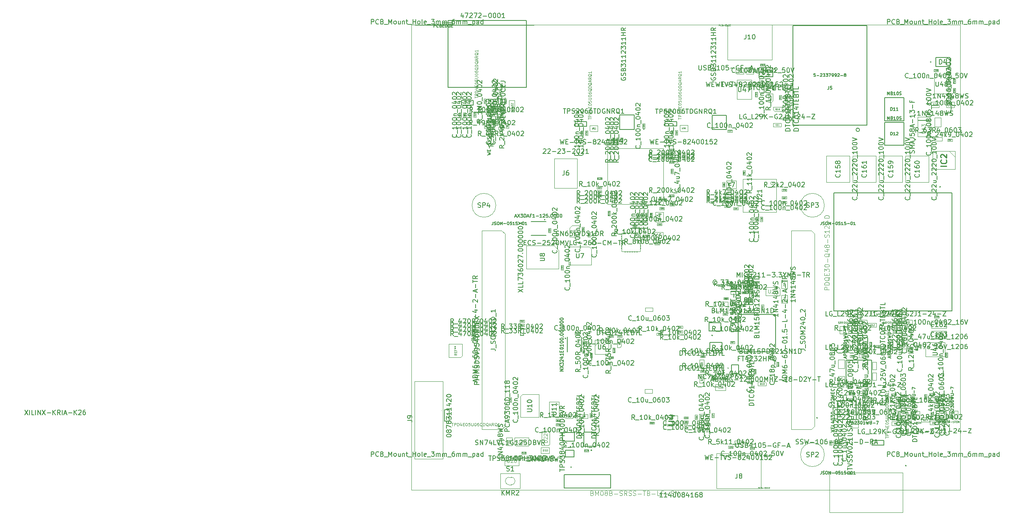
<source format=gbr>
%TF.GenerationSoftware,KiCad,Pcbnew,5.1.9+dfsg1-1*%
%TF.CreationDate,2022-05-02T11:36:44+02:00*%
%TF.ProjectId,kria-k26-devboard,6b726961-2d6b-4323-962d-646576626f61,rev?*%
%TF.SameCoordinates,Original*%
%TF.FileFunction,Other,Fab,Top*%
%FSLAX46Y46*%
G04 Gerber Fmt 4.6, Leading zero omitted, Abs format (unit mm)*
G04 Created by KiCad (PCBNEW 5.1.9+dfsg1-1) date 2022-05-02 11:36:44 commit fc1e327*
%MOMM*%
%LPD*%
G01*
G04 APERTURE LIST*
%TA.AperFunction,Profile*%
%ADD10C,0.100000*%
%TD*%
%ADD11C,0.100000*%
%ADD12C,0.127000*%
%ADD13C,0.200000*%
%ADD14C,0.120000*%
%ADD15C,0.150000*%
%ADD16C,0.152400*%
%ADD17C,0.040000*%
%ADD18C,0.254000*%
%ADD19C,0.015000*%
%ADD20C,0.075000*%
%ADD21C,0.050000*%
%ADD22C,0.030000*%
%ADD23C,0.080000*%
G04 APERTURE END LIST*
D10*
X74000000Y-152000000D02*
X74000000Y-52000000D01*
X74000000Y-52000000D02*
X192000000Y-52000000D01*
X192000000Y-52000000D02*
X192000000Y-152000000D01*
X192000000Y-152000000D02*
X74000000Y-152000000D01*
D11*
%TO.C,U44*%
X128113342Y-78540461D02*
X128113342Y-78540461D01*
X128113342Y-90529261D02*
X128113342Y-78540461D01*
X128113342Y-90529261D02*
X128113342Y-90529261D01*
X116124542Y-90529261D02*
X128113342Y-90529261D01*
X116124542Y-90529261D02*
X116124542Y-90529261D01*
X116124542Y-78540461D02*
X116124542Y-90529261D01*
X116124542Y-78540461D02*
X116124542Y-78540461D01*
X128113342Y-78540461D02*
X116124542Y-78540461D01*
X116124542Y-89461860D02*
X116124542Y-89461860D01*
X116124542Y-89207860D02*
X116124542Y-89461860D01*
X116124542Y-89207860D02*
X116124542Y-89207860D01*
X116124542Y-89461860D02*
X116124542Y-89207860D01*
X116124542Y-89061860D02*
X116124542Y-89061860D01*
X116124542Y-88807860D02*
X116124542Y-89061860D01*
X116124542Y-88807860D02*
X116124542Y-88807860D01*
X116124542Y-89061860D02*
X116124542Y-88807860D01*
X116124542Y-88661860D02*
X116124542Y-88661860D01*
X116124542Y-88407860D02*
X116124542Y-88661860D01*
X116124542Y-88407860D02*
X116124542Y-88407860D01*
X116124542Y-88661860D02*
X116124542Y-88407860D01*
X116124542Y-88261860D02*
X116124542Y-88261860D01*
X116124542Y-88007860D02*
X116124542Y-88261860D01*
X116124542Y-88007860D02*
X116124542Y-88007860D01*
X116124542Y-88261860D02*
X116124542Y-88007860D01*
X116124542Y-87861860D02*
X116124542Y-87861860D01*
X116124542Y-87607860D02*
X116124542Y-87861860D01*
X116124542Y-87607860D02*
X116124542Y-87607860D01*
X116124542Y-87861860D02*
X116124542Y-87607860D01*
X116124542Y-87461860D02*
X116124542Y-87461860D01*
X116124542Y-87207860D02*
X116124542Y-87461860D01*
X116124542Y-87207860D02*
X116124542Y-87207860D01*
X116124542Y-87461860D02*
X116124542Y-87207860D01*
X116124542Y-87061861D02*
X116124542Y-87061861D01*
X116124542Y-86807861D02*
X116124542Y-87061861D01*
X116124542Y-86807861D02*
X116124542Y-86807861D01*
X116124542Y-87061861D02*
X116124542Y-86807861D01*
X116124542Y-86661861D02*
X116124542Y-86661861D01*
X116124542Y-86407861D02*
X116124542Y-86661861D01*
X116124542Y-86407861D02*
X116124542Y-86407861D01*
X116124542Y-86661861D02*
X116124542Y-86407861D01*
X116124542Y-86261861D02*
X116124542Y-86261861D01*
X116124542Y-86007861D02*
X116124542Y-86261861D01*
X116124542Y-86007861D02*
X116124542Y-86007861D01*
X116124542Y-86261861D02*
X116124542Y-86007861D01*
X116124542Y-85861861D02*
X116124542Y-85861861D01*
X116124542Y-85607861D02*
X116124542Y-85861861D01*
X116124542Y-85607861D02*
X116124542Y-85607861D01*
X116124542Y-85861861D02*
X116124542Y-85607861D01*
X116124542Y-85461861D02*
X116124542Y-85461861D01*
X116124542Y-85207861D02*
X116124542Y-85461861D01*
X116124542Y-85207861D02*
X116124542Y-85207861D01*
X116124542Y-85461861D02*
X116124542Y-85207861D01*
X116124542Y-85061861D02*
X116124542Y-85061861D01*
X116124542Y-84807861D02*
X116124542Y-85061861D01*
X116124542Y-84807861D02*
X116124542Y-84807861D01*
X116124542Y-85061861D02*
X116124542Y-84807861D01*
X116124542Y-84661861D02*
X116124542Y-84661861D01*
X116124542Y-84407861D02*
X116124542Y-84661861D01*
X116124542Y-84407861D02*
X116124542Y-84407861D01*
X116124542Y-84661861D02*
X116124542Y-84407861D01*
X116124542Y-84261861D02*
X116124542Y-84261861D01*
X116124542Y-84007861D02*
X116124542Y-84261861D01*
X116124542Y-84007861D02*
X116124542Y-84007861D01*
X116124542Y-84261861D02*
X116124542Y-84007861D01*
X116124542Y-83861861D02*
X116124542Y-83861861D01*
X116124542Y-83607861D02*
X116124542Y-83861861D01*
X116124542Y-83607861D02*
X116124542Y-83607861D01*
X116124542Y-83861861D02*
X116124542Y-83607861D01*
X116124542Y-83461861D02*
X116124542Y-83461861D01*
X116124542Y-83207861D02*
X116124542Y-83461861D01*
X116124542Y-83207861D02*
X116124542Y-83207861D01*
X116124542Y-83461861D02*
X116124542Y-83207861D01*
X116124542Y-83061861D02*
X116124542Y-83061861D01*
X116124542Y-82807861D02*
X116124542Y-83061861D01*
X116124542Y-82807861D02*
X116124542Y-82807861D01*
X116124542Y-83061861D02*
X116124542Y-82807861D01*
X116124542Y-82661861D02*
X116124542Y-82661861D01*
X116124542Y-82407861D02*
X116124542Y-82661861D01*
X116124542Y-82407861D02*
X116124542Y-82407861D01*
X116124542Y-82661861D02*
X116124542Y-82407861D01*
X116124542Y-82261861D02*
X116124542Y-82261861D01*
X116124542Y-82007861D02*
X116124542Y-82261861D01*
X116124542Y-82007861D02*
X116124542Y-82007861D01*
X116124542Y-82261861D02*
X116124542Y-82007861D01*
X116124542Y-81861861D02*
X116124542Y-81861861D01*
X116124542Y-81607861D02*
X116124542Y-81861861D01*
X116124542Y-81607861D02*
X116124542Y-81607861D01*
X116124542Y-81861861D02*
X116124542Y-81607861D01*
X116124542Y-81461861D02*
X116124542Y-81461861D01*
X116124542Y-81207861D02*
X116124542Y-81461861D01*
X116124542Y-81207861D02*
X116124542Y-81207861D01*
X116124542Y-81461861D02*
X116124542Y-81207861D01*
X116124542Y-81061861D02*
X116124542Y-81061861D01*
X116124542Y-80807861D02*
X116124542Y-81061861D01*
X116124542Y-80807861D02*
X116124542Y-80807861D01*
X116124542Y-81061861D02*
X116124542Y-80807861D01*
X116124542Y-80661861D02*
X116124542Y-80661861D01*
X116124542Y-80407861D02*
X116124542Y-80661861D01*
X116124542Y-80407861D02*
X116124542Y-80407861D01*
X116124542Y-80661861D02*
X116124542Y-80407861D01*
X116124542Y-80261861D02*
X116124542Y-80261861D01*
X116124542Y-80007861D02*
X116124542Y-80261861D01*
X116124542Y-80007861D02*
X116124542Y-80007861D01*
X116124542Y-80261861D02*
X116124542Y-80007861D01*
X116124542Y-79861861D02*
X116124542Y-79861861D01*
X116124542Y-79607861D02*
X116124542Y-79861861D01*
X116124542Y-79607861D02*
X116124542Y-79607861D01*
X116124542Y-79861861D02*
X116124542Y-79607861D01*
X117191943Y-78540461D02*
X117191943Y-78540461D01*
X117445943Y-78540461D02*
X117191943Y-78540461D01*
X117445943Y-78540461D02*
X117445943Y-78540461D01*
X117191943Y-78540461D02*
X117445943Y-78540461D01*
X117591943Y-78540461D02*
X117591943Y-78540461D01*
X117845943Y-78540461D02*
X117591943Y-78540461D01*
X117845943Y-78540461D02*
X117845943Y-78540461D01*
X117591943Y-78540461D02*
X117845943Y-78540461D01*
X117991943Y-78540461D02*
X117991943Y-78540461D01*
X118245943Y-78540461D02*
X117991943Y-78540461D01*
X118245943Y-78540461D02*
X118245943Y-78540461D01*
X117991943Y-78540461D02*
X118245943Y-78540461D01*
X118391943Y-78540461D02*
X118391943Y-78540461D01*
X118645943Y-78540461D02*
X118391943Y-78540461D01*
X118645943Y-78540461D02*
X118645943Y-78540461D01*
X118391943Y-78540461D02*
X118645943Y-78540461D01*
X118791943Y-78540461D02*
X118791943Y-78540461D01*
X119045943Y-78540461D02*
X118791943Y-78540461D01*
X119045943Y-78540461D02*
X119045943Y-78540461D01*
X118791943Y-78540461D02*
X119045943Y-78540461D01*
X119191943Y-78540461D02*
X119191943Y-78540461D01*
X119445943Y-78540461D02*
X119191943Y-78540461D01*
X119445943Y-78540461D02*
X119445943Y-78540461D01*
X119191943Y-78540461D02*
X119445943Y-78540461D01*
X119591942Y-78540461D02*
X119591942Y-78540461D01*
X119845942Y-78540461D02*
X119591942Y-78540461D01*
X119845942Y-78540461D02*
X119845942Y-78540461D01*
X119591942Y-78540461D02*
X119845942Y-78540461D01*
X119991942Y-78540461D02*
X119991942Y-78540461D01*
X120245942Y-78540461D02*
X119991942Y-78540461D01*
X120245942Y-78540461D02*
X120245942Y-78540461D01*
X119991942Y-78540461D02*
X120245942Y-78540461D01*
X120391942Y-78540461D02*
X120391942Y-78540461D01*
X120645942Y-78540461D02*
X120391942Y-78540461D01*
X120645942Y-78540461D02*
X120645942Y-78540461D01*
X120391942Y-78540461D02*
X120645942Y-78540461D01*
X120791942Y-78540461D02*
X120791942Y-78540461D01*
X121045942Y-78540461D02*
X120791942Y-78540461D01*
X121045942Y-78540461D02*
X121045942Y-78540461D01*
X120791942Y-78540461D02*
X121045942Y-78540461D01*
X121191942Y-78540461D02*
X121191942Y-78540461D01*
X121445942Y-78540461D02*
X121191942Y-78540461D01*
X121445942Y-78540461D02*
X121445942Y-78540461D01*
X121191942Y-78540461D02*
X121445942Y-78540461D01*
X121591942Y-78540461D02*
X121591942Y-78540461D01*
X121845942Y-78540461D02*
X121591942Y-78540461D01*
X121845942Y-78540461D02*
X121845942Y-78540461D01*
X121591942Y-78540461D02*
X121845942Y-78540461D01*
X121991942Y-78540461D02*
X121991942Y-78540461D01*
X122245942Y-78540461D02*
X121991942Y-78540461D01*
X122245942Y-78540461D02*
X122245942Y-78540461D01*
X121991942Y-78540461D02*
X122245942Y-78540461D01*
X122391942Y-78540461D02*
X122391942Y-78540461D01*
X122645942Y-78540461D02*
X122391942Y-78540461D01*
X122645942Y-78540461D02*
X122645942Y-78540461D01*
X122391942Y-78540461D02*
X122645942Y-78540461D01*
X122791942Y-78540461D02*
X122791942Y-78540461D01*
X123045942Y-78540461D02*
X122791942Y-78540461D01*
X123045942Y-78540461D02*
X123045942Y-78540461D01*
X122791942Y-78540461D02*
X123045942Y-78540461D01*
X123191942Y-78540461D02*
X123191942Y-78540461D01*
X123445942Y-78540461D02*
X123191942Y-78540461D01*
X123445942Y-78540461D02*
X123445942Y-78540461D01*
X123191942Y-78540461D02*
X123445942Y-78540461D01*
X123591942Y-78540461D02*
X123591942Y-78540461D01*
X123845942Y-78540461D02*
X123591942Y-78540461D01*
X123845942Y-78540461D02*
X123845942Y-78540461D01*
X123591942Y-78540461D02*
X123845942Y-78540461D01*
X123991942Y-78540461D02*
X123991942Y-78540461D01*
X124245942Y-78540461D02*
X123991942Y-78540461D01*
X124245942Y-78540461D02*
X124245942Y-78540461D01*
X123991942Y-78540461D02*
X124245942Y-78540461D01*
X124391942Y-78540461D02*
X124391942Y-78540461D01*
X124645942Y-78540461D02*
X124391942Y-78540461D01*
X124645942Y-78540461D02*
X124645942Y-78540461D01*
X124391942Y-78540461D02*
X124645942Y-78540461D01*
X124791942Y-78540461D02*
X124791942Y-78540461D01*
X125045942Y-78540461D02*
X124791942Y-78540461D01*
X125045942Y-78540461D02*
X125045942Y-78540461D01*
X124791942Y-78540461D02*
X125045942Y-78540461D01*
X125191942Y-78540461D02*
X125191942Y-78540461D01*
X125445942Y-78540461D02*
X125191942Y-78540461D01*
X125445942Y-78540461D02*
X125445942Y-78540461D01*
X125191942Y-78540461D02*
X125445942Y-78540461D01*
X125591942Y-78540461D02*
X125591942Y-78540461D01*
X125845942Y-78540461D02*
X125591942Y-78540461D01*
X125845942Y-78540461D02*
X125845942Y-78540461D01*
X125591942Y-78540461D02*
X125845942Y-78540461D01*
X125991942Y-78540461D02*
X125991942Y-78540461D01*
X126245942Y-78540461D02*
X125991942Y-78540461D01*
X126245942Y-78540461D02*
X126245942Y-78540461D01*
X125991942Y-78540461D02*
X126245942Y-78540461D01*
X126391942Y-78540461D02*
X126391942Y-78540461D01*
X126645942Y-78540461D02*
X126391942Y-78540461D01*
X126645942Y-78540461D02*
X126645942Y-78540461D01*
X126391942Y-78540461D02*
X126645942Y-78540461D01*
X126791942Y-78540461D02*
X126791942Y-78540461D01*
X127045942Y-78540461D02*
X126791942Y-78540461D01*
X127045942Y-78540461D02*
X127045942Y-78540461D01*
X126791942Y-78540461D02*
X127045942Y-78540461D01*
X128113342Y-79607862D02*
X128113342Y-79607862D01*
X128113342Y-79861862D02*
X128113342Y-79607862D01*
X128113342Y-79861862D02*
X128113342Y-79861862D01*
X128113342Y-79607862D02*
X128113342Y-79861862D01*
X128113342Y-80007862D02*
X128113342Y-80007862D01*
X128113342Y-80261862D02*
X128113342Y-80007862D01*
X128113342Y-80261862D02*
X128113342Y-80261862D01*
X128113342Y-80007862D02*
X128113342Y-80261862D01*
X128113342Y-80407862D02*
X128113342Y-80407862D01*
X128113342Y-80661862D02*
X128113342Y-80407862D01*
X128113342Y-80661862D02*
X128113342Y-80661862D01*
X128113342Y-80407862D02*
X128113342Y-80661862D01*
X128113342Y-80807862D02*
X128113342Y-80807862D01*
X128113342Y-81061862D02*
X128113342Y-80807862D01*
X128113342Y-81061862D02*
X128113342Y-81061862D01*
X128113342Y-80807862D02*
X128113342Y-81061862D01*
X128113342Y-81207862D02*
X128113342Y-81207862D01*
X128113342Y-81461862D02*
X128113342Y-81207862D01*
X128113342Y-81461862D02*
X128113342Y-81461862D01*
X128113342Y-81207862D02*
X128113342Y-81461862D01*
X128113342Y-81607862D02*
X128113342Y-81607862D01*
X128113342Y-81861862D02*
X128113342Y-81607862D01*
X128113342Y-81861862D02*
X128113342Y-81861862D01*
X128113342Y-81607862D02*
X128113342Y-81861862D01*
X128113342Y-82007861D02*
X128113342Y-82007861D01*
X128113342Y-82261861D02*
X128113342Y-82007861D01*
X128113342Y-82261861D02*
X128113342Y-82261861D01*
X128113342Y-82007861D02*
X128113342Y-82261861D01*
X128113342Y-82407861D02*
X128113342Y-82407861D01*
X128113342Y-82661861D02*
X128113342Y-82407861D01*
X128113342Y-82661861D02*
X128113342Y-82661861D01*
X128113342Y-82407861D02*
X128113342Y-82661861D01*
X128113342Y-82807861D02*
X128113342Y-82807861D01*
X128113342Y-83061861D02*
X128113342Y-82807861D01*
X128113342Y-83061861D02*
X128113342Y-83061861D01*
X128113342Y-82807861D02*
X128113342Y-83061861D01*
X128113342Y-83207861D02*
X128113342Y-83207861D01*
X128113342Y-83461861D02*
X128113342Y-83207861D01*
X128113342Y-83461861D02*
X128113342Y-83461861D01*
X128113342Y-83207861D02*
X128113342Y-83461861D01*
X128113342Y-83607861D02*
X128113342Y-83607861D01*
X128113342Y-83861861D02*
X128113342Y-83607861D01*
X128113342Y-83861861D02*
X128113342Y-83861861D01*
X128113342Y-83607861D02*
X128113342Y-83861861D01*
X128113342Y-84007861D02*
X128113342Y-84007861D01*
X128113342Y-84261861D02*
X128113342Y-84007861D01*
X128113342Y-84261861D02*
X128113342Y-84261861D01*
X128113342Y-84007861D02*
X128113342Y-84261861D01*
X128113342Y-84407861D02*
X128113342Y-84407861D01*
X128113342Y-84661861D02*
X128113342Y-84407861D01*
X128113342Y-84661861D02*
X128113342Y-84661861D01*
X128113342Y-84407861D02*
X128113342Y-84661861D01*
X128113342Y-84807861D02*
X128113342Y-84807861D01*
X128113342Y-85061861D02*
X128113342Y-84807861D01*
X128113342Y-85061861D02*
X128113342Y-85061861D01*
X128113342Y-84807861D02*
X128113342Y-85061861D01*
X128113342Y-85207861D02*
X128113342Y-85207861D01*
X128113342Y-85461861D02*
X128113342Y-85207861D01*
X128113342Y-85461861D02*
X128113342Y-85461861D01*
X128113342Y-85207861D02*
X128113342Y-85461861D01*
X128113342Y-85607861D02*
X128113342Y-85607861D01*
X128113342Y-85861861D02*
X128113342Y-85607861D01*
X128113342Y-85861861D02*
X128113342Y-85861861D01*
X128113342Y-85607861D02*
X128113342Y-85861861D01*
X128113342Y-86007861D02*
X128113342Y-86007861D01*
X128113342Y-86261861D02*
X128113342Y-86007861D01*
X128113342Y-86261861D02*
X128113342Y-86261861D01*
X128113342Y-86007861D02*
X128113342Y-86261861D01*
X128113342Y-86407861D02*
X128113342Y-86407861D01*
X128113342Y-86661861D02*
X128113342Y-86407861D01*
X128113342Y-86661861D02*
X128113342Y-86661861D01*
X128113342Y-86407861D02*
X128113342Y-86661861D01*
X128113342Y-86807861D02*
X128113342Y-86807861D01*
X128113342Y-87061861D02*
X128113342Y-86807861D01*
X128113342Y-87061861D02*
X128113342Y-87061861D01*
X128113342Y-86807861D02*
X128113342Y-87061861D01*
X128113342Y-87207861D02*
X128113342Y-87207861D01*
X128113342Y-87461861D02*
X128113342Y-87207861D01*
X128113342Y-87461861D02*
X128113342Y-87461861D01*
X128113342Y-87207861D02*
X128113342Y-87461861D01*
X128113342Y-87607861D02*
X128113342Y-87607861D01*
X128113342Y-87861861D02*
X128113342Y-87607861D01*
X128113342Y-87861861D02*
X128113342Y-87861861D01*
X128113342Y-87607861D02*
X128113342Y-87861861D01*
X128113342Y-88007861D02*
X128113342Y-88007861D01*
X128113342Y-88261861D02*
X128113342Y-88007861D01*
X128113342Y-88261861D02*
X128113342Y-88261861D01*
X128113342Y-88007861D02*
X128113342Y-88261861D01*
X128113342Y-88407861D02*
X128113342Y-88407861D01*
X128113342Y-88661861D02*
X128113342Y-88407861D01*
X128113342Y-88661861D02*
X128113342Y-88661861D01*
X128113342Y-88407861D02*
X128113342Y-88661861D01*
X128113342Y-88807861D02*
X128113342Y-88807861D01*
X128113342Y-89061861D02*
X128113342Y-88807861D01*
X128113342Y-89061861D02*
X128113342Y-89061861D01*
X128113342Y-88807861D02*
X128113342Y-89061861D01*
X128113342Y-89207861D02*
X128113342Y-89207861D01*
X128113342Y-89461861D02*
X128113342Y-89207861D01*
X128113342Y-89461861D02*
X128113342Y-89461861D01*
X128113342Y-89207861D02*
X128113342Y-89461861D01*
X127045941Y-90529261D02*
X127045941Y-90529261D01*
X126791941Y-90529261D02*
X127045941Y-90529261D01*
X126791941Y-90529261D02*
X126791941Y-90529261D01*
X127045941Y-90529261D02*
X126791941Y-90529261D01*
X126645941Y-90529261D02*
X126645941Y-90529261D01*
X126391941Y-90529261D02*
X126645941Y-90529261D01*
X126391941Y-90529261D02*
X126391941Y-90529261D01*
X126645941Y-90529261D02*
X126391941Y-90529261D01*
X126245941Y-90529261D02*
X126245941Y-90529261D01*
X125991941Y-90529261D02*
X126245941Y-90529261D01*
X125991941Y-90529261D02*
X125991941Y-90529261D01*
X126245941Y-90529261D02*
X125991941Y-90529261D01*
X125845941Y-90529261D02*
X125845941Y-90529261D01*
X125591941Y-90529261D02*
X125845941Y-90529261D01*
X125591941Y-90529261D02*
X125591941Y-90529261D01*
X125845941Y-90529261D02*
X125591941Y-90529261D01*
X125445941Y-90529261D02*
X125445941Y-90529261D01*
X125191941Y-90529261D02*
X125445941Y-90529261D01*
X125191941Y-90529261D02*
X125191941Y-90529261D01*
X125445941Y-90529261D02*
X125191941Y-90529261D01*
X125045941Y-90529261D02*
X125045941Y-90529261D01*
X124791941Y-90529261D02*
X125045941Y-90529261D01*
X124791941Y-90529261D02*
X124791941Y-90529261D01*
X125045941Y-90529261D02*
X124791941Y-90529261D01*
X124645942Y-90529261D02*
X124645942Y-90529261D01*
X124391942Y-90529261D02*
X124645942Y-90529261D01*
X124391942Y-90529261D02*
X124391942Y-90529261D01*
X124645942Y-90529261D02*
X124391942Y-90529261D01*
X124245942Y-90529261D02*
X124245942Y-90529261D01*
X123991942Y-90529261D02*
X124245942Y-90529261D01*
X123991942Y-90529261D02*
X123991942Y-90529261D01*
X124245942Y-90529261D02*
X123991942Y-90529261D01*
X123845942Y-90529261D02*
X123845942Y-90529261D01*
X123591942Y-90529261D02*
X123845942Y-90529261D01*
X123591942Y-90529261D02*
X123591942Y-90529261D01*
X123845942Y-90529261D02*
X123591942Y-90529261D01*
X123445942Y-90529261D02*
X123445942Y-90529261D01*
X123191942Y-90529261D02*
X123445942Y-90529261D01*
X123191942Y-90529261D02*
X123191942Y-90529261D01*
X123445942Y-90529261D02*
X123191942Y-90529261D01*
X123045942Y-90529261D02*
X123045942Y-90529261D01*
X122791942Y-90529261D02*
X123045942Y-90529261D01*
X122791942Y-90529261D02*
X122791942Y-90529261D01*
X123045942Y-90529261D02*
X122791942Y-90529261D01*
X122645942Y-90529261D02*
X122645942Y-90529261D01*
X122391942Y-90529261D02*
X122645942Y-90529261D01*
X122391942Y-90529261D02*
X122391942Y-90529261D01*
X122645942Y-90529261D02*
X122391942Y-90529261D01*
X122245942Y-90529261D02*
X122245942Y-90529261D01*
X121991942Y-90529261D02*
X122245942Y-90529261D01*
X121991942Y-90529261D02*
X121991942Y-90529261D01*
X122245942Y-90529261D02*
X121991942Y-90529261D01*
X121845942Y-90529261D02*
X121845942Y-90529261D01*
X121591942Y-90529261D02*
X121845942Y-90529261D01*
X121591942Y-90529261D02*
X121591942Y-90529261D01*
X121845942Y-90529261D02*
X121591942Y-90529261D01*
X121445942Y-90529261D02*
X121445942Y-90529261D01*
X121191942Y-90529261D02*
X121445942Y-90529261D01*
X121191942Y-90529261D02*
X121191942Y-90529261D01*
X121445942Y-90529261D02*
X121191942Y-90529261D01*
X121045942Y-90529261D02*
X121045942Y-90529261D01*
X120791942Y-90529261D02*
X121045942Y-90529261D01*
X120791942Y-90529261D02*
X120791942Y-90529261D01*
X121045942Y-90529261D02*
X120791942Y-90529261D01*
X120645942Y-90529261D02*
X120645942Y-90529261D01*
X120391942Y-90529261D02*
X120645942Y-90529261D01*
X120391942Y-90529261D02*
X120391942Y-90529261D01*
X120645942Y-90529261D02*
X120391942Y-90529261D01*
X120245942Y-90529261D02*
X120245942Y-90529261D01*
X119991942Y-90529261D02*
X120245942Y-90529261D01*
X119991942Y-90529261D02*
X119991942Y-90529261D01*
X120245942Y-90529261D02*
X119991942Y-90529261D01*
X119845942Y-90529261D02*
X119845942Y-90529261D01*
X119591942Y-90529261D02*
X119845942Y-90529261D01*
X119591942Y-90529261D02*
X119591942Y-90529261D01*
X119845942Y-90529261D02*
X119591942Y-90529261D01*
X119445942Y-90529261D02*
X119445942Y-90529261D01*
X119191942Y-90529261D02*
X119445942Y-90529261D01*
X119191942Y-90529261D02*
X119191942Y-90529261D01*
X119445942Y-90529261D02*
X119191942Y-90529261D01*
X119045942Y-90529261D02*
X119045942Y-90529261D01*
X118791942Y-90529261D02*
X119045942Y-90529261D01*
X118791942Y-90529261D02*
X118791942Y-90529261D01*
X119045942Y-90529261D02*
X118791942Y-90529261D01*
X118645942Y-90529261D02*
X118645942Y-90529261D01*
X118391942Y-90529261D02*
X118645942Y-90529261D01*
X118391942Y-90529261D02*
X118391942Y-90529261D01*
X118645942Y-90529261D02*
X118391942Y-90529261D01*
X118245942Y-90529261D02*
X118245942Y-90529261D01*
X117991942Y-90529261D02*
X118245942Y-90529261D01*
X117991942Y-90529261D02*
X117991942Y-90529261D01*
X118245942Y-90529261D02*
X117991942Y-90529261D01*
X117845942Y-90529261D02*
X117845942Y-90529261D01*
X117591942Y-90529261D02*
X117845942Y-90529261D01*
X117591942Y-90529261D02*
X117591942Y-90529261D01*
X117845942Y-90529261D02*
X117591942Y-90529261D01*
X117445942Y-90529261D02*
X117445942Y-90529261D01*
X117191942Y-90529261D02*
X117445942Y-90529261D01*
X117191942Y-90529261D02*
X117191942Y-90529261D01*
X117445942Y-90529261D02*
X117191942Y-90529261D01*
X128113342Y-89259261D02*
X126843342Y-90529261D01*
%TO.C,C185*%
X125250000Y-92410000D02*
X125750000Y-92410000D01*
X125750000Y-92410000D02*
X125750000Y-93410000D01*
X125750000Y-93410000D02*
X125250000Y-93410000D01*
X125250000Y-93410000D02*
X125250000Y-92410000D01*
%TO.C,C79*%
X124350000Y-92410000D02*
X124850000Y-92410000D01*
X124850000Y-92410000D02*
X124850000Y-93410000D01*
X124850000Y-93410000D02*
X124350000Y-93410000D01*
X124350000Y-93410000D02*
X124350000Y-92410000D01*
%TO.C,U4*%
X128625000Y-136075000D02*
X131225000Y-136075000D01*
X128625000Y-137875000D02*
X128625000Y-136075000D01*
X131225000Y-137875000D02*
X128625000Y-137875000D01*
X131225000Y-136075000D02*
X131225000Y-137875000D01*
%TO.C,R78*%
X142150000Y-142590000D02*
X143150000Y-142590000D01*
X142150000Y-143090000D02*
X142150000Y-142590000D01*
X143150000Y-143090000D02*
X142150000Y-143090000D01*
X143150000Y-142590000D02*
X143150000Y-143090000D01*
%TO.C,U41*%
X171075000Y-121725000D02*
X169325000Y-121725000D01*
X171075000Y-118675000D02*
X171075000Y-121725000D01*
X169750000Y-118675000D02*
X169325000Y-119100000D01*
X169325000Y-119100000D02*
X169325000Y-121725000D01*
X169750000Y-118675000D02*
X171075000Y-118675000D01*
D12*
%TO.C,L4*%
X170696999Y-116650000D02*
X170696999Y-118350000D01*
X168596999Y-116650000D02*
X168596999Y-118350000D01*
X168596999Y-118350000D02*
X170696999Y-118350000D01*
X168596999Y-116650000D02*
X170696999Y-116650000D01*
%TO.C,PS1*%
X190200000Y-88100000D02*
X190200000Y-113500000D01*
X190200000Y-113500000D02*
X164800000Y-113500000D01*
X164800000Y-113500000D02*
X164800000Y-88100000D01*
X164800000Y-88100000D02*
X190200000Y-88100000D01*
D13*
X187760000Y-86830000D02*
G75*
G03*
X187760000Y-86830000I-100000J0D01*
G01*
D11*
%TO.C,U29*%
X150175000Y-108475000D02*
X150175000Y-110225000D01*
X150175000Y-110225000D02*
X153225000Y-110225000D01*
X153225000Y-108800000D02*
X152975000Y-108475000D01*
X153225000Y-108800000D02*
X153225000Y-110225000D01*
X150175000Y-108475000D02*
X152975000Y-108475000D01*
%TO.C,D25*%
X154825000Y-110100000D02*
X154825000Y-111800000D01*
X154825000Y-111800000D02*
X153575000Y-111800000D01*
X153575000Y-110100000D02*
X154825000Y-110100000D01*
X153575000Y-110100000D02*
X153575000Y-111800000D01*
%TO.C,D6*%
X153575000Y-108650000D02*
X153575000Y-106950000D01*
X153575000Y-106950000D02*
X154825000Y-106950000D01*
X154825000Y-108650000D02*
X153575000Y-108650000D01*
X154825000Y-108650000D02*
X154825000Y-106950000D01*
%TO.C,D3*%
X166475000Y-142550000D02*
X166475000Y-141250000D01*
X166475000Y-141250000D02*
X167325000Y-141250000D01*
X167325000Y-142550000D02*
X166475000Y-142550000D01*
X167325000Y-142550000D02*
X167325000Y-141250000D01*
%TO.C,C90*%
X148095911Y-93239035D02*
X148595911Y-93239035D01*
X148595911Y-93239035D02*
X148595911Y-94239035D01*
X148595911Y-94239035D02*
X148095911Y-94239035D01*
X148095911Y-94239035D02*
X148095911Y-93239035D01*
%TO.C,C91*%
X153606621Y-90367588D02*
X153606621Y-89867588D01*
X153606621Y-89867588D02*
X154606621Y-89867588D01*
X154606621Y-89867588D02*
X154606621Y-90367588D01*
X154606621Y-90367588D02*
X153606621Y-90367588D01*
%TO.C,C95*%
X144200000Y-91264035D02*
X144200000Y-91764035D01*
X144200000Y-91764035D02*
X143200000Y-91764035D01*
X143200000Y-91764035D02*
X143200000Y-91264035D01*
X143200000Y-91264035D02*
X144200000Y-91264035D01*
%TO.C,C96*%
X148995911Y-93264035D02*
X149495911Y-93264035D01*
X149495911Y-93264035D02*
X149495911Y-94264035D01*
X149495911Y-94264035D02*
X148995911Y-94264035D01*
X148995911Y-94264035D02*
X148995911Y-93264035D01*
%TO.C,C97*%
X153616622Y-89417588D02*
X153616622Y-88917588D01*
X153616622Y-88917588D02*
X154616622Y-88917588D01*
X154616622Y-88917588D02*
X154616622Y-89417588D01*
X154616622Y-89417588D02*
X153616622Y-89417588D01*
%TO.C,C18*%
X132515000Y-136750000D02*
X132515000Y-136250000D01*
X132515000Y-136250000D02*
X133515000Y-136250000D01*
X133515000Y-136250000D02*
X133515000Y-136750000D01*
X133515000Y-136750000D02*
X132515000Y-136750000D01*
D14*
%TO.C,C157*%
X187851600Y-71954773D02*
X186501600Y-71954773D01*
X187851600Y-73854773D02*
X186501600Y-73854773D01*
X187856600Y-71954773D02*
X187856600Y-73854773D01*
X186496600Y-71954773D02*
X186496600Y-73854773D01*
D11*
%TO.C,C20*%
X132500000Y-137650000D02*
X132500000Y-137150000D01*
X132500000Y-137150000D02*
X133500000Y-137150000D01*
X133500000Y-137150000D02*
X133500000Y-137650000D01*
X133500000Y-137650000D02*
X132500000Y-137650000D01*
%TO.C,C28*%
X110625000Y-95475000D02*
X111125000Y-95475000D01*
X111125000Y-95475000D02*
X111125000Y-96475000D01*
X111125000Y-96475000D02*
X110625000Y-96475000D01*
X110625000Y-96475000D02*
X110625000Y-95475000D01*
%TO.C,C30*%
X112375000Y-97575000D02*
X111875000Y-97575000D01*
X111875000Y-97575000D02*
X111875000Y-96575000D01*
X111875000Y-96575000D02*
X112375000Y-96575000D01*
X112375000Y-96575000D02*
X112375000Y-97575000D01*
%TO.C,C162*%
X185785000Y-117250000D02*
X188985000Y-117250000D01*
X185785000Y-115650000D02*
X188985000Y-115650000D01*
X188985000Y-115650000D02*
X188985000Y-117250000D01*
X185785000Y-115650000D02*
X185785000Y-117250000D01*
%TO.C,C163*%
X185799999Y-119424999D02*
X188999999Y-119424999D01*
X185799999Y-117824999D02*
X188999999Y-117824999D01*
X188999999Y-117824999D02*
X188999999Y-119424999D01*
X185799999Y-117824999D02*
X185799999Y-119424999D01*
%TO.C,C164*%
X186400000Y-115000000D02*
X186400000Y-114500000D01*
X186400000Y-114500000D02*
X187400000Y-114500000D01*
X187400000Y-114500000D02*
X187400000Y-115000000D01*
X187400000Y-115000000D02*
X186400000Y-115000000D01*
D14*
%TO.C,C169*%
X171200000Y-137600000D02*
X172800000Y-137600000D01*
X171200000Y-136800000D02*
X171200000Y-137600000D01*
X172800000Y-136800000D02*
X171200000Y-136800000D01*
X172800000Y-137600000D02*
X172800000Y-136800000D01*
%TO.C,C171*%
X176700000Y-119600000D02*
X176700000Y-121200000D01*
X177500000Y-119600000D02*
X176700000Y-119600000D01*
X177500000Y-121200000D02*
X177500000Y-119600000D01*
X176700000Y-121200000D02*
X177500000Y-121200000D01*
%TO.C,C172*%
X167200000Y-119700000D02*
X167200000Y-121300000D01*
X168000000Y-119700000D02*
X167200000Y-119700000D01*
X168000000Y-121300000D02*
X168000000Y-119700000D01*
X167200000Y-121300000D02*
X168000000Y-121300000D01*
D11*
%TO.C,C174*%
X168085000Y-132850000D02*
X168085000Y-132350000D01*
X168085000Y-132350000D02*
X169085000Y-132350000D01*
X169085000Y-132350000D02*
X169085000Y-132850000D01*
X169085000Y-132850000D02*
X168085000Y-132850000D01*
%TO.C,C176*%
X180950000Y-117200000D02*
X181450000Y-117200000D01*
X181450000Y-117200000D02*
X181450000Y-118200000D01*
X181450000Y-118200000D02*
X180950000Y-118200000D01*
X180950000Y-118200000D02*
X180950000Y-117200000D01*
%TO.C,C177*%
X171450000Y-117200000D02*
X171950000Y-117200000D01*
X171950000Y-117200000D02*
X171950000Y-118200000D01*
X171950000Y-118200000D02*
X171450000Y-118200000D01*
X171450000Y-118200000D02*
X171450000Y-117200000D01*
D14*
%TO.C,C165*%
X173944999Y-126130000D02*
X173944999Y-124530000D01*
X173144999Y-126130000D02*
X173944999Y-126130000D01*
X173144999Y-124530000D02*
X173144999Y-126130000D01*
X173944999Y-124530000D02*
X173144999Y-124530000D01*
%TO.C,C179*%
X168450000Y-138650000D02*
X170050000Y-138650000D01*
X168450000Y-137850000D02*
X168450000Y-138650000D01*
X170050000Y-137850000D02*
X168450000Y-137850000D01*
X170050000Y-138650000D02*
X170050000Y-137850000D01*
%TO.C,C181*%
X176700000Y-116800000D02*
X176700000Y-118400000D01*
X177500000Y-116800000D02*
X176700000Y-116800000D01*
X177500000Y-118400000D02*
X177500000Y-116800000D01*
X176700000Y-118400000D02*
X177500000Y-118400000D01*
%TO.C,C182*%
X166050000Y-116855000D02*
X166050000Y-118455000D01*
X166850000Y-116855000D02*
X166050000Y-116855000D01*
X166850000Y-118455000D02*
X166850000Y-116855000D01*
X166050000Y-118455000D02*
X166850000Y-118455000D01*
%TO.C,C184*%
X168450000Y-137600000D02*
X170050000Y-137600000D01*
X168450000Y-136800000D02*
X168450000Y-137600000D01*
X170050000Y-136800000D02*
X168450000Y-136800000D01*
X170050000Y-137600000D02*
X170050000Y-136800000D01*
%TO.C,C186*%
X175600000Y-116800000D02*
X175600000Y-118400000D01*
X176400000Y-116800000D02*
X175600000Y-116800000D01*
X176400000Y-118400000D02*
X176400000Y-116800000D01*
X175600000Y-118400000D02*
X176400000Y-118400000D01*
%TO.C,C187*%
X167150000Y-116855000D02*
X167150000Y-118455000D01*
X167950000Y-116855000D02*
X167150000Y-116855000D01*
X167950000Y-118455000D02*
X167950000Y-116855000D01*
X167150000Y-118455000D02*
X167950000Y-118455000D01*
%TO.C,C166*%
X173145000Y-126830000D02*
X173145000Y-128430000D01*
X173945000Y-126830000D02*
X173145000Y-126830000D01*
X173945000Y-128430000D02*
X173945000Y-126830000D01*
X173145000Y-128430000D02*
X173945000Y-128430000D01*
%TO.C,C189*%
X182075000Y-133975000D02*
X182075000Y-132375000D01*
X181275000Y-133975000D02*
X182075000Y-133975000D01*
X181275000Y-132375000D02*
X181275000Y-133975000D01*
X182075000Y-132375000D02*
X181275000Y-132375000D01*
%TO.C,C191*%
X190300000Y-133900000D02*
X190300000Y-132300000D01*
X189500000Y-133900000D02*
X190300000Y-133900000D01*
X189500000Y-132300000D02*
X189500000Y-133900000D01*
X190300000Y-132300000D02*
X189500000Y-132300000D01*
%TO.C,C167*%
X165770000Y-129480000D02*
X167120000Y-129480000D01*
X165770000Y-127580000D02*
X167120000Y-127580000D01*
X165765000Y-129480000D02*
X165765000Y-127580000D01*
X167125000Y-129480000D02*
X167125000Y-127580000D01*
%TO.C,C168*%
X167120000Y-123980000D02*
X165770000Y-123980000D01*
X167120000Y-125880000D02*
X165770000Y-125880000D01*
X167125000Y-123980000D02*
X167125000Y-125880000D01*
X165765000Y-123980000D02*
X165765000Y-125880000D01*
D11*
%TO.C,C192*%
X177825000Y-136425000D02*
X177325000Y-136425000D01*
X177325000Y-136425000D02*
X177325000Y-135425000D01*
X177325000Y-135425000D02*
X177825000Y-135425000D01*
X177825000Y-135425000D02*
X177825000Y-136425000D01*
%TO.C,C194*%
X186125001Y-136325000D02*
X185625001Y-136325000D01*
X185625001Y-136325000D02*
X185625001Y-135325000D01*
X185625001Y-135325000D02*
X186125001Y-135325000D01*
X186125001Y-135325000D02*
X186125001Y-136325000D01*
D14*
%TO.C,C195*%
X182125000Y-136725000D02*
X182125000Y-135125000D01*
X181325000Y-136725000D02*
X182125000Y-136725000D01*
X181325000Y-135125000D02*
X181325000Y-136725000D01*
X182125000Y-135125000D02*
X181325000Y-135125000D01*
%TO.C,C197*%
X190385356Y-136646752D02*
X190385356Y-135046752D01*
X189585356Y-136646752D02*
X190385356Y-136646752D01*
X189585356Y-135046752D02*
X189585356Y-136646752D01*
X190385356Y-135046752D02*
X189585356Y-135046752D01*
%TO.C,C198*%
X183225000Y-136725000D02*
X183225000Y-135125000D01*
X182425000Y-136725000D02*
X183225000Y-136725000D01*
X182425000Y-135125000D02*
X182425000Y-136725000D01*
X183225000Y-135125000D02*
X182425000Y-135125000D01*
%TO.C,C200*%
X191485355Y-136646752D02*
X191485355Y-135046752D01*
X190685355Y-136646752D02*
X191485355Y-136646752D01*
X190685355Y-135046752D02*
X190685355Y-136646752D01*
X191485355Y-135046752D02*
X190685355Y-135046752D01*
D11*
%TO.C,C201*%
X190450000Y-65600000D02*
X190950000Y-65600000D01*
X190950000Y-65600000D02*
X190950000Y-66600000D01*
X190950000Y-66600000D02*
X190450000Y-66600000D01*
X190450000Y-66600000D02*
X190450000Y-65600000D01*
%TO.C,C202*%
X188750000Y-122500000D02*
X189250000Y-122500000D01*
X189250000Y-122500000D02*
X189250000Y-123500000D01*
X189250000Y-123500000D02*
X188750000Y-123500000D01*
X188750000Y-123500000D02*
X188750000Y-122500000D01*
%TO.C,C203*%
X148350000Y-67415000D02*
X147850000Y-67415000D01*
X147850000Y-67415000D02*
X147850000Y-66415000D01*
X147850000Y-66415000D02*
X148350000Y-66415000D01*
X148350000Y-66415000D02*
X148350000Y-67415000D01*
%TO.C,C204*%
X189350000Y-67850000D02*
X189350000Y-67350000D01*
X189350000Y-67350000D02*
X190350000Y-67350000D01*
X190350000Y-67350000D02*
X190350000Y-67850000D01*
X190350000Y-67850000D02*
X189350000Y-67850000D01*
%TO.C,C205*%
X149000000Y-60850000D02*
X149000000Y-60350000D01*
X149000000Y-60350000D02*
X150000000Y-60350000D01*
X150000000Y-60350000D02*
X150000000Y-60850000D01*
X150000000Y-60850000D02*
X149000000Y-60850000D01*
%TO.C,C206*%
X186275000Y-62000000D02*
X186275000Y-61500000D01*
X186275000Y-61500000D02*
X187275000Y-61500000D01*
X187275000Y-61500000D02*
X187275000Y-62000000D01*
X187275000Y-62000000D02*
X186275000Y-62000000D01*
%TO.C,C45*%
X129410000Y-79150000D02*
X129410000Y-78650000D01*
X129410000Y-78650000D02*
X130410000Y-78650000D01*
X130410000Y-78650000D02*
X130410000Y-79150000D01*
X130410000Y-79150000D02*
X129410000Y-79150000D01*
%TO.C,C50*%
X129410000Y-80000000D02*
X129410000Y-79500000D01*
X129410000Y-79500000D02*
X130410000Y-79500000D01*
X130410000Y-79500000D02*
X130410000Y-80000000D01*
X130410000Y-80000000D02*
X129410000Y-80000000D01*
%TO.C,C55*%
X122498776Y-92405079D02*
X122998776Y-92405079D01*
X122998776Y-92405079D02*
X122998776Y-93405079D01*
X122998776Y-93405079D02*
X122498776Y-93405079D01*
X122498776Y-93405079D02*
X122498776Y-92405079D01*
%TO.C,C56*%
X123398777Y-92405079D02*
X123898777Y-92405079D01*
X123898777Y-92405079D02*
X123898777Y-93405079D01*
X123898777Y-93405079D02*
X123398777Y-93405079D01*
X123398777Y-93405079D02*
X123398777Y-92405079D01*
%TO.C,C68*%
X129800000Y-74680000D02*
X130300000Y-74680000D01*
X130300000Y-74680000D02*
X130300000Y-75680000D01*
X130300000Y-75680000D02*
X129800000Y-75680000D01*
X129800000Y-75680000D02*
X129800000Y-74680000D01*
%TO.C,C69*%
X130700000Y-74680000D02*
X131200000Y-74680000D01*
X131200000Y-74680000D02*
X131200000Y-75680000D01*
X131200000Y-75680000D02*
X130700000Y-75680000D01*
X130700000Y-75680000D02*
X130700000Y-74680000D01*
%TO.C,C75*%
X110450000Y-74730000D02*
X110950000Y-74730000D01*
X110950000Y-74730000D02*
X110950000Y-75730000D01*
X110950000Y-75730000D02*
X110450000Y-75730000D01*
X110450000Y-75730000D02*
X110450000Y-74730000D01*
%TO.C,C76*%
X111350000Y-74730000D02*
X111850000Y-74730000D01*
X111850000Y-74730000D02*
X111850000Y-75730000D01*
X111850000Y-75730000D02*
X111350000Y-75730000D01*
X111350000Y-75730000D02*
X111350000Y-74730000D01*
D14*
%TO.C,C5*%
X125800000Y-130375000D02*
X124200000Y-130375000D01*
X125800000Y-131175000D02*
X125800000Y-130375000D01*
X124200000Y-131175000D02*
X125800000Y-131175000D01*
X124200000Y-130375000D02*
X124200000Y-131175000D01*
%TO.C,C6*%
X125850000Y-112800000D02*
X124250000Y-112800000D01*
X125850000Y-113600000D02*
X125850000Y-112800000D01*
X124250000Y-113600000D02*
X125850000Y-113600000D01*
X124250000Y-112800000D02*
X124250000Y-113600000D01*
D11*
%TO.C,C10*%
X84205000Y-70817000D02*
X84705000Y-70817000D01*
X84705000Y-70817000D02*
X84705000Y-71817000D01*
X84705000Y-71817000D02*
X84205000Y-71817000D01*
X84205000Y-71817000D02*
X84205000Y-70817000D01*
%TO.C,C11*%
X85105000Y-70817000D02*
X85605000Y-70817000D01*
X85605000Y-70817000D02*
X85605000Y-71817000D01*
X85605000Y-71817000D02*
X85105000Y-71817000D01*
X85105000Y-71817000D02*
X85105000Y-70817000D01*
%TO.C,C12*%
X91555000Y-72317000D02*
X92055000Y-72317000D01*
X92055000Y-72317000D02*
X92055000Y-73317000D01*
X92055000Y-73317000D02*
X91555000Y-73317000D01*
X91555000Y-73317000D02*
X91555000Y-72317000D01*
%TO.C,C13*%
X92455000Y-72317000D02*
X92955000Y-72317000D01*
X92955000Y-72317000D02*
X92955000Y-73317000D01*
X92955000Y-73317000D02*
X92455000Y-73317000D01*
X92455000Y-73317000D02*
X92455000Y-72317000D01*
%TO.C,C14*%
X86405000Y-70817000D02*
X86905000Y-70817000D01*
X86905000Y-70817000D02*
X86905000Y-71817000D01*
X86905000Y-71817000D02*
X86405000Y-71817000D01*
X86405000Y-71817000D02*
X86405000Y-70817000D01*
%TO.C,C15*%
X87305000Y-70817000D02*
X87805000Y-70817000D01*
X87805000Y-70817000D02*
X87805000Y-71817000D01*
X87805000Y-71817000D02*
X87305000Y-71817000D01*
X87305000Y-71817000D02*
X87305000Y-70817000D01*
%TO.C,C16*%
X135450000Y-136900000D02*
X134950000Y-136900000D01*
X134950000Y-136900000D02*
X134950000Y-135900000D01*
X134950000Y-135900000D02*
X135450000Y-135900000D01*
X135450000Y-135900000D02*
X135450000Y-136900000D01*
%TO.C,C17*%
X138550000Y-135500000D02*
X139050000Y-135500000D01*
X139050000Y-135500000D02*
X139050000Y-136500000D01*
X139050000Y-136500000D02*
X138550000Y-136500000D01*
X138550000Y-136500000D02*
X138550000Y-135500000D01*
%TO.C,C19*%
X137200000Y-138250000D02*
X137200000Y-137750000D01*
X137200000Y-137750000D02*
X138200000Y-137750000D01*
X138200000Y-137750000D02*
X138200000Y-138250000D01*
X138200000Y-138250000D02*
X137200000Y-138250000D01*
%TO.C,C25*%
X110100000Y-118100000D02*
X110100000Y-118600000D01*
X110100000Y-118600000D02*
X109100000Y-118600000D01*
X109100000Y-118600000D02*
X109100000Y-118100000D01*
X109100000Y-118100000D02*
X110100000Y-118100000D01*
%TO.C,C42*%
X127300000Y-98750000D02*
X127300000Y-99250000D01*
X127300000Y-99250000D02*
X126300000Y-99250000D01*
X126300000Y-99250000D02*
X126300000Y-98750000D01*
X126300000Y-98750000D02*
X127300000Y-98750000D01*
%TO.C,C26*%
X116400000Y-119150000D02*
X116400000Y-118650000D01*
X116400000Y-118650000D02*
X117400000Y-118650000D01*
X117400000Y-118650000D02*
X117400000Y-119150000D01*
X117400000Y-119150000D02*
X116400000Y-119150000D01*
%TO.C,C124*%
X112100000Y-143300000D02*
X112100000Y-143800000D01*
X112100000Y-143800000D02*
X111100000Y-143800000D01*
X111100000Y-143800000D02*
X111100000Y-143300000D01*
X111100000Y-143300000D02*
X112100000Y-143300000D01*
%TO.C,C118*%
X97625000Y-144325000D02*
X97625000Y-143825000D01*
X97625000Y-143825000D02*
X98625000Y-143825000D01*
X98625000Y-143825000D02*
X98625000Y-144325000D01*
X98625000Y-144325000D02*
X97625000Y-144325000D01*
%TO.C,C145*%
X143715000Y-108325000D02*
X143715000Y-108825000D01*
X143715000Y-108825000D02*
X142715000Y-108825000D01*
X142715000Y-108825000D02*
X142715000Y-108325000D01*
X142715000Y-108325000D02*
X143715000Y-108325000D01*
%TO.C,C141*%
X147564897Y-126035355D02*
X148064897Y-126035355D01*
X148064897Y-126035355D02*
X148064897Y-127035355D01*
X148064897Y-127035355D02*
X147564897Y-127035355D01*
X147564897Y-127035355D02*
X147564897Y-126035355D01*
%TO.C,C144*%
X152484493Y-124491852D02*
X152984493Y-124491852D01*
X152984493Y-124491852D02*
X152984493Y-125491852D01*
X152984493Y-125491852D02*
X152484493Y-125491852D01*
X152484493Y-125491852D02*
X152484493Y-124491852D01*
%TO.C,C35*%
X95450000Y-133150000D02*
X94950000Y-133150000D01*
X94950000Y-133150000D02*
X94950000Y-132150000D01*
X94950000Y-132150000D02*
X95450000Y-132150000D01*
X95450000Y-132150000D02*
X95450000Y-133150000D01*
%TO.C,C38*%
X105000000Y-138200000D02*
X105000000Y-137700000D01*
X105000000Y-137700000D02*
X106000000Y-137700000D01*
X106000000Y-137700000D02*
X106000000Y-138200000D01*
X106000000Y-138200000D02*
X105000000Y-138200000D01*
%TO.C,C39*%
X166157322Y-142378033D02*
X165657322Y-142378033D01*
X165657322Y-142378033D02*
X165657322Y-141378033D01*
X165657322Y-141378033D02*
X166157322Y-141378033D01*
X166157322Y-141378033D02*
X166157322Y-142378033D01*
%TO.C,C40*%
X164357322Y-142378033D02*
X163857322Y-142378033D01*
X163857322Y-142378033D02*
X163857322Y-141378033D01*
X163857322Y-141378033D02*
X164357322Y-141378033D01*
X164357322Y-141378033D02*
X164357322Y-142378033D01*
%TO.C,C41*%
X165257323Y-142378033D02*
X164757323Y-142378033D01*
X164757323Y-142378033D02*
X164757323Y-141378033D01*
X164757323Y-141378033D02*
X165257323Y-141378033D01*
X165257323Y-141378033D02*
X165257323Y-142378033D01*
%TO.C,C32*%
X106600000Y-104700000D02*
X106100000Y-104700000D01*
X106100000Y-104700000D02*
X106100000Y-103700000D01*
X106100000Y-103700000D02*
X106600000Y-103700000D01*
X106600000Y-103700000D02*
X106600000Y-104700000D01*
%TO.C,C33*%
X103900001Y-96699999D02*
X103400001Y-96699999D01*
X103400001Y-96699999D02*
X103400001Y-95699999D01*
X103400001Y-95699999D02*
X103900001Y-95699999D01*
X103900001Y-95699999D02*
X103900001Y-96699999D01*
D12*
%TO.C,D12*%
X179900000Y-77880000D02*
X175700000Y-77880000D01*
X175700000Y-77880000D02*
X175700000Y-72920000D01*
X175700000Y-72920000D02*
X179900000Y-72920000D01*
X179900000Y-72920000D02*
X179900000Y-77880000D01*
D13*
X182400000Y-76650000D02*
G75*
G03*
X182400000Y-76650000I-100000J0D01*
G01*
D11*
%TO.C,D13*%
X185425480Y-72459820D02*
X182824520Y-72459820D01*
X182824520Y-72459820D02*
X182824520Y-72536020D01*
X182824520Y-72536020D02*
X185425480Y-72538560D01*
X185425480Y-72538560D02*
X185425480Y-72459820D01*
X182825000Y-71750000D02*
X182825000Y-76050000D01*
X185425000Y-71750000D02*
X185425000Y-76050000D01*
X185425000Y-76050000D02*
X182825000Y-76050000D01*
X185425000Y-71750000D02*
X182825000Y-71750000D01*
%TO.C,D9*%
X95600000Y-140775000D02*
X95600000Y-142475000D01*
X95600000Y-142475000D02*
X94350000Y-142475000D01*
X94350000Y-140775000D02*
X95600000Y-140775000D01*
X94350000Y-140775000D02*
X94350000Y-142475000D01*
%TO.C,D2*%
X96175000Y-68250000D02*
X96175000Y-69950000D01*
X96175000Y-69950000D02*
X94925000Y-69950000D01*
X94925000Y-68250000D02*
X96175000Y-68250000D01*
X94925000Y-68250000D02*
X94925000Y-69950000D01*
%TO.C,D10*%
X101850000Y-142925000D02*
X103550000Y-142925000D01*
X103550000Y-142925000D02*
X103550000Y-144175000D01*
X101850000Y-144175000D02*
X101850000Y-142925000D01*
X101850000Y-144175000D02*
X103550000Y-144175000D01*
D14*
%TO.C,D14*%
X170245000Y-122750000D02*
X170245000Y-123550000D01*
X171945000Y-122750000D02*
X171945000Y-123550000D01*
X171945000Y-123550000D02*
X170245000Y-123550000D01*
X171945000Y-122750000D02*
X170245000Y-122750000D01*
X170995000Y-122950000D02*
X170995000Y-123150000D01*
X171295000Y-123150000D02*
X170995000Y-122950000D01*
X170995000Y-123350000D02*
X171295000Y-123150000D01*
X170995000Y-123150000D02*
X170995000Y-123350000D01*
X170595000Y-123150000D02*
X170995000Y-123150000D01*
X171395000Y-123350000D02*
X171395000Y-123050000D01*
X171395000Y-122950000D02*
X171395000Y-123050000D01*
%TO.C,D15*%
X170250000Y-130800000D02*
X170250000Y-131600000D01*
X171950000Y-130800000D02*
X171950000Y-131600000D01*
X171950000Y-131600000D02*
X170250000Y-131600000D01*
X171950000Y-130800000D02*
X170250000Y-130800000D01*
X171000000Y-131000000D02*
X171000000Y-131200000D01*
X171300000Y-131200000D02*
X171000000Y-131000000D01*
X171000000Y-131400000D02*
X171300000Y-131200000D01*
X171000000Y-131200000D02*
X171000000Y-131400000D01*
X170600000Y-131200000D02*
X171000000Y-131200000D01*
X171400000Y-131400000D02*
X171400000Y-131100000D01*
X171400000Y-131000000D02*
X171400000Y-131100000D01*
%TO.C,D17*%
X179950000Y-115500000D02*
X179950000Y-116300000D01*
X181650000Y-115500000D02*
X181650000Y-116300000D01*
X181650000Y-116300000D02*
X179950000Y-116300000D01*
X181650000Y-115500000D02*
X179950000Y-115500000D01*
X180700000Y-115700000D02*
X180700000Y-115900000D01*
X181000000Y-115900000D02*
X180700000Y-115700000D01*
X180700000Y-116100000D02*
X181000000Y-115900000D01*
X180700000Y-115900000D02*
X180700000Y-116100000D01*
X180300000Y-115900000D02*
X180700000Y-115900000D01*
X181100000Y-116100000D02*
X181100000Y-115800000D01*
X181100000Y-115700000D02*
X181100000Y-115800000D01*
%TO.C,D20*%
X178925000Y-138125000D02*
X178925000Y-137325000D01*
X177225000Y-138125000D02*
X177225000Y-137325000D01*
X177225000Y-137325000D02*
X178925000Y-137325000D01*
X177225000Y-138125000D02*
X178925000Y-138125000D01*
X178175000Y-137925000D02*
X178175000Y-137725000D01*
X177875000Y-137725000D02*
X178175000Y-137925000D01*
X178175000Y-137525000D02*
X177875000Y-137725000D01*
X178175000Y-137725000D02*
X178175000Y-137525000D01*
X178575000Y-137725000D02*
X178175000Y-137725000D01*
X177775000Y-137525000D02*
X177775000Y-137825000D01*
X177775000Y-137925000D02*
X177775000Y-137825000D01*
D11*
%TO.C,D23*%
X185750000Y-68525000D02*
X187450000Y-68525000D01*
X187450000Y-68525000D02*
X187450000Y-69775000D01*
X185750000Y-69775000D02*
X185750000Y-68525000D01*
X185750000Y-69775000D02*
X187450000Y-69775000D01*
%TO.C,D24*%
X190750000Y-69775000D02*
X189050000Y-69775000D01*
X189050000Y-69775000D02*
X189050000Y-68525000D01*
X190750000Y-68525000D02*
X190750000Y-69775000D01*
X190750000Y-68525000D02*
X189050000Y-68525000D01*
%TO.C,FB3*%
X144700000Y-112550000D02*
X144700000Y-112050000D01*
X144700000Y-112050000D02*
X145700000Y-112050000D01*
X145700000Y-112050000D02*
X145700000Y-112550000D01*
X145700000Y-112550000D02*
X144700000Y-112550000D01*
%TO.C,FB4*%
X151650000Y-123150000D02*
X151650000Y-123650000D01*
X151650000Y-123650000D02*
X150650000Y-123650000D01*
X150650000Y-123650000D02*
X150650000Y-123150000D01*
X150650000Y-123150000D02*
X151650000Y-123150000D01*
%TO.C,FB5*%
X149200000Y-112200000D02*
X149700000Y-112200000D01*
X149700000Y-112200000D02*
X149700000Y-113200000D01*
X149700000Y-113200000D02*
X149200000Y-113200000D01*
X149200000Y-113200000D02*
X149200000Y-112200000D01*
%TO.C,IC2*%
X189655000Y-79150000D02*
X190925000Y-80420000D01*
X186025000Y-79150000D02*
X190925000Y-79150000D01*
X186025000Y-83050000D02*
X186025000Y-79150000D01*
X190925000Y-83050000D02*
X186025000Y-83050000D01*
X190925000Y-79150000D02*
X190925000Y-83050000D01*
D13*
%TO.C,J4*%
X180375000Y-146800000D02*
G75*
G03*
X180375000Y-146800000I-100000J0D01*
G01*
D11*
X163875000Y-156834000D02*
X163875000Y-148324000D01*
X179625000Y-156834000D02*
X163875000Y-156834000D01*
X179625000Y-148324000D02*
X179625000Y-156834000D01*
X163875000Y-148324000D02*
X179625000Y-148324000D01*
X163875000Y-156834000D02*
X163875000Y-148324000D01*
X179625000Y-156834000D02*
X163875000Y-156834000D01*
X179625000Y-148324000D02*
X179625000Y-156834000D01*
D13*
%TO.C,J7*%
X108400000Y-147125000D02*
G75*
G03*
X108400000Y-147125000I-100000J0D01*
G01*
D12*
X106800000Y-151625000D02*
X106800000Y-148725000D01*
X116800000Y-151625000D02*
X106800000Y-151625000D01*
X116800000Y-148725000D02*
X116800000Y-151625000D01*
X106800000Y-148725000D02*
X116800000Y-148725000D01*
D15*
%TO.C,L1*%
X165600000Y-132850000D02*
X169600000Y-132850000D01*
X169600000Y-136850000D02*
X165600000Y-136850000D01*
X169600000Y-132850000D02*
X169600000Y-136850000D01*
X165600000Y-136850000D02*
X165600000Y-132850000D01*
D12*
%TO.C,L3*%
X180250000Y-116650000D02*
X180250000Y-118350000D01*
X178150000Y-116650000D02*
X178150000Y-118350000D01*
X178150000Y-118350000D02*
X180250000Y-118350000D01*
X178150000Y-116650000D02*
X180250000Y-116650000D01*
%TO.C,L6*%
X178625000Y-136974999D02*
X178625000Y-135274999D01*
X180725000Y-136974999D02*
X180725000Y-135274999D01*
X180725000Y-135274999D02*
X178625000Y-135274999D01*
X180725000Y-136974999D02*
X178625000Y-136974999D01*
%TO.C,L8*%
X186853000Y-136775001D02*
X186853000Y-135075001D01*
X188953000Y-136775001D02*
X188953000Y-135075001D01*
X188953000Y-135075001D02*
X186853000Y-135075001D01*
X188953000Y-136775001D02*
X186853000Y-136775001D01*
D11*
%TO.C,Q15*%
X150200000Y-66325000D02*
X150200000Y-63475000D01*
X149925000Y-66525000D02*
X148800000Y-66525000D01*
X149925000Y-66525000D02*
X150200000Y-66325000D01*
X150200000Y-63480000D02*
X148800000Y-63480000D01*
X148800000Y-63480000D02*
X148800000Y-66520000D01*
%TO.C,R49*%
X154661522Y-87280152D02*
X154661522Y-87780152D01*
X154661522Y-87780152D02*
X153661522Y-87780152D01*
X153661522Y-87780152D02*
X153661522Y-87280152D01*
X153661522Y-87280152D02*
X154661522Y-87280152D01*
%TO.C,R50*%
X145749464Y-84317841D02*
X145249464Y-84317841D01*
X145249464Y-84317841D02*
X145249464Y-83317841D01*
X145249464Y-83317841D02*
X145749464Y-83317841D01*
X145749464Y-83317841D02*
X145749464Y-84317841D01*
%TO.C,R51*%
X142295911Y-90714035D02*
X142295911Y-91214035D01*
X142295911Y-91214035D02*
X141295911Y-91214035D01*
X141295911Y-91214035D02*
X141295911Y-90714035D01*
X141295911Y-90714035D02*
X142295911Y-90714035D01*
%TO.C,R52*%
X142295911Y-88914034D02*
X142295911Y-89414034D01*
X142295911Y-89414034D02*
X141295911Y-89414034D01*
X141295911Y-89414034D02*
X141295911Y-88914034D01*
X141295911Y-88914034D02*
X142295911Y-88914034D01*
%TO.C,R53*%
X142295911Y-89814036D02*
X142295911Y-90314036D01*
X142295911Y-90314036D02*
X141295911Y-90314036D01*
X141295911Y-90314036D02*
X141295911Y-89814036D01*
X141295911Y-89814036D02*
X142295911Y-89814036D01*
%TO.C,R54*%
X141287154Y-88557969D02*
X141287154Y-88057969D01*
X141287154Y-88057969D02*
X142287154Y-88057969D01*
X142287154Y-88057969D02*
X142287154Y-88557969D01*
X142287154Y-88557969D02*
X141287154Y-88557969D01*
%TO.C,R55*%
X154750000Y-68075000D02*
X154250000Y-68075000D01*
X154250000Y-68075000D02*
X154250000Y-67075000D01*
X154250000Y-67075000D02*
X154750000Y-67075000D01*
X154750000Y-67075000D02*
X154750000Y-68075000D01*
%TO.C,R56*%
X153550000Y-68085000D02*
X153050000Y-68085000D01*
X153050000Y-68085000D02*
X153050000Y-67085000D01*
X153050000Y-67085000D02*
X153550000Y-67085000D01*
X153550000Y-67085000D02*
X153550000Y-68085000D01*
%TO.C,R97*%
X190250000Y-76500000D02*
X190250000Y-77000000D01*
X190250000Y-77000000D02*
X189250000Y-77000000D01*
X189250000Y-77000000D02*
X189250000Y-76500000D01*
X189250000Y-76500000D02*
X190250000Y-76500000D01*
%TO.C,R107*%
X170880001Y-132390000D02*
X170880001Y-131890000D01*
X170880001Y-131890000D02*
X171880001Y-131890000D01*
X171880001Y-131890000D02*
X171880001Y-132390000D01*
X171880001Y-132390000D02*
X170880001Y-132390000D01*
%TO.C,R108*%
X172530000Y-132139999D02*
X173030000Y-132139999D01*
X173030000Y-132139999D02*
X173030000Y-133139999D01*
X173030000Y-133139999D02*
X172530000Y-133139999D01*
X172530000Y-133139999D02*
X172530000Y-132139999D01*
%TO.C,R111*%
X182350000Y-121000000D02*
X182850000Y-121000000D01*
X182850000Y-121000000D02*
X182850000Y-122000000D01*
X182850000Y-122000000D02*
X182350000Y-122000000D01*
X182350000Y-122000000D02*
X182350000Y-121000000D01*
%TO.C,R112*%
X181700000Y-121750000D02*
X181700000Y-122250000D01*
X181700000Y-122250000D02*
X180700000Y-122250000D01*
X180700000Y-122250000D02*
X180700000Y-121750000D01*
X180700000Y-121750000D02*
X181700000Y-121750000D01*
%TO.C,R113*%
X172450000Y-120180000D02*
X172950000Y-120180000D01*
X172950000Y-120180000D02*
X172950000Y-121180000D01*
X172950000Y-121180000D02*
X172450000Y-121180000D01*
X172450000Y-121180000D02*
X172450000Y-120180000D01*
%TO.C,R114*%
X173550000Y-121400000D02*
X173550000Y-120900000D01*
X173550000Y-120900000D02*
X174550000Y-120900000D01*
X174550000Y-120900000D02*
X174550000Y-121400000D01*
X174550000Y-121400000D02*
X173550000Y-121400000D01*
%TO.C,R100*%
X168745000Y-129730000D02*
X168745000Y-130230000D01*
X168745000Y-130230000D02*
X167745000Y-130230000D01*
X167745000Y-130230000D02*
X167745000Y-129730000D01*
X167745000Y-129730000D02*
X168745000Y-129730000D01*
%TO.C,R101*%
X169645000Y-130230000D02*
X169645000Y-129730000D01*
X169645000Y-129730000D02*
X170645000Y-129730000D01*
X170645000Y-129730000D02*
X170645000Y-130230000D01*
X170645000Y-130230000D02*
X169645000Y-130230000D01*
%TO.C,R123*%
X176525000Y-132560000D02*
X176025000Y-132560000D01*
X176025000Y-132560000D02*
X176025000Y-131560000D01*
X176025000Y-131560000D02*
X176525000Y-131560000D01*
X176525000Y-131560000D02*
X176525000Y-132560000D01*
%TO.C,R124*%
X177125000Y-131825001D02*
X177125000Y-131325001D01*
X177125000Y-131325001D02*
X178125000Y-131325001D01*
X178125000Y-131325001D02*
X178125000Y-131825001D01*
X178125000Y-131825001D02*
X177125000Y-131825001D01*
%TO.C,R127*%
X184774999Y-132485000D02*
X184274999Y-132485000D01*
X184274999Y-132485000D02*
X184274999Y-131485000D01*
X184274999Y-131485000D02*
X184774999Y-131485000D01*
X184774999Y-131485000D02*
X184774999Y-132485000D01*
%TO.C,R128*%
X185360355Y-131746751D02*
X185360355Y-131246751D01*
X185360355Y-131246751D02*
X186360355Y-131246751D01*
X186360355Y-131246751D02*
X186360355Y-131746751D01*
X186360355Y-131746751D02*
X185360355Y-131746751D01*
%TO.C,R129*%
X190450000Y-63565000D02*
X190950000Y-63565000D01*
X190950000Y-63565000D02*
X190950000Y-64565000D01*
X190950000Y-64565000D02*
X190450000Y-64565000D01*
X190450000Y-64565000D02*
X190450000Y-63565000D01*
%TO.C,R39*%
X128330000Y-91230000D02*
X128330000Y-91730000D01*
X128330000Y-91730000D02*
X127330000Y-91730000D01*
X127330000Y-91730000D02*
X127330000Y-91230000D01*
X127330000Y-91230000D02*
X128330000Y-91230000D01*
%TO.C,R41*%
X124149000Y-97654000D02*
X124149000Y-97154000D01*
X124149000Y-97154000D02*
X125149000Y-97154000D01*
X125149000Y-97154000D02*
X125149000Y-97654000D01*
X125149000Y-97654000D02*
X124149000Y-97654000D01*
%TO.C,R42*%
X121500000Y-95550000D02*
X121500000Y-95050000D01*
X121500000Y-95050000D02*
X122500000Y-95050000D01*
X122500000Y-95050000D02*
X122500000Y-95550000D01*
X122500000Y-95550000D02*
X121500000Y-95550000D01*
%TO.C,R1*%
X131300000Y-118250000D02*
X131300000Y-117750000D01*
X131300000Y-117750000D02*
X132300000Y-117750000D01*
X132300000Y-117750000D02*
X132300000Y-118250000D01*
X132300000Y-118250000D02*
X131300000Y-118250000D01*
%TO.C,R2*%
X131300000Y-117250000D02*
X131300000Y-116750000D01*
X131300000Y-116750000D02*
X132300000Y-116750000D01*
X132300000Y-116750000D02*
X132300000Y-117250000D01*
X132300000Y-117250000D02*
X131300000Y-117250000D01*
%TO.C,R3*%
X127700000Y-118250000D02*
X127700000Y-118750000D01*
X127700000Y-118750000D02*
X126700000Y-118750000D01*
X126700000Y-118750000D02*
X126700000Y-118250000D01*
X126700000Y-118250000D02*
X127700000Y-118250000D01*
%TO.C,R4*%
X91805000Y-73967000D02*
X91805000Y-74467000D01*
X91805000Y-74467000D02*
X90805000Y-74467000D01*
X90805000Y-74467000D02*
X90805000Y-73967000D01*
X90805000Y-73967000D02*
X91805000Y-73967000D01*
%TO.C,R5*%
X92705000Y-74467000D02*
X92705000Y-73967000D01*
X92705000Y-73967000D02*
X93705000Y-73967000D01*
X93705000Y-73967000D02*
X93705000Y-74467000D01*
X93705000Y-74467000D02*
X92705000Y-74467000D01*
%TO.C,R6*%
X94355000Y-73217000D02*
X94855000Y-73217000D01*
X94855000Y-73217000D02*
X94855000Y-74217000D01*
X94855000Y-74217000D02*
X94355000Y-74217000D01*
X94355000Y-74217000D02*
X94355000Y-73217000D01*
%TO.C,R7*%
X90155000Y-74217000D02*
X89655000Y-74217000D01*
X89655000Y-74217000D02*
X89655000Y-73217000D01*
X89655000Y-73217000D02*
X90155000Y-73217000D01*
X90155000Y-73217000D02*
X90155000Y-74217000D01*
%TO.C,R8*%
X93705000Y-71167000D02*
X93705000Y-71667000D01*
X93705000Y-71667000D02*
X92705000Y-71667000D01*
X92705000Y-71667000D02*
X92705000Y-71167000D01*
X92705000Y-71167000D02*
X93705000Y-71167000D01*
%TO.C,R9*%
X91805000Y-71167000D02*
X91805000Y-71667000D01*
X91805000Y-71667000D02*
X90805000Y-71667000D01*
X90805000Y-71667000D02*
X90805000Y-71167000D01*
X90805000Y-71167000D02*
X91805000Y-71167000D01*
%TO.C,R10*%
X89555000Y-67917000D02*
X90055000Y-67917000D01*
X90055000Y-67917000D02*
X90055000Y-68917000D01*
X90055000Y-68917000D02*
X89555000Y-68917000D01*
X89555000Y-68917000D02*
X89555000Y-67917000D01*
%TO.C,R11*%
X93905000Y-67917000D02*
X94405000Y-67917000D01*
X94405000Y-67917000D02*
X94405000Y-68917000D01*
X94405000Y-68917000D02*
X93905000Y-68917000D01*
X93905000Y-68917000D02*
X93905000Y-67917000D01*
%TO.C,R13*%
X93005000Y-67917000D02*
X93505000Y-67917000D01*
X93505000Y-67917000D02*
X93505000Y-68917000D01*
X93505000Y-68917000D02*
X93005000Y-68917000D01*
X93005000Y-68917000D02*
X93005000Y-67917000D01*
%TO.C,R14*%
X90955000Y-68917000D02*
X90455000Y-68917000D01*
X90455000Y-68917000D02*
X90455000Y-67917000D01*
X90455000Y-67917000D02*
X90955000Y-67917000D01*
X90955000Y-67917000D02*
X90955000Y-68917000D01*
%TO.C,R15*%
X97225000Y-116850000D02*
X97225000Y-116350000D01*
X97225000Y-116350000D02*
X98225000Y-116350000D01*
X98225000Y-116350000D02*
X98225000Y-116850000D01*
X98225000Y-116850000D02*
X97225000Y-116850000D01*
%TO.C,R16*%
X97225000Y-115950000D02*
X97225000Y-115450000D01*
X97225000Y-115450000D02*
X98225000Y-115450000D01*
X98225000Y-115450000D02*
X98225000Y-115950000D01*
X98225000Y-115950000D02*
X97225000Y-115950000D01*
%TO.C,R20*%
X126190000Y-137350000D02*
X126190000Y-137850000D01*
X126190000Y-137850000D02*
X125190000Y-137850000D01*
X125190000Y-137850000D02*
X125190000Y-137350000D01*
X125190000Y-137350000D02*
X126190000Y-137350000D01*
%TO.C,R85*%
X146000000Y-109325000D02*
X146000000Y-109825000D01*
X146000000Y-109825000D02*
X145000000Y-109825000D01*
X145000000Y-109825000D02*
X145000000Y-109325000D01*
X145000000Y-109325000D02*
X146000000Y-109325000D01*
D14*
%TO.C,R86*%
X142600000Y-109975000D02*
X144200000Y-109975000D01*
X142600000Y-109175000D02*
X142600000Y-109975000D01*
X144200000Y-109175000D02*
X142600000Y-109175000D01*
X144200000Y-109975000D02*
X144200000Y-109175000D01*
D11*
%TO.C,R22*%
X119250000Y-118650000D02*
X119250000Y-119150000D01*
X119250000Y-119150000D02*
X118250000Y-119150000D01*
X118250000Y-119150000D02*
X118250000Y-118650000D01*
X118250000Y-118650000D02*
X119250000Y-118650000D01*
%TO.C,R88*%
X141097776Y-111097380D02*
X141097776Y-110597380D01*
X141097776Y-110597380D02*
X142097776Y-110597380D01*
X142097776Y-110597380D02*
X142097776Y-111097380D01*
X142097776Y-111097380D02*
X141097776Y-111097380D01*
%TO.C,R89*%
X143403411Y-112195908D02*
X142903411Y-112195908D01*
X142903411Y-112195908D02*
X142903411Y-111195908D01*
X142903411Y-111195908D02*
X143403411Y-111195908D01*
X143403411Y-111195908D02*
X143403411Y-112195908D01*
%TO.C,R90*%
X143332700Y-114105097D02*
X142832700Y-114105097D01*
X142832700Y-114105097D02*
X142832700Y-113105097D01*
X142832700Y-113105097D02*
X143332700Y-113105097D01*
X143332700Y-113105097D02*
X143332700Y-114105097D01*
%TO.C,R92*%
X140920999Y-114456137D02*
X140920999Y-113956137D01*
X140920999Y-113956137D02*
X141920999Y-113956137D01*
X141920999Y-113956137D02*
X141920999Y-114456137D01*
X141920999Y-114456137D02*
X140920999Y-114456137D01*
%TO.C,R84*%
X142500000Y-116450000D02*
X142500000Y-115950000D01*
X142500000Y-115950000D02*
X143500000Y-115950000D01*
X143500000Y-115950000D02*
X143500000Y-116450000D01*
X143500000Y-116450000D02*
X142500000Y-116450000D01*
%TO.C,R87*%
X142500000Y-120510000D02*
X142500000Y-120010000D01*
X142500000Y-120010000D02*
X143500000Y-120010000D01*
X143500000Y-120010000D02*
X143500000Y-120510000D01*
X143500000Y-120510000D02*
X142500000Y-120510000D01*
%TO.C,R91*%
X137100000Y-126225000D02*
X137100000Y-126725000D01*
X137100000Y-126725000D02*
X136100000Y-126725000D01*
X136100000Y-126725000D02*
X136100000Y-126225000D01*
X136100000Y-126225000D02*
X137100000Y-126225000D01*
%TO.C,R93*%
X137100000Y-123025000D02*
X137100000Y-123525000D01*
X137100000Y-123525000D02*
X136100000Y-123525000D01*
X136100000Y-123525000D02*
X136100000Y-123025000D01*
X136100000Y-123025000D02*
X137100000Y-123025000D01*
%TO.C,R38*%
X106000000Y-136825000D02*
X106000000Y-137325000D01*
X106000000Y-137325000D02*
X105000000Y-137325000D01*
X105000000Y-137325000D02*
X105000000Y-136825000D01*
X105000000Y-136825000D02*
X106000000Y-136825000D01*
%TO.C,R64*%
X109650000Y-136515000D02*
X109150000Y-136515000D01*
X109150000Y-136515000D02*
X109150000Y-135515000D01*
X109150000Y-135515000D02*
X109650000Y-135515000D01*
X109650000Y-135515000D02*
X109650000Y-136515000D01*
%TO.C,R66*%
X112850000Y-136500000D02*
X112350000Y-136500000D01*
X112350000Y-136500000D02*
X112350000Y-135500000D01*
X112350000Y-135500000D02*
X112850000Y-135500000D01*
X112850000Y-135500000D02*
X112850000Y-136500000D01*
%TO.C,R57*%
X87785000Y-116650000D02*
X87785000Y-117150000D01*
X87785000Y-117150000D02*
X86785000Y-117150000D01*
X86785000Y-117150000D02*
X86785000Y-116650000D01*
X86785000Y-116650000D02*
X87785000Y-116650000D01*
%TO.C,R58*%
X87800000Y-117550000D02*
X87800000Y-118050000D01*
X87800000Y-118050000D02*
X86800000Y-118050000D01*
X86800000Y-118050000D02*
X86800000Y-117550000D01*
X86800000Y-117550000D02*
X87800000Y-117550000D01*
%TO.C,R59*%
X87800000Y-118450000D02*
X87800000Y-118950000D01*
X87800000Y-118950000D02*
X86800000Y-118950000D01*
X86800000Y-118950000D02*
X86800000Y-118450000D01*
X86800000Y-118450000D02*
X87800000Y-118450000D01*
%TO.C,R60*%
X87800000Y-119350000D02*
X87800000Y-119850000D01*
X87800000Y-119850000D02*
X86800000Y-119850000D01*
X86800000Y-119850000D02*
X86800000Y-119350000D01*
X86800000Y-119350000D02*
X87800000Y-119350000D01*
%TO.C,R79*%
X147050000Y-107100000D02*
X147550000Y-107100000D01*
X147550000Y-107100000D02*
X147550000Y-108100000D01*
X147550000Y-108100000D02*
X147050000Y-108100000D01*
X147050000Y-108100000D02*
X147050000Y-107100000D01*
%TO.C,R80*%
X147900000Y-107100000D02*
X148400000Y-107100000D01*
X148400000Y-107100000D02*
X148400000Y-108100000D01*
X148400000Y-108100000D02*
X147900000Y-108100000D01*
X147900000Y-108100000D02*
X147900000Y-107100000D01*
%TO.C,R81*%
X147050000Y-109500000D02*
X147550000Y-109500000D01*
X147550000Y-109500000D02*
X147550000Y-110500000D01*
X147550000Y-110500000D02*
X147050000Y-110500000D01*
X147050000Y-110500000D02*
X147050000Y-109500000D01*
%TO.C,R82*%
X147900000Y-109500000D02*
X148400000Y-109500000D01*
X148400000Y-109500000D02*
X148400000Y-110500000D01*
X148400000Y-110500000D02*
X147900000Y-110500000D01*
X147900000Y-110500000D02*
X147900000Y-109500000D01*
%TO.C,R99*%
X169310000Y-122975000D02*
X169310000Y-123475000D01*
X169310000Y-123475000D02*
X168310000Y-123475000D01*
X168310000Y-123475000D02*
X168310000Y-122975000D01*
X168310000Y-122975000D02*
X169310000Y-122975000D01*
%TO.C,R102*%
X168115000Y-131550000D02*
X168115000Y-131050000D01*
X168115000Y-131050000D02*
X169115000Y-131050000D01*
X169115000Y-131050000D02*
X169115000Y-131550000D01*
X169115000Y-131550000D02*
X168115000Y-131550000D01*
%TO.C,R104*%
X178000000Y-116250000D02*
X178000000Y-115750000D01*
X178000000Y-115750000D02*
X179000000Y-115750000D01*
X179000000Y-115750000D02*
X179000000Y-116250000D01*
X179000000Y-116250000D02*
X178000000Y-116250000D01*
%TO.C,R106*%
X168400000Y-116250000D02*
X168400000Y-115750000D01*
X168400000Y-115750000D02*
X169400000Y-115750000D01*
X169400000Y-115750000D02*
X169400000Y-116250000D01*
X169400000Y-116250000D02*
X168400000Y-116250000D01*
%TO.C,R119*%
X180775000Y-137375001D02*
X180775000Y-137875001D01*
X180775000Y-137875001D02*
X179775000Y-137875001D01*
X179775000Y-137875001D02*
X179775000Y-137375001D01*
X179775000Y-137375001D02*
X180775000Y-137375001D01*
%TO.C,R122*%
X188975000Y-137225000D02*
X188975000Y-137725000D01*
X188975000Y-137725000D02*
X187975000Y-137725000D01*
X187975000Y-137725000D02*
X187975000Y-137225000D01*
X187975000Y-137225000D02*
X188975000Y-137225000D01*
%TO.C,R130*%
X151650000Y-65000000D02*
X152150000Y-65000000D01*
X152150000Y-65000000D02*
X152150000Y-66000000D01*
X152150000Y-66000000D02*
X151650000Y-66000000D01*
X151650000Y-66000000D02*
X151650000Y-65000000D01*
%TO.C,S1*%
X95450000Y-150900000D02*
X94950000Y-150900000D01*
X94950000Y-149300000D02*
X95450000Y-149300000D01*
X93100000Y-151700000D02*
X97300000Y-151700000D01*
X93100000Y-148500000D02*
X93100000Y-151700000D01*
X97300000Y-148500000D02*
X93100000Y-148500000D01*
X97300000Y-151700000D02*
X97300000Y-148500000D01*
X94950000Y-149300000D02*
G75*
G03*
X94950000Y-150900000I0J-800000D01*
G01*
X95450000Y-150900000D02*
G75*
G03*
X95450000Y-149300000I0J800000D01*
G01*
%TO.C,SP2*%
X162771999Y-144443500D02*
G75*
G03*
X162771999Y-144443500I-2565000J0D01*
G01*
%TO.C,SP3*%
X162771999Y-90793500D02*
G75*
G03*
X162771999Y-90793500I-2565000J0D01*
G01*
%TO.C,SP4*%
X92121999Y-90793500D02*
G75*
G03*
X92121999Y-90793500I-2565000J0D01*
G01*
%TO.C,U21*%
X145270909Y-85139036D02*
X152420910Y-85139036D01*
X145270909Y-92289037D02*
X152420910Y-92289037D01*
X152420910Y-85139036D02*
X152420910Y-92289037D01*
X145270909Y-85139036D02*
X145270909Y-92289037D01*
X151820908Y-86039037D02*
G75*
G03*
X151820908Y-86039037I-299999J0D01*
G01*
%TO.C,U38*%
X172405000Y-133765000D02*
X172405000Y-135515000D01*
X169355000Y-133765000D02*
X172405000Y-133765000D01*
X169355000Y-135090000D02*
X169780000Y-135515000D01*
X169780000Y-135515000D02*
X172405000Y-135515000D01*
X169355000Y-135090000D02*
X169355000Y-133765000D01*
%TO.C,U40*%
X180574999Y-121625000D02*
X178824999Y-121625000D01*
X180574999Y-118575000D02*
X180574999Y-121625000D01*
X179249999Y-118575000D02*
X178824999Y-119000000D01*
X178824999Y-119000000D02*
X178824999Y-121625000D01*
X179249999Y-118575000D02*
X180574999Y-118575000D01*
D12*
%TO.C,U37*%
X172895000Y-129080000D02*
X167395000Y-129080000D01*
X172895000Y-124080000D02*
X167395000Y-124080000D01*
X172895000Y-124080000D02*
X172895000Y-129080000D01*
X167395000Y-124080000D02*
X167395000Y-129080000D01*
D13*
X172390000Y-123233800D02*
G75*
G03*
X172390000Y-123233800I-100000J0D01*
G01*
D11*
%TO.C,U45*%
X186475000Y-131850000D02*
X188225000Y-131850000D01*
X186475000Y-134900000D02*
X186475000Y-131850000D01*
X187800000Y-134900000D02*
X188225000Y-134475000D01*
X188225000Y-134475000D02*
X188225000Y-131850000D01*
X187800000Y-134900000D02*
X186475000Y-134900000D01*
%TO.C,U46*%
X188644700Y-123349400D02*
X188644700Y-120250600D01*
X188644700Y-120250600D02*
X184555300Y-120250600D01*
X184555300Y-120250600D02*
X184555300Y-123349400D01*
X184555300Y-123349400D02*
X188644700Y-123349400D01*
%TO.C,U47*%
X143975600Y-67944700D02*
X147074400Y-67944700D01*
X147074400Y-67944700D02*
X147074400Y-63855300D01*
X147074400Y-63855300D02*
X143975600Y-63855300D01*
X143975600Y-63855300D02*
X143975600Y-67944700D01*
%TO.C,U48*%
X186425600Y-66794700D02*
X189524400Y-66794700D01*
X189524400Y-66794700D02*
X189524400Y-62705300D01*
X189524400Y-62705300D02*
X186425600Y-62705300D01*
X186425600Y-62705300D02*
X186425600Y-66794700D01*
%TO.C,U14*%
X121860200Y-96747800D02*
X123130200Y-98017800D01*
X123130200Y-99846600D02*
X123130200Y-100151400D01*
X123130200Y-100151400D02*
X123219100Y-100151400D01*
X123219100Y-100151400D02*
X123219100Y-99846600D01*
X123219100Y-99846600D02*
X123130200Y-99846600D01*
X123130200Y-99338600D02*
X123130200Y-99643400D01*
X123130200Y-99643400D02*
X123219100Y-99643400D01*
X123219100Y-99643400D02*
X123219100Y-99338600D01*
X123219100Y-99338600D02*
X123130200Y-99338600D01*
X123130200Y-98830600D02*
X123130200Y-99135400D01*
X123130200Y-99135400D02*
X123219100Y-99135400D01*
X123219100Y-99135400D02*
X123219100Y-98830600D01*
X123219100Y-98830600D02*
X123130200Y-98830600D01*
X123130200Y-98322600D02*
X123130200Y-98627400D01*
X123130200Y-98627400D02*
X123219100Y-98627400D01*
X123219100Y-98627400D02*
X123219100Y-98322600D01*
X123219100Y-98322600D02*
X123130200Y-98322600D01*
X123130200Y-97814600D02*
X123130200Y-98119400D01*
X123130200Y-98119400D02*
X123219100Y-98119400D01*
X123219100Y-98119400D02*
X123219100Y-97814600D01*
X123219100Y-97814600D02*
X123130200Y-97814600D01*
X123130200Y-97306600D02*
X123130200Y-97611400D01*
X123130200Y-97611400D02*
X123219100Y-97611400D01*
X123219100Y-97611400D02*
X123219100Y-97306600D01*
X123219100Y-97306600D02*
X123130200Y-97306600D01*
X122266600Y-96747800D02*
X122571400Y-96747800D01*
X122571400Y-96747800D02*
X122571400Y-96658900D01*
X122571400Y-96658900D02*
X122266600Y-96658900D01*
X122266600Y-96658900D02*
X122266600Y-96747800D01*
X121758600Y-96747800D02*
X122063400Y-96747800D01*
X122063400Y-96747800D02*
X122063400Y-96658900D01*
X122063400Y-96658900D02*
X121758600Y-96658900D01*
X121758600Y-96658900D02*
X121758600Y-96747800D01*
X121250600Y-96747800D02*
X121555400Y-96747800D01*
X121555400Y-96747800D02*
X121555400Y-96658900D01*
X121555400Y-96658900D02*
X121250600Y-96658900D01*
X121250600Y-96658900D02*
X121250600Y-96747800D01*
X120742600Y-96747800D02*
X121047400Y-96747800D01*
X121047400Y-96747800D02*
X121047400Y-96658900D01*
X121047400Y-96658900D02*
X120742600Y-96658900D01*
X120742600Y-96658900D02*
X120742600Y-96747800D01*
X120234600Y-96747800D02*
X120539400Y-96747800D01*
X120539400Y-96747800D02*
X120539400Y-96658900D01*
X120539400Y-96658900D02*
X120234600Y-96658900D01*
X120234600Y-96658900D02*
X120234600Y-96747800D01*
X119726600Y-96747800D02*
X120031400Y-96747800D01*
X120031400Y-96747800D02*
X120031400Y-96658900D01*
X120031400Y-96658900D02*
X119726600Y-96658900D01*
X119726600Y-96658900D02*
X119726600Y-96747800D01*
X119167800Y-97611400D02*
X119167800Y-97306600D01*
X119167800Y-97306600D02*
X119078900Y-97306600D01*
X119078900Y-97306600D02*
X119078900Y-97611400D01*
X119078900Y-97611400D02*
X119167800Y-97611400D01*
X119167800Y-98119400D02*
X119167800Y-97814600D01*
X119167800Y-97814600D02*
X119078900Y-97814600D01*
X119078900Y-97814600D02*
X119078900Y-98119400D01*
X119078900Y-98119400D02*
X119167800Y-98119400D01*
X119167800Y-98627400D02*
X119167800Y-98322600D01*
X119167800Y-98322600D02*
X119078900Y-98322600D01*
X119078900Y-98322600D02*
X119078900Y-98627400D01*
X119078900Y-98627400D02*
X119167800Y-98627400D01*
X119167800Y-99135400D02*
X119167800Y-98830600D01*
X119167800Y-98830600D02*
X119078900Y-98830600D01*
X119078900Y-98830600D02*
X119078900Y-99135400D01*
X119078900Y-99135400D02*
X119167800Y-99135400D01*
X119167800Y-99643400D02*
X119167800Y-99338600D01*
X119167800Y-99338600D02*
X119078900Y-99338600D01*
X119078900Y-99338600D02*
X119078900Y-99643400D01*
X119078900Y-99643400D02*
X119167800Y-99643400D01*
X119167800Y-100151400D02*
X119167800Y-99846600D01*
X119167800Y-99846600D02*
X119078900Y-99846600D01*
X119078900Y-99846600D02*
X119078900Y-100151400D01*
X119078900Y-100151400D02*
X119167800Y-100151400D01*
X120031400Y-100710200D02*
X119726600Y-100710200D01*
X119726600Y-100710200D02*
X119726600Y-100799100D01*
X119726600Y-100799100D02*
X120031400Y-100799100D01*
X120031400Y-100799100D02*
X120031400Y-100710200D01*
X120539400Y-100710200D02*
X120234600Y-100710200D01*
X120234600Y-100710200D02*
X120234600Y-100799100D01*
X120234600Y-100799100D02*
X120539400Y-100799100D01*
X120539400Y-100799100D02*
X120539400Y-100710200D01*
X121047400Y-100710200D02*
X120742600Y-100710200D01*
X120742600Y-100710200D02*
X120742600Y-100799100D01*
X120742600Y-100799100D02*
X121047400Y-100799100D01*
X121047400Y-100799100D02*
X121047400Y-100710200D01*
X121555400Y-100710200D02*
X121250600Y-100710200D01*
X121250600Y-100710200D02*
X121250600Y-100799100D01*
X121250600Y-100799100D02*
X121555400Y-100799100D01*
X121555400Y-100799100D02*
X121555400Y-100710200D01*
X122063400Y-100710200D02*
X121758600Y-100710200D01*
X121758600Y-100710200D02*
X121758600Y-100799100D01*
X121758600Y-100799100D02*
X122063400Y-100799100D01*
X122063400Y-100799100D02*
X122063400Y-100710200D01*
X122571400Y-100710200D02*
X122266600Y-100710200D01*
X122266600Y-100710200D02*
X122266600Y-100799100D01*
X122266600Y-100799100D02*
X122571400Y-100799100D01*
X122571400Y-100799100D02*
X122571400Y-100710200D01*
X119167800Y-96747800D02*
X119167800Y-100710200D01*
X119167800Y-100710200D02*
X119167800Y-100710200D01*
X119167800Y-100710200D02*
X123130200Y-100710200D01*
X123130200Y-100710200D02*
X123130200Y-100710200D01*
X123130200Y-100710200D02*
X123130200Y-96747800D01*
X123130200Y-96747800D02*
X123130200Y-96747800D01*
X123130200Y-96747800D02*
X119167800Y-96747800D01*
X119167800Y-96747800D02*
X119167800Y-96747800D01*
%TO.C,U16*%
X128800000Y-74470000D02*
G75*
G03*
X128800000Y-74470000I-50000J0D01*
G01*
D12*
X131000000Y-73750000D02*
X128500000Y-73750000D01*
X131000000Y-72750000D02*
X131000000Y-73750000D01*
X128500000Y-72750000D02*
X131000000Y-72750000D01*
X128500000Y-73750000D02*
X128500000Y-72750000D01*
D11*
%TO.C,U19*%
X109450000Y-74520000D02*
G75*
G03*
X109450000Y-74520000I-50000J0D01*
G01*
D12*
X111650000Y-73800000D02*
X109150000Y-73800000D01*
X111650000Y-72800000D02*
X111650000Y-73800000D01*
X109150000Y-72800000D02*
X111650000Y-72800000D01*
X109150000Y-73800000D02*
X109150000Y-72800000D01*
D11*
%TO.C,U3*%
X85050000Y-69920000D02*
G75*
G03*
X85050000Y-69920000I-50000J0D01*
G01*
D12*
X87250000Y-69200000D02*
X84750000Y-69200000D01*
X87250000Y-68200000D02*
X87250000Y-69200000D01*
X84750000Y-68200000D02*
X87250000Y-68200000D01*
X84750000Y-69200000D02*
X84750000Y-68200000D01*
D11*
%TO.C,U5*%
X135883000Y-135723999D02*
X138083000Y-135723999D01*
X135883000Y-135723999D02*
X135883000Y-137024001D01*
X135883000Y-137024001D02*
X138083000Y-137024001D01*
X138083000Y-135723999D02*
X138083000Y-137024001D01*
D12*
%TO.C,U25*%
X108905000Y-144905000D02*
X107045000Y-144905000D01*
X107045000Y-144905000D02*
X107045000Y-143445000D01*
X107045000Y-143445000D02*
X108905000Y-143445000D01*
X108905000Y-143445000D02*
X108905000Y-144905000D01*
D13*
X108237709Y-142694000D02*
G75*
G03*
X108237709Y-142694000I-70709J0D01*
G01*
D11*
%TO.C,U22*%
X103700000Y-139400000D02*
X101950000Y-139400000D01*
X101950000Y-139400000D02*
X101950000Y-142450000D01*
X103375000Y-142450000D02*
X103700000Y-142200000D01*
X103375000Y-142450000D02*
X101950000Y-142450000D01*
X103700000Y-139400000D02*
X103700000Y-142200000D01*
%TO.C,U23*%
X99200000Y-142550001D02*
X99200000Y-140800001D01*
X99200000Y-140800001D02*
X96150000Y-140800001D01*
X96150000Y-142225001D02*
X96400000Y-142550001D01*
X96150000Y-142225001D02*
X96150000Y-140800001D01*
X99200000Y-142550001D02*
X96400000Y-142550001D01*
%TO.C,U26*%
X97039999Y-145250000D02*
X97039999Y-146750000D01*
X96864999Y-145000000D02*
X93989999Y-145000000D01*
X97039999Y-145250000D02*
X96864999Y-145000000D01*
X93989999Y-146750000D02*
X93989999Y-145000000D01*
X97039999Y-146750000D02*
X93989999Y-146750000D01*
%TO.C,U31*%
X139001760Y-111579792D02*
X142001760Y-111579792D01*
X139001760Y-113579792D02*
X139001760Y-111589792D01*
X142001760Y-111589792D02*
X142001760Y-113569792D01*
X139001760Y-113579792D02*
X141991760Y-113579792D01*
%TO.C,U10*%
X101350000Y-136400000D02*
X97450000Y-136400000D01*
X101350000Y-131500000D02*
X101350000Y-136400000D01*
X97850000Y-131500000D02*
X97450000Y-131900000D01*
X97450000Y-131900000D02*
X97450000Y-136400000D01*
X97850000Y-131500000D02*
X101350000Y-131500000D01*
%TO.C,U11*%
X103595900Y-133100600D02*
X103595900Y-136199400D01*
X103595900Y-136199400D02*
X105704100Y-136199400D01*
X105704100Y-136199400D02*
X105704100Y-133100600D01*
X105704100Y-133100600D02*
X103595900Y-133100600D01*
X105476200Y-133608600D02*
G75*
G03*
X105476200Y-133608600I-76200J0D01*
G01*
%TO.C,U13*%
X173350000Y-143120000D02*
G75*
G03*
X173350000Y-143120000I-50000J0D01*
G01*
D12*
X175550000Y-142400000D02*
X173050000Y-142400000D01*
X175550000Y-141400000D02*
X175550000Y-142400000D01*
X173050000Y-141400000D02*
X175550000Y-141400000D01*
X173050000Y-142400000D02*
X173050000Y-141400000D01*
D11*
%TO.C,U7*%
X107750000Y-103625000D02*
X107750000Y-99725000D01*
X112650000Y-103625000D02*
X107750000Y-103625000D01*
X112650000Y-100125000D02*
X112250000Y-99725000D01*
X112250000Y-99725000D02*
X107750000Y-99725000D01*
X112650000Y-100125000D02*
X112650000Y-103625000D01*
%TO.C,U8*%
X105650000Y-100450000D02*
X104650000Y-99450000D01*
X98650000Y-104450000D02*
X105650000Y-104450000D01*
X98650000Y-99450000D02*
X98650000Y-104450000D01*
X104650000Y-99450000D02*
X98650000Y-99450000D01*
X105650000Y-104450000D02*
X105650000Y-100450000D01*
%TO.C,Y2*%
X108025000Y-95624999D02*
X108525000Y-95124999D01*
X108025000Y-97624999D02*
X110025000Y-97624999D01*
X108525000Y-95124999D02*
X110025000Y-95124999D01*
X110025000Y-95124999D02*
X110025000Y-97624999D01*
X108025000Y-95624999D02*
X108025000Y-97624999D01*
D12*
%TO.C,Y3*%
X102925000Y-97275000D02*
X99725000Y-97275000D01*
X102925000Y-94275000D02*
X99725000Y-94275000D01*
D13*
X102705000Y-93875000D02*
G75*
G03*
X102705000Y-93875000I-100000J0D01*
G01*
%TO.C,J1*%
X84863000Y-67458000D02*
G75*
G03*
X84863000Y-67458000I-100000J0D01*
G01*
D12*
X74763000Y-52058000D02*
X100263000Y-52058000D01*
X81813000Y-51038000D02*
X98713000Y-51038000D01*
X81813000Y-65428000D02*
X81813000Y-51038000D01*
X98713000Y-65428000D02*
X81813000Y-65428000D01*
X98713000Y-51038000D02*
X98713000Y-65428000D01*
D11*
%TO.C,C158*%
X168199999Y-85850000D02*
X163199999Y-85850000D01*
X163199999Y-85850000D02*
X163199999Y-80150000D01*
X163199999Y-80150000D02*
X168199999Y-80150000D01*
X168199999Y-80150000D02*
X168199999Y-85850000D01*
%TO.C,C159*%
X179550000Y-85850000D02*
X174550000Y-85850000D01*
X174550000Y-85850000D02*
X174550000Y-80150000D01*
X174550000Y-80150000D02*
X179550000Y-80150000D01*
X179550000Y-80150000D02*
X179550000Y-85850000D01*
%TO.C,C160*%
X185250000Y-85850000D02*
X180250000Y-85850000D01*
X180250000Y-85850000D02*
X180250000Y-80150000D01*
X180250000Y-80150000D02*
X185250000Y-80150000D01*
X185250000Y-80150000D02*
X185250000Y-85850000D01*
%TO.C,C161*%
X173850000Y-85850000D02*
X168850000Y-85850000D01*
X168850000Y-85850000D02*
X168850000Y-80150000D01*
X168850000Y-80150000D02*
X173850000Y-80150000D01*
X173850000Y-80150000D02*
X173850000Y-85850000D01*
D14*
%TO.C,D18*%
X170250000Y-115500000D02*
X170250000Y-116300000D01*
X171950000Y-115500000D02*
X171950000Y-116300000D01*
X171950000Y-116300000D02*
X170250000Y-116300000D01*
X171950000Y-115500000D02*
X170250000Y-115500000D01*
X171000000Y-115700000D02*
X171000000Y-115900000D01*
X171300000Y-115900000D02*
X171000000Y-115700000D01*
X171000000Y-116100000D02*
X171300000Y-115900000D01*
X171000000Y-115900000D02*
X171000000Y-116100000D01*
X170600000Y-115900000D02*
X171000000Y-115900000D01*
X171400000Y-116100000D02*
X171400000Y-115800000D01*
X171400000Y-115700000D02*
X171400000Y-115800000D01*
%TO.C,D22*%
X187125000Y-137975000D02*
X187125000Y-137175000D01*
X185425000Y-137975000D02*
X185425000Y-137175000D01*
X185425000Y-137175000D02*
X187125000Y-137175000D01*
X185425000Y-137975000D02*
X187125000Y-137975000D01*
X186375000Y-137775000D02*
X186375000Y-137575000D01*
X186075000Y-137575000D02*
X186375000Y-137775000D01*
X186375000Y-137375000D02*
X186075000Y-137575000D01*
X186375000Y-137575000D02*
X186375000Y-137375000D01*
X186775000Y-137575000D02*
X186375000Y-137575000D01*
X185975000Y-137375000D02*
X185975000Y-137675000D01*
X185975000Y-137775000D02*
X185975000Y-137675000D01*
D11*
%TO.C,Q12*%
X172175000Y-116700000D02*
X172475000Y-117000000D01*
X173975000Y-117000000D02*
X173975000Y-116100000D01*
X172175000Y-116100000D02*
X173975000Y-116100000D01*
X172175000Y-116700000D02*
X172175000Y-116100000D01*
X172475000Y-117000000D02*
X173975000Y-117000000D01*
%TO.C,Q14*%
X185400000Y-136800000D02*
X185100000Y-136500000D01*
X183600000Y-136500000D02*
X183600000Y-137400000D01*
X185400000Y-137400000D02*
X183600000Y-137400000D01*
X185400000Y-136800000D02*
X185400000Y-137400000D01*
X185100000Y-136500000D02*
X183600000Y-136500000D01*
%TO.C,U52*%
X112515000Y-74910000D02*
X114040000Y-74910000D01*
X112340000Y-74710000D02*
X112340000Y-73610000D01*
X112340000Y-74710000D02*
X112515000Y-74910000D01*
X112340000Y-73610000D02*
X114040000Y-73610000D01*
X114040000Y-73610000D02*
X114040000Y-74910000D01*
%TO.C,U9*%
X82009822Y-123500000D02*
X82009822Y-120600000D01*
X84559822Y-123500000D02*
X84909822Y-123150000D01*
X82009822Y-120600000D02*
X84909822Y-120600000D01*
X84909822Y-123150000D02*
X84909822Y-120600000D01*
X82009822Y-123500000D02*
X84559822Y-123500000D01*
%TO.C,C132*%
X112360000Y-122550000D02*
X112860000Y-122550000D01*
X112860000Y-122550000D02*
X112860000Y-123550000D01*
X112860000Y-123550000D02*
X112360000Y-123550000D01*
X112360000Y-123550000D02*
X112360000Y-122550000D01*
%TO.C,C207*%
X116400000Y-123800000D02*
X116400000Y-123300000D01*
X116400000Y-123300000D02*
X117400000Y-123300000D01*
X117400000Y-123300000D02*
X117400000Y-123800000D01*
X117400000Y-123800000D02*
X116400000Y-123800000D01*
D13*
%TO.C,U24*%
X107250000Y-142460000D02*
G75*
G03*
X107250000Y-142460000I-100000J0D01*
G01*
D12*
X109050000Y-139700000D02*
X109050000Y-141500000D01*
X106450000Y-139700000D02*
X106450000Y-141500000D01*
X109050000Y-139700000D02*
X106450000Y-139700000D01*
X109050000Y-141500000D02*
X106450000Y-141500000D01*
D13*
%TO.C,U32*%
X138725000Y-118785000D02*
G75*
G03*
X138725000Y-118785000I-100000J0D01*
G01*
D12*
X140525000Y-116025000D02*
X140525000Y-117825000D01*
X137925000Y-116025000D02*
X137925000Y-117825000D01*
X140525000Y-116025000D02*
X137925000Y-116025000D01*
X140525000Y-117825000D02*
X137925000Y-117825000D01*
D13*
%TO.C,U33*%
X138925000Y-123060000D02*
G75*
G03*
X138925000Y-123060000I-100000J0D01*
G01*
D12*
X140725000Y-120300000D02*
X140725000Y-122100000D01*
X138125000Y-120300000D02*
X138125000Y-122100000D01*
X140725000Y-120300000D02*
X138125000Y-120300000D01*
X140725000Y-122100000D02*
X138125000Y-122100000D01*
D13*
%TO.C,J_SOM240_1*%
X94676500Y-136521500D02*
G75*
G03*
X94676500Y-136521500I-100000J0D01*
G01*
D11*
X93369500Y-139031500D02*
X89076500Y-139031500D01*
X94076500Y-138324500D02*
X93369500Y-139031500D01*
X94076500Y-96918500D02*
X94076500Y-138324500D01*
X93369500Y-96211500D02*
X94076500Y-96918500D01*
X89076500Y-96211500D02*
X93369500Y-96211500D01*
X89076500Y-139031500D02*
X89076500Y-96211500D01*
%TO.C,C143*%
X146730000Y-143290000D02*
X146730000Y-142790000D01*
X146730000Y-142790000D02*
X147730000Y-142790000D01*
X147730000Y-142790000D02*
X147730000Y-143290000D01*
X147730000Y-143290000D02*
X146730000Y-143290000D01*
%TO.C,U43*%
X178200000Y-131950000D02*
X179950000Y-131950000D01*
X178200000Y-135000000D02*
X178200000Y-131950000D01*
X179525000Y-135000000D02*
X179950000Y-134575000D01*
X179950000Y-134575000D02*
X179950000Y-131950000D01*
X179525000Y-135000000D02*
X178200000Y-135000000D01*
%TO.C,U28*%
X143675000Y-142750000D02*
X145200000Y-142750000D01*
X143500000Y-142550000D02*
X143500000Y-141450000D01*
X143500000Y-142550000D02*
X143675000Y-142750000D01*
X143500000Y-141450000D02*
X145200000Y-141450000D01*
X145200000Y-141450000D02*
X145200000Y-142750000D01*
%TO.C,U54*%
X80430000Y-135000000D02*
G75*
G03*
X80430000Y-135000000I-50000J0D01*
G01*
D12*
X81100000Y-137250000D02*
X81100000Y-134750000D01*
X82100000Y-137250000D02*
X81100000Y-137250000D01*
X82100000Y-134750000D02*
X82100000Y-137250000D01*
X81100000Y-134750000D02*
X82100000Y-134750000D01*
D11*
%TO.C,Q17*%
X136550000Y-128975000D02*
X136850000Y-128675000D01*
X136850000Y-127175000D02*
X135950000Y-127175000D01*
X135950000Y-128975000D02*
X135950000Y-127175000D01*
X136550000Y-128975000D02*
X135950000Y-128975000D01*
X136850000Y-128675000D02*
X136850000Y-127175000D01*
D12*
%TO.C,U27*%
X113630000Y-139570000D02*
X113630000Y-142630000D01*
X113630000Y-142630000D02*
X111070000Y-142630000D01*
X111070000Y-142630000D02*
X111070000Y-139570000D01*
X111070000Y-139570000D02*
X113630000Y-139570000D01*
D13*
X112750000Y-143500000D02*
G75*
G03*
X112750000Y-143500000I-100000J0D01*
G01*
D11*
%TO.C,J9*%
X74650000Y-128680000D02*
X80700000Y-128680000D01*
X74650000Y-145330000D02*
X80700000Y-145330000D01*
X74650000Y-145330000D02*
X74650000Y-128680000D01*
X80700000Y-145330000D02*
X80700000Y-128680000D01*
%TO.C,U53*%
X146025000Y-62550000D02*
X147550000Y-62550000D01*
X145850000Y-62350000D02*
X145850000Y-61250000D01*
X145850000Y-62350000D02*
X146025000Y-62550000D01*
X145850000Y-61250000D02*
X147550000Y-61250000D01*
X147550000Y-61250000D02*
X147550000Y-62550000D01*
D13*
%TO.C,J_SOM240_2*%
X161277000Y-136520500D02*
G75*
G03*
X161277000Y-136520500I-100000J0D01*
G01*
D11*
X159970000Y-139030500D02*
X155677000Y-139030500D01*
X160677000Y-138323500D02*
X159970000Y-139030500D01*
X160677000Y-96917500D02*
X160677000Y-138323500D01*
X159970000Y-96210500D02*
X160677000Y-96917500D01*
X155677000Y-96210500D02*
X159970000Y-96210500D01*
X155677000Y-139030500D02*
X155677000Y-96210500D01*
%TO.C,Q9*%
X136550000Y-125774999D02*
X136850000Y-125474999D01*
X136850000Y-123974999D02*
X135950000Y-123974999D01*
X135950000Y-125774999D02*
X135950000Y-123974999D01*
X136550000Y-125774999D02*
X135950000Y-125774999D01*
X136850000Y-125474999D02*
X136850000Y-123974999D01*
%TO.C,Q7*%
X106900000Y-136350000D02*
X107200000Y-136650000D01*
X108700000Y-136650000D02*
X108700000Y-135750000D01*
X106900000Y-135750000D02*
X108700000Y-135750000D01*
X106900000Y-136350000D02*
X106900000Y-135750000D01*
X107200000Y-136650000D02*
X108700000Y-136650000D01*
%TO.C,Q8*%
X110100001Y-136350000D02*
X110400001Y-136650000D01*
X111900001Y-136650000D02*
X111900001Y-135750000D01*
X110100001Y-135750000D02*
X111900001Y-135750000D01*
X110100001Y-136350000D02*
X110100001Y-135750000D01*
X110400001Y-136650000D02*
X111900001Y-136650000D01*
D14*
%TO.C,R24*%
X186450000Y-76950000D02*
X188050000Y-76950000D01*
X186450000Y-76150000D02*
X186450000Y-76950000D01*
X188050000Y-76150000D02*
X186450000Y-76150000D01*
X188050000Y-76950000D02*
X188050000Y-76150000D01*
D11*
%TO.C,J10*%
X151489000Y-59524000D02*
X141909000Y-59524000D01*
X141909000Y-59524000D02*
X141909000Y-51994000D01*
X141909000Y-51994000D02*
X151489000Y-51994000D01*
X151489000Y-51994000D02*
X151489000Y-59524000D01*
X151399000Y-51994000D02*
X141909000Y-51994000D01*
%TO.C,J8*%
X139560000Y-144150000D02*
X149140000Y-144150000D01*
X149140000Y-144150000D02*
X149140000Y-151680000D01*
X149140000Y-151680000D02*
X139560000Y-151680000D01*
X139560000Y-151680000D02*
X139560000Y-144150000D01*
X139650000Y-151680000D02*
X149140000Y-151680000D01*
D15*
%TO.C,U30*%
X144260000Y-114300000D02*
X144260000Y-122300000D01*
X144260000Y-122300000D02*
X152260000Y-122300000D01*
X152260000Y-122300000D02*
X152260000Y-114300000D01*
X152260000Y-114300000D02*
X144260000Y-114300000D01*
D11*
%TO.C,Q10*%
X150282843Y-129033096D02*
X149982843Y-128733096D01*
X148482843Y-128733096D02*
X148482843Y-129633096D01*
X150282843Y-129633096D02*
X148482843Y-129633096D01*
X150282843Y-129033096D02*
X150282843Y-129633096D01*
X149982843Y-128733096D02*
X148482843Y-128733096D01*
D12*
%TO.C,U55*%
X91570000Y-67970000D02*
X92630000Y-67970000D01*
X91570000Y-69030000D02*
X91570000Y-67970000D01*
X92630000Y-69030000D02*
X91570000Y-69030000D01*
X92630000Y-67970000D02*
X92630000Y-69030000D01*
D11*
%TO.C,Q11*%
X151350000Y-68600000D02*
X151650000Y-68300000D01*
X151650000Y-66800000D02*
X150750000Y-66800000D01*
X150750000Y-68600000D02*
X150750000Y-66800000D01*
X151350000Y-68600000D02*
X150750000Y-68600000D01*
X151650000Y-68300000D02*
X151650000Y-66800000D01*
%TO.C,C44*%
X130500000Y-90450000D02*
X130500000Y-90950000D01*
X130500000Y-90950000D02*
X129500000Y-90950000D01*
X129500000Y-90950000D02*
X129500000Y-90450000D01*
X129500000Y-90450000D02*
X130500000Y-90450000D01*
%TO.C,R27*%
X113856939Y-87274860D02*
X113856939Y-86774860D01*
X113856939Y-86774860D02*
X114856939Y-86774860D01*
X114856939Y-86774860D02*
X114856939Y-87274860D01*
X114856939Y-87274860D02*
X113856939Y-87274860D01*
%TO.C,R40*%
X113856942Y-88124861D02*
X113856942Y-87624861D01*
X113856942Y-87624861D02*
X114856942Y-87624861D01*
X114856942Y-87624861D02*
X114856942Y-88124861D01*
X114856942Y-88124861D02*
X113856942Y-88124861D01*
%TO.C,R65*%
X113841942Y-88974862D02*
X113841942Y-88474862D01*
X113841942Y-88474862D02*
X114841942Y-88474862D01*
X114841942Y-88474862D02*
X114841942Y-88974862D01*
X114841942Y-88974862D02*
X113841942Y-88974862D01*
%TO.C,R125*%
X113906942Y-85274862D02*
X113906942Y-84774862D01*
X113906942Y-84774862D02*
X114906942Y-84774862D01*
X114906942Y-84774862D02*
X114906942Y-85274862D01*
X114906942Y-85274862D02*
X113906942Y-85274862D01*
%TO.C,R132*%
X130406942Y-81274861D02*
X130406942Y-81774861D01*
X130406942Y-81774861D02*
X129406942Y-81774861D01*
X129406942Y-81774861D02*
X129406942Y-81274861D01*
X129406942Y-81274861D02*
X130406942Y-81274861D01*
%TO.C,R133*%
X130406942Y-80374861D02*
X130406942Y-80874861D01*
X130406942Y-80874861D02*
X129406942Y-80874861D01*
X129406942Y-80874861D02*
X129406942Y-80374861D01*
X129406942Y-80374861D02*
X130406942Y-80374861D01*
%TO.C,R135*%
X118956942Y-76224861D02*
X119456942Y-76224861D01*
X119456942Y-76224861D02*
X119456942Y-77224861D01*
X119456942Y-77224861D02*
X118956942Y-77224861D01*
X118956942Y-77224861D02*
X118956942Y-76224861D01*
%TO.C,R137*%
X118056942Y-76224861D02*
X118556942Y-76224861D01*
X118556942Y-76224861D02*
X118556942Y-77224861D01*
X118556942Y-77224861D02*
X118056942Y-77224861D01*
X118056942Y-77224861D02*
X118056942Y-76224861D01*
%TO.C,R139*%
X117156942Y-76224861D02*
X117656942Y-76224861D01*
X117656942Y-76224861D02*
X117656942Y-77224861D01*
X117656942Y-77224861D02*
X117156942Y-77224861D01*
X117156942Y-77224861D02*
X117156942Y-76224861D01*
%TO.C,R142*%
X116700000Y-93050000D02*
X116200000Y-93050000D01*
X116200000Y-93050000D02*
X116200000Y-92050000D01*
X116200000Y-92050000D02*
X116700000Y-92050000D01*
X116700000Y-92050000D02*
X116700000Y-93050000D01*
%TO.C,R144*%
X130406942Y-88474862D02*
X130406942Y-88974862D01*
X130406942Y-88974862D02*
X129406942Y-88974862D01*
X129406942Y-88974862D02*
X129406942Y-88474862D01*
X129406942Y-88474862D02*
X130406942Y-88474862D01*
%TO.C,U50*%
X131885000Y-74870000D02*
X133410000Y-74870000D01*
X131710000Y-74670000D02*
X131710000Y-73570000D01*
X131710000Y-74670000D02*
X131885000Y-74870000D01*
X131710000Y-73570000D02*
X133410000Y-73570000D01*
X133410000Y-73570000D02*
X133410000Y-74870000D01*
%TO.C,C58*%
X141369953Y-86858222D02*
X140869953Y-86858222D01*
X140869953Y-86858222D02*
X140869953Y-85858222D01*
X140869953Y-85858222D02*
X141369953Y-85858222D01*
X141369953Y-85858222D02*
X141369953Y-86858222D01*
%TO.C,Y7*%
X142158654Y-86502822D02*
G75*
G03*
X142158654Y-86502822I-76200J0D01*
G01*
X141665854Y-87209122D02*
X143774054Y-87209122D01*
X141665854Y-85507322D02*
X141665854Y-87209122D01*
X143774054Y-85507322D02*
X141665854Y-85507322D01*
X143774054Y-87209122D02*
X143774054Y-85507322D01*
%TO.C,Q3*%
X118800000Y-121350000D02*
X119100000Y-121050000D01*
X119100000Y-119550000D02*
X118200000Y-119550000D01*
X118200000Y-121350000D02*
X118200000Y-119550000D01*
X118800000Y-121350000D02*
X118200000Y-121350000D01*
X119100000Y-121050000D02*
X119100000Y-119550000D01*
%TO.C,R21*%
X110750000Y-121700000D02*
X111250000Y-121700000D01*
X111250000Y-121700000D02*
X111250000Y-122700000D01*
X111250000Y-122700000D02*
X110750000Y-122700000D01*
X110750000Y-122700000D02*
X110750000Y-121700000D01*
%TO.C,R23*%
X111250000Y-120900000D02*
X110750000Y-120900000D01*
X110750000Y-120900000D02*
X110750000Y-119900000D01*
X110750000Y-119900000D02*
X111250000Y-119900000D01*
X111250000Y-119900000D02*
X111250000Y-120900000D01*
%TO.C,R145*%
X117250000Y-121500000D02*
X117750000Y-121500000D01*
X117750000Y-121500000D02*
X117750000Y-122500000D01*
X117750000Y-122500000D02*
X117250000Y-122500000D01*
X117250000Y-122500000D02*
X117250000Y-121500000D01*
%TO.C,U6*%
X113401400Y-122798600D02*
X113401400Y-122798600D01*
X113401400Y-119801400D02*
X113401400Y-122798600D01*
X113401400Y-119801400D02*
X113401400Y-119801400D01*
X116398600Y-119801400D02*
X113401400Y-119801400D01*
X116398600Y-119801400D02*
X116398600Y-119801400D01*
X116398600Y-122798600D02*
X116398600Y-119801400D01*
X116398600Y-122798600D02*
X116398600Y-122798600D01*
X113401400Y-122798600D02*
X116398600Y-122798600D01*
X116398600Y-120397411D02*
X116398600Y-120397411D01*
X116398600Y-120702211D02*
X116398600Y-120397411D01*
X116398600Y-120702211D02*
X116398600Y-120702211D01*
X116398600Y-120397411D02*
X116398600Y-120702211D01*
X116398600Y-120897537D02*
X116398600Y-120897537D01*
X116398600Y-121202337D02*
X116398600Y-120897537D01*
X116398600Y-121202337D02*
X116398600Y-121202337D01*
X116398600Y-120897537D02*
X116398600Y-121202337D01*
X116398600Y-121397663D02*
X116398600Y-121397663D01*
X116398600Y-121702463D02*
X116398600Y-121397663D01*
X116398600Y-121702463D02*
X116398600Y-121702463D01*
X116398600Y-121397663D02*
X116398600Y-121702463D01*
X116398600Y-121897789D02*
X116398600Y-121897789D01*
X116398600Y-122202589D02*
X116398600Y-121897789D01*
X116398600Y-122202589D02*
X116398600Y-122202589D01*
X116398600Y-121897789D02*
X116398600Y-122202589D01*
X115802589Y-122798600D02*
X115802589Y-122798600D01*
X115497789Y-122798600D02*
X115802589Y-122798600D01*
X115497789Y-122798600D02*
X115497789Y-122798600D01*
X115802589Y-122798600D02*
X115497789Y-122798600D01*
X115302463Y-122798600D02*
X115302463Y-122798600D01*
X114997663Y-122798600D02*
X115302463Y-122798600D01*
X114997663Y-122798600D02*
X114997663Y-122798600D01*
X115302463Y-122798600D02*
X114997663Y-122798600D01*
X114802337Y-122798600D02*
X114802337Y-122798600D01*
X114497537Y-122798600D02*
X114802337Y-122798600D01*
X114497537Y-122798600D02*
X114497537Y-122798600D01*
X114802337Y-122798600D02*
X114497537Y-122798600D01*
X114302211Y-122798600D02*
X114302211Y-122798600D01*
X113997411Y-122798600D02*
X114302211Y-122798600D01*
X113997411Y-122798600D02*
X113997411Y-122798600D01*
X114302211Y-122798600D02*
X113997411Y-122798600D01*
X113401400Y-122202589D02*
X113401400Y-122202589D01*
X113401400Y-121897789D02*
X113401400Y-122202589D01*
X113401400Y-121897789D02*
X113401400Y-121897789D01*
X113401400Y-122202589D02*
X113401400Y-121897789D01*
X113401400Y-121702463D02*
X113401400Y-121702463D01*
X113401400Y-121397663D02*
X113401400Y-121702463D01*
X113401400Y-121397663D02*
X113401400Y-121397663D01*
X113401400Y-121702463D02*
X113401400Y-121397663D01*
X113401400Y-121202337D02*
X113401400Y-121202337D01*
X113401400Y-120897537D02*
X113401400Y-121202337D01*
X113401400Y-120897537D02*
X113401400Y-120897537D01*
X113401400Y-121202337D02*
X113401400Y-120897537D01*
X113401400Y-120702211D02*
X113401400Y-120702211D01*
X113401400Y-120397411D02*
X113401400Y-120702211D01*
X113401400Y-120397411D02*
X113401400Y-120397411D01*
X113401400Y-120702211D02*
X113401400Y-120397411D01*
X113997411Y-119801400D02*
X113997411Y-119801400D01*
X114302211Y-119801400D02*
X113997411Y-119801400D01*
X114302211Y-119801400D02*
X114302211Y-119801400D01*
X113997411Y-119801400D02*
X114302211Y-119801400D01*
X114497537Y-119801400D02*
X114497537Y-119801400D01*
X114802337Y-119801400D02*
X114497537Y-119801400D01*
X114802337Y-119801400D02*
X114802337Y-119801400D01*
X114497537Y-119801400D02*
X114802337Y-119801400D01*
X114997663Y-119801400D02*
X114997663Y-119801400D01*
X115302463Y-119801400D02*
X114997663Y-119801400D01*
X115302463Y-119801400D02*
X115302463Y-119801400D01*
X114997663Y-119801400D02*
X115302463Y-119801400D01*
X115497789Y-119801400D02*
X115497789Y-119801400D01*
X115802589Y-119801400D02*
X115497789Y-119801400D01*
X115802589Y-119801400D02*
X115802589Y-119801400D01*
X115497789Y-119801400D02*
X115802589Y-119801400D01*
X113401400Y-121071400D02*
X114671400Y-119801400D01*
D12*
%TO.C,Y1*%
X110500000Y-119100000D02*
X110500000Y-122300000D01*
X107500000Y-119100000D02*
X107500000Y-122300000D01*
D13*
X107200000Y-119420000D02*
G75*
G03*
X107200000Y-119420000I-100000J0D01*
G01*
D11*
%TO.C,U56*%
X143925000Y-62550000D02*
X145450000Y-62550000D01*
X143750000Y-62350000D02*
X143750000Y-61250000D01*
X143750000Y-62350000D02*
X143925000Y-62550000D01*
X143750000Y-61250000D02*
X145450000Y-61250000D01*
X145450000Y-61250000D02*
X145450000Y-62550000D01*
D12*
%TO.C,D1*%
X149600000Y-61225000D02*
X151700000Y-61225000D01*
X148700000Y-61225000D02*
X149600000Y-61225000D01*
D13*
X147695000Y-62200000D02*
G75*
G03*
X147695000Y-62200000I-100000J0D01*
G01*
D12*
X151700000Y-63175000D02*
X151700000Y-61225000D01*
X148700000Y-61225000D02*
X148700000Y-63175000D01*
X149600000Y-63175000D02*
X148700000Y-63175000D01*
X151700000Y-63175000D02*
X149600000Y-63175000D01*
%TO.C,D4*%
X187650000Y-58975000D02*
X189750000Y-58975000D01*
X186750000Y-58975000D02*
X187650000Y-58975000D01*
D13*
X185745000Y-59950000D02*
G75*
G03*
X185745000Y-59950000I-100000J0D01*
G01*
D12*
X189750000Y-60925000D02*
X189750000Y-58975000D01*
X186750000Y-58975000D02*
X186750000Y-60925000D01*
X187650000Y-60925000D02*
X186750000Y-60925000D01*
X189750000Y-60925000D02*
X187650000Y-60925000D01*
D11*
%TO.C,J6*%
X109600000Y-87070000D02*
X104670000Y-87070000D01*
X109600000Y-87070000D02*
X109600000Y-80730000D01*
X104670000Y-87070000D02*
X104670000Y-80730000D01*
X109600000Y-80730000D02*
X104670000Y-80730000D01*
%TO.C,C53*%
X127800000Y-94650000D02*
X127800000Y-95150000D01*
X127800000Y-95150000D02*
X126800000Y-95150000D01*
X126800000Y-95150000D02*
X126800000Y-94650000D01*
X126800000Y-94650000D02*
X127800000Y-94650000D01*
D13*
%TO.C,U57*%
X143885000Y-74435000D02*
G75*
G03*
X143885000Y-74435000I-100000J0D01*
G01*
D12*
X141715000Y-74510000D02*
X138615000Y-74510000D01*
X141715000Y-71410000D02*
X138615000Y-71410000D01*
X141715000Y-74510000D02*
X141715000Y-71410000D01*
X138615000Y-74510000D02*
X138615000Y-71410000D01*
D13*
%TO.C,U58*%
X124035000Y-74385000D02*
G75*
G03*
X124035000Y-74385000I-100000J0D01*
G01*
D12*
X121865000Y-74460000D02*
X118765000Y-74460000D01*
X121865000Y-71360000D02*
X118765000Y-71360000D01*
X121865000Y-74460000D02*
X121865000Y-71360000D01*
X118765000Y-74460000D02*
X118765000Y-71360000D01*
D11*
%TO.C,Y4*%
X127520800Y-93937500D02*
G75*
G03*
X127520800Y-93937500I-76200J0D01*
G01*
X128150900Y-94354100D02*
X128150900Y-92245900D01*
X126449100Y-94354100D02*
X128150900Y-94354100D01*
X126449100Y-92245900D02*
X126449100Y-94354100D01*
X128150900Y-92245900D02*
X126449100Y-92245900D01*
%TO.C,Y6*%
X127756201Y-97302900D02*
G75*
G03*
X127756201Y-97302900I-76200J0D01*
G01*
X128096601Y-96596600D02*
X125988401Y-96596600D01*
X128096601Y-98298400D02*
X128096601Y-96596600D01*
X125988401Y-98298400D02*
X128096601Y-98298400D01*
X125988401Y-96596600D02*
X125988401Y-98298400D01*
D16*
%TO.C,J5*%
X170331000Y-74550000D02*
G75*
G03*
X170331000Y-74550000I-381000J0D01*
G01*
X171935200Y-73517192D02*
X171935200Y-52155793D01*
X156034800Y-73517192D02*
X171935200Y-73517192D01*
X156034800Y-52155793D02*
X156034800Y-73517192D01*
X171935200Y-52155793D02*
X156034800Y-52155793D01*
D11*
%TO.C,R95*%
X142078409Y-127868647D02*
X142078409Y-128368647D01*
X142078409Y-128368647D02*
X141078409Y-128368647D01*
X141078409Y-128368647D02*
X141078409Y-127868647D01*
X141078409Y-127868647D02*
X142078409Y-127868647D01*
%TO.C,R96*%
X138609974Y-128372183D02*
X138609974Y-127872183D01*
X138609974Y-127872183D02*
X139609974Y-127872183D01*
X139609974Y-127872183D02*
X139609974Y-128372183D01*
X139609974Y-128372183D02*
X138609974Y-128372183D01*
D12*
%TO.C,U34*%
X141101787Y-125094767D02*
X141101787Y-126954767D01*
X141101787Y-126954767D02*
X139641787Y-126954767D01*
X139641787Y-126954767D02*
X139641787Y-125094767D01*
X139641787Y-125094767D02*
X141101787Y-125094767D01*
D13*
X138961496Y-125832767D02*
G75*
G03*
X138961496Y-125832767I-70709J0D01*
G01*
D12*
%TO.C,U35*%
X144279916Y-125082314D02*
X144279916Y-126942314D01*
X144279916Y-126942314D02*
X142819916Y-126942314D01*
X142819916Y-126942314D02*
X142819916Y-125082314D01*
X142819916Y-125082314D02*
X144279916Y-125082314D01*
D13*
X142139625Y-125820314D02*
G75*
G03*
X142139625Y-125820314I-70709J0D01*
G01*
D11*
%TO.C,U36*%
X141276076Y-129306873D02*
X139301076Y-129306873D01*
X141501076Y-129556873D02*
X141501076Y-130656873D01*
X141501076Y-129556873D02*
X141276076Y-129306873D01*
X139301076Y-130656873D02*
X139301076Y-129306873D01*
X141501076Y-130656873D02*
X139301076Y-130656873D01*
%TO.C,C27*%
X142950000Y-74550000D02*
X142950000Y-75050000D01*
X142950000Y-75050000D02*
X141950000Y-75050000D01*
X141950000Y-75050000D02*
X141950000Y-74550000D01*
X141950000Y-74550000D02*
X142950000Y-74550000D01*
%TO.C,C29*%
X123650000Y-73200000D02*
X124150000Y-73200000D01*
X124150000Y-73200000D02*
X124150000Y-74200000D01*
X124150000Y-74200000D02*
X123650000Y-74200000D01*
X123650000Y-74200000D02*
X123650000Y-73200000D01*
D14*
%TO.C,D5*%
X151775000Y-73100000D02*
X151775000Y-73900000D01*
X153475000Y-73100000D02*
X153475000Y-73900000D01*
X153475000Y-73900000D02*
X151775000Y-73900000D01*
X153475000Y-73100000D02*
X151775000Y-73100000D01*
X152525000Y-73300000D02*
X152525000Y-73500000D01*
X152825000Y-73500000D02*
X152525000Y-73300000D01*
X152525000Y-73700000D02*
X152825000Y-73500000D01*
X152525000Y-73500000D02*
X152525000Y-73700000D01*
X152125000Y-73500000D02*
X152525000Y-73500000D01*
X152925000Y-73700000D02*
X152925000Y-73400000D01*
X152925000Y-73300000D02*
X152925000Y-73400000D01*
D11*
%TO.C,C43*%
X130225000Y-83950000D02*
X129725000Y-83950000D01*
X129725000Y-83950000D02*
X129725000Y-82950000D01*
X129725000Y-82950000D02*
X130225000Y-82950000D01*
X130225000Y-82950000D02*
X130225000Y-83950000D01*
%TO.C,Q4*%
X153600000Y-70250000D02*
X153900000Y-70550000D01*
X155400000Y-70550000D02*
X155400000Y-69650000D01*
X153600000Y-69650000D02*
X155400000Y-69650000D01*
X153600000Y-70250000D02*
X153600000Y-69650000D01*
X153900000Y-70550000D02*
X155400000Y-70550000D01*
%TO.C,Q16*%
X151800000Y-70250000D02*
X152100000Y-70550000D01*
X153600000Y-70550000D02*
X153600000Y-69650000D01*
X151800000Y-69650000D02*
X153600000Y-69650000D01*
X151800000Y-70250000D02*
X151800000Y-69650000D01*
X152100000Y-70550000D02*
X153600000Y-70550000D01*
D12*
%TO.C,D11*%
X179900000Y-72580000D02*
X175700000Y-72580000D01*
X175700000Y-72580000D02*
X175700000Y-67620000D01*
X175700000Y-67620000D02*
X179900000Y-67620000D01*
X179900000Y-67620000D02*
X179900000Y-72580000D01*
D13*
X182400000Y-71350000D02*
G75*
G03*
X182400000Y-71350000I-100000J0D01*
G01*
D16*
%TO.C,R17*%
X98101300Y-118511200D02*
X98101300Y-118714400D01*
X98101300Y-118104800D02*
X98101300Y-118308000D01*
X98101300Y-117698400D02*
X98101300Y-117901600D01*
X98101300Y-117292000D02*
X98101300Y-117495200D01*
X97390100Y-118511200D02*
X97390100Y-118714400D01*
X97390100Y-118104800D02*
X97390100Y-118308000D01*
X97390100Y-117698400D02*
X97390100Y-117901600D01*
X97390100Y-117292000D02*
X97390100Y-117495200D01*
X98101300Y-117253900D02*
X98101300Y-117292000D01*
X98101300Y-118714400D02*
X98101300Y-118752500D01*
X97390100Y-118752500D02*
X98101300Y-118752500D01*
X97390100Y-118714400D02*
X97390100Y-118752500D01*
X97390100Y-117253900D02*
X97390100Y-117292000D01*
X98101300Y-117253900D02*
X97390100Y-117253900D01*
%TD*%
%TO.C,U44*%
D15*
X126164046Y-88987240D02*
X126164046Y-89796764D01*
X126211665Y-89892002D01*
X126259284Y-89939621D01*
X126354522Y-89987240D01*
X126544999Y-89987240D01*
X126640237Y-89939621D01*
X126687856Y-89892002D01*
X126735475Y-89796764D01*
X126735475Y-88987240D01*
X127640237Y-89320574D02*
X127640237Y-89987240D01*
X127402142Y-88939621D02*
X127164046Y-89653907D01*
X127783094Y-89653907D01*
X128592618Y-89320574D02*
X128592618Y-89987240D01*
X128354522Y-88939621D02*
X128116427Y-89653907D01*
X128735475Y-89653907D01*
%TO.C,C185*%
X124687142Y-97148095D02*
X124734761Y-97195714D01*
X124782380Y-97338571D01*
X124782380Y-97433809D01*
X124734761Y-97576666D01*
X124639523Y-97671904D01*
X124544285Y-97719523D01*
X124353809Y-97767142D01*
X124210952Y-97767142D01*
X124020476Y-97719523D01*
X123925238Y-97671904D01*
X123830000Y-97576666D01*
X123782380Y-97433809D01*
X123782380Y-97338571D01*
X123830000Y-97195714D01*
X123877619Y-97148095D01*
X124877619Y-96957619D02*
X124877619Y-96195714D01*
X124782380Y-95433809D02*
X124782380Y-96005238D01*
X124782380Y-95719523D02*
X123782380Y-95719523D01*
X123925238Y-95814761D01*
X124020476Y-95910000D01*
X124068095Y-96005238D01*
X123782380Y-94814761D02*
X123782380Y-94719523D01*
X123830000Y-94624285D01*
X123877619Y-94576666D01*
X123972857Y-94529047D01*
X124163333Y-94481428D01*
X124401428Y-94481428D01*
X124591904Y-94529047D01*
X124687142Y-94576666D01*
X124734761Y-94624285D01*
X124782380Y-94719523D01*
X124782380Y-94814761D01*
X124734761Y-94910000D01*
X124687142Y-94957619D01*
X124591904Y-95005238D01*
X124401428Y-95052857D01*
X124163333Y-95052857D01*
X123972857Y-95005238D01*
X123877619Y-94957619D01*
X123830000Y-94910000D01*
X123782380Y-94814761D01*
X123782380Y-93862380D02*
X123782380Y-93767142D01*
X123830000Y-93671904D01*
X123877619Y-93624285D01*
X123972857Y-93576666D01*
X124163333Y-93529047D01*
X124401428Y-93529047D01*
X124591904Y-93576666D01*
X124687142Y-93624285D01*
X124734761Y-93671904D01*
X124782380Y-93767142D01*
X124782380Y-93862380D01*
X124734761Y-93957619D01*
X124687142Y-94005238D01*
X124591904Y-94052857D01*
X124401428Y-94100476D01*
X124163333Y-94100476D01*
X123972857Y-94052857D01*
X123877619Y-94005238D01*
X123830000Y-93957619D01*
X123782380Y-93862380D01*
X124115714Y-93100476D02*
X124782380Y-93100476D01*
X124210952Y-93100476D02*
X124163333Y-93052857D01*
X124115714Y-92957619D01*
X124115714Y-92814761D01*
X124163333Y-92719523D01*
X124258571Y-92671904D01*
X124782380Y-92671904D01*
X124877619Y-92433809D02*
X124877619Y-91671904D01*
X123782380Y-91243333D02*
X123782380Y-91148095D01*
X123830000Y-91052857D01*
X123877619Y-91005238D01*
X123972857Y-90957619D01*
X124163333Y-90910000D01*
X124401428Y-90910000D01*
X124591904Y-90957619D01*
X124687142Y-91005238D01*
X124734761Y-91052857D01*
X124782380Y-91148095D01*
X124782380Y-91243333D01*
X124734761Y-91338571D01*
X124687142Y-91386190D01*
X124591904Y-91433809D01*
X124401428Y-91481428D01*
X124163333Y-91481428D01*
X123972857Y-91433809D01*
X123877619Y-91386190D01*
X123830000Y-91338571D01*
X123782380Y-91243333D01*
X124115714Y-90052857D02*
X124782380Y-90052857D01*
X123734761Y-90290952D02*
X124449047Y-90529047D01*
X124449047Y-89910000D01*
X123782380Y-89338571D02*
X123782380Y-89243333D01*
X123830000Y-89148095D01*
X123877619Y-89100476D01*
X123972857Y-89052857D01*
X124163333Y-89005238D01*
X124401428Y-89005238D01*
X124591904Y-89052857D01*
X124687142Y-89100476D01*
X124734761Y-89148095D01*
X124782380Y-89243333D01*
X124782380Y-89338571D01*
X124734761Y-89433809D01*
X124687142Y-89481428D01*
X124591904Y-89529047D01*
X124401428Y-89576666D01*
X124163333Y-89576666D01*
X123972857Y-89529047D01*
X123877619Y-89481428D01*
X123830000Y-89433809D01*
X123782380Y-89338571D01*
X123877619Y-88624285D02*
X123830000Y-88576666D01*
X123782380Y-88481428D01*
X123782380Y-88243333D01*
X123830000Y-88148095D01*
X123877619Y-88100476D01*
X123972857Y-88052857D01*
X124068095Y-88052857D01*
X124210952Y-88100476D01*
X124782380Y-88671904D01*
X124782380Y-88052857D01*
D17*
X125589285Y-93189761D02*
X125601190Y-93201666D01*
X125613095Y-93237380D01*
X125613095Y-93261190D01*
X125601190Y-93296904D01*
X125577380Y-93320714D01*
X125553571Y-93332619D01*
X125505952Y-93344523D01*
X125470238Y-93344523D01*
X125422619Y-93332619D01*
X125398809Y-93320714D01*
X125375000Y-93296904D01*
X125363095Y-93261190D01*
X125363095Y-93237380D01*
X125375000Y-93201666D01*
X125386904Y-93189761D01*
X125613095Y-92951666D02*
X125613095Y-93094523D01*
X125613095Y-93023095D02*
X125363095Y-93023095D01*
X125398809Y-93046904D01*
X125422619Y-93070714D01*
X125434523Y-93094523D01*
X125470238Y-92808809D02*
X125458333Y-92832619D01*
X125446428Y-92844523D01*
X125422619Y-92856428D01*
X125410714Y-92856428D01*
X125386904Y-92844523D01*
X125375000Y-92832619D01*
X125363095Y-92808809D01*
X125363095Y-92761190D01*
X125375000Y-92737380D01*
X125386904Y-92725476D01*
X125410714Y-92713571D01*
X125422619Y-92713571D01*
X125446428Y-92725476D01*
X125458333Y-92737380D01*
X125470238Y-92761190D01*
X125470238Y-92808809D01*
X125482142Y-92832619D01*
X125494047Y-92844523D01*
X125517857Y-92856428D01*
X125565476Y-92856428D01*
X125589285Y-92844523D01*
X125601190Y-92832619D01*
X125613095Y-92808809D01*
X125613095Y-92761190D01*
X125601190Y-92737380D01*
X125589285Y-92725476D01*
X125565476Y-92713571D01*
X125517857Y-92713571D01*
X125494047Y-92725476D01*
X125482142Y-92737380D01*
X125470238Y-92761190D01*
X125363095Y-92487380D02*
X125363095Y-92606428D01*
X125482142Y-92618333D01*
X125470238Y-92606428D01*
X125458333Y-92582619D01*
X125458333Y-92523095D01*
X125470238Y-92499285D01*
X125482142Y-92487380D01*
X125505952Y-92475476D01*
X125565476Y-92475476D01*
X125589285Y-92487380D01*
X125601190Y-92499285D01*
X125613095Y-92523095D01*
X125613095Y-92582619D01*
X125601190Y-92606428D01*
X125589285Y-92618333D01*
%TO.C,C79*%
D15*
X123787142Y-97148095D02*
X123834761Y-97195714D01*
X123882380Y-97338571D01*
X123882380Y-97433809D01*
X123834761Y-97576666D01*
X123739523Y-97671904D01*
X123644285Y-97719523D01*
X123453809Y-97767142D01*
X123310952Y-97767142D01*
X123120476Y-97719523D01*
X123025238Y-97671904D01*
X122930000Y-97576666D01*
X122882380Y-97433809D01*
X122882380Y-97338571D01*
X122930000Y-97195714D01*
X122977619Y-97148095D01*
X123977619Y-96957619D02*
X123977619Y-96195714D01*
X123882380Y-95433809D02*
X123882380Y-96005238D01*
X123882380Y-95719523D02*
X122882380Y-95719523D01*
X123025238Y-95814761D01*
X123120476Y-95910000D01*
X123168095Y-96005238D01*
X122882380Y-94814761D02*
X122882380Y-94719523D01*
X122930000Y-94624285D01*
X122977619Y-94576666D01*
X123072857Y-94529047D01*
X123263333Y-94481428D01*
X123501428Y-94481428D01*
X123691904Y-94529047D01*
X123787142Y-94576666D01*
X123834761Y-94624285D01*
X123882380Y-94719523D01*
X123882380Y-94814761D01*
X123834761Y-94910000D01*
X123787142Y-94957619D01*
X123691904Y-95005238D01*
X123501428Y-95052857D01*
X123263333Y-95052857D01*
X123072857Y-95005238D01*
X122977619Y-94957619D01*
X122930000Y-94910000D01*
X122882380Y-94814761D01*
X122882380Y-93862380D02*
X122882380Y-93767142D01*
X122930000Y-93671904D01*
X122977619Y-93624285D01*
X123072857Y-93576666D01*
X123263333Y-93529047D01*
X123501428Y-93529047D01*
X123691904Y-93576666D01*
X123787142Y-93624285D01*
X123834761Y-93671904D01*
X123882380Y-93767142D01*
X123882380Y-93862380D01*
X123834761Y-93957619D01*
X123787142Y-94005238D01*
X123691904Y-94052857D01*
X123501428Y-94100476D01*
X123263333Y-94100476D01*
X123072857Y-94052857D01*
X122977619Y-94005238D01*
X122930000Y-93957619D01*
X122882380Y-93862380D01*
X123215714Y-93100476D02*
X123882380Y-93100476D01*
X123310952Y-93100476D02*
X123263333Y-93052857D01*
X123215714Y-92957619D01*
X123215714Y-92814761D01*
X123263333Y-92719523D01*
X123358571Y-92671904D01*
X123882380Y-92671904D01*
X123977619Y-92433809D02*
X123977619Y-91671904D01*
X122882380Y-91243333D02*
X122882380Y-91148095D01*
X122930000Y-91052857D01*
X122977619Y-91005238D01*
X123072857Y-90957619D01*
X123263333Y-90910000D01*
X123501428Y-90910000D01*
X123691904Y-90957619D01*
X123787142Y-91005238D01*
X123834761Y-91052857D01*
X123882380Y-91148095D01*
X123882380Y-91243333D01*
X123834761Y-91338571D01*
X123787142Y-91386190D01*
X123691904Y-91433809D01*
X123501428Y-91481428D01*
X123263333Y-91481428D01*
X123072857Y-91433809D01*
X122977619Y-91386190D01*
X122930000Y-91338571D01*
X122882380Y-91243333D01*
X123215714Y-90052857D02*
X123882380Y-90052857D01*
X122834761Y-90290952D02*
X123549047Y-90529047D01*
X123549047Y-89910000D01*
X122882380Y-89338571D02*
X122882380Y-89243333D01*
X122930000Y-89148095D01*
X122977619Y-89100476D01*
X123072857Y-89052857D01*
X123263333Y-89005238D01*
X123501428Y-89005238D01*
X123691904Y-89052857D01*
X123787142Y-89100476D01*
X123834761Y-89148095D01*
X123882380Y-89243333D01*
X123882380Y-89338571D01*
X123834761Y-89433809D01*
X123787142Y-89481428D01*
X123691904Y-89529047D01*
X123501428Y-89576666D01*
X123263333Y-89576666D01*
X123072857Y-89529047D01*
X122977619Y-89481428D01*
X122930000Y-89433809D01*
X122882380Y-89338571D01*
X122977619Y-88624285D02*
X122930000Y-88576666D01*
X122882380Y-88481428D01*
X122882380Y-88243333D01*
X122930000Y-88148095D01*
X122977619Y-88100476D01*
X123072857Y-88052857D01*
X123168095Y-88052857D01*
X123310952Y-88100476D01*
X123882380Y-88671904D01*
X123882380Y-88052857D01*
D17*
X124689285Y-93070714D02*
X124701190Y-93082619D01*
X124713095Y-93118333D01*
X124713095Y-93142142D01*
X124701190Y-93177857D01*
X124677380Y-93201666D01*
X124653571Y-93213571D01*
X124605952Y-93225476D01*
X124570238Y-93225476D01*
X124522619Y-93213571D01*
X124498809Y-93201666D01*
X124475000Y-93177857D01*
X124463095Y-93142142D01*
X124463095Y-93118333D01*
X124475000Y-93082619D01*
X124486904Y-93070714D01*
X124463095Y-92987380D02*
X124463095Y-92820714D01*
X124713095Y-92927857D01*
X124713095Y-92713571D02*
X124713095Y-92665952D01*
X124701190Y-92642142D01*
X124689285Y-92630238D01*
X124653571Y-92606428D01*
X124605952Y-92594523D01*
X124510714Y-92594523D01*
X124486904Y-92606428D01*
X124475000Y-92618333D01*
X124463095Y-92642142D01*
X124463095Y-92689761D01*
X124475000Y-92713571D01*
X124486904Y-92725476D01*
X124510714Y-92737380D01*
X124570238Y-92737380D01*
X124594047Y-92725476D01*
X124605952Y-92713571D01*
X124617857Y-92689761D01*
X124617857Y-92642142D01*
X124605952Y-92618333D01*
X124594047Y-92606428D01*
X124570238Y-92594523D01*
%TO.C,J2*%
D15*
X127950000Y-153577380D02*
X127378571Y-153577380D01*
X127664285Y-153577380D02*
X127664285Y-152577380D01*
X127569047Y-152720238D01*
X127473809Y-152815476D01*
X127378571Y-152863095D01*
X128902380Y-153577380D02*
X128330952Y-153577380D01*
X128616666Y-153577380D02*
X128616666Y-152577380D01*
X128521428Y-152720238D01*
X128426190Y-152815476D01*
X128330952Y-152863095D01*
X129759523Y-152910714D02*
X129759523Y-153577380D01*
X129521428Y-152529761D02*
X129283333Y-153244047D01*
X129902380Y-153244047D01*
X130473809Y-152577380D02*
X130569047Y-152577380D01*
X130664285Y-152625000D01*
X130711904Y-152672619D01*
X130759523Y-152767857D01*
X130807142Y-152958333D01*
X130807142Y-153196428D01*
X130759523Y-153386904D01*
X130711904Y-153482142D01*
X130664285Y-153529761D01*
X130569047Y-153577380D01*
X130473809Y-153577380D01*
X130378571Y-153529761D01*
X130330952Y-153482142D01*
X130283333Y-153386904D01*
X130235714Y-153196428D01*
X130235714Y-152958333D01*
X130283333Y-152767857D01*
X130330952Y-152672619D01*
X130378571Y-152625000D01*
X130473809Y-152577380D01*
X131426190Y-152577380D02*
X131521428Y-152577380D01*
X131616666Y-152625000D01*
X131664285Y-152672619D01*
X131711904Y-152767857D01*
X131759523Y-152958333D01*
X131759523Y-153196428D01*
X131711904Y-153386904D01*
X131664285Y-153482142D01*
X131616666Y-153529761D01*
X131521428Y-153577380D01*
X131426190Y-153577380D01*
X131330952Y-153529761D01*
X131283333Y-153482142D01*
X131235714Y-153386904D01*
X131188095Y-153196428D01*
X131188095Y-152958333D01*
X131235714Y-152767857D01*
X131283333Y-152672619D01*
X131330952Y-152625000D01*
X131426190Y-152577380D01*
X132330952Y-153005952D02*
X132235714Y-152958333D01*
X132188095Y-152910714D01*
X132140476Y-152815476D01*
X132140476Y-152767857D01*
X132188095Y-152672619D01*
X132235714Y-152625000D01*
X132330952Y-152577380D01*
X132521428Y-152577380D01*
X132616666Y-152625000D01*
X132664285Y-152672619D01*
X132711904Y-152767857D01*
X132711904Y-152815476D01*
X132664285Y-152910714D01*
X132616666Y-152958333D01*
X132521428Y-153005952D01*
X132330952Y-153005952D01*
X132235714Y-153053571D01*
X132188095Y-153101190D01*
X132140476Y-153196428D01*
X132140476Y-153386904D01*
X132188095Y-153482142D01*
X132235714Y-153529761D01*
X132330952Y-153577380D01*
X132521428Y-153577380D01*
X132616666Y-153529761D01*
X132664285Y-153482142D01*
X132711904Y-153386904D01*
X132711904Y-153196428D01*
X132664285Y-153101190D01*
X132616666Y-153053571D01*
X132521428Y-153005952D01*
X133569047Y-152910714D02*
X133569047Y-153577380D01*
X133330952Y-152529761D02*
X133092857Y-153244047D01*
X133711904Y-153244047D01*
X134616666Y-153577380D02*
X134045238Y-153577380D01*
X134330952Y-153577380D02*
X134330952Y-152577380D01*
X134235714Y-152720238D01*
X134140476Y-152815476D01*
X134045238Y-152863095D01*
X135473809Y-152577380D02*
X135283333Y-152577380D01*
X135188095Y-152625000D01*
X135140476Y-152672619D01*
X135045238Y-152815476D01*
X134997619Y-153005952D01*
X134997619Y-153386904D01*
X135045238Y-153482142D01*
X135092857Y-153529761D01*
X135188095Y-153577380D01*
X135378571Y-153577380D01*
X135473809Y-153529761D01*
X135521428Y-153482142D01*
X135569047Y-153386904D01*
X135569047Y-153148809D01*
X135521428Y-153053571D01*
X135473809Y-153005952D01*
X135378571Y-152958333D01*
X135188095Y-152958333D01*
X135092857Y-153005952D01*
X135045238Y-153053571D01*
X134997619Y-153148809D01*
X136140476Y-153005952D02*
X136045238Y-152958333D01*
X135997619Y-152910714D01*
X135950000Y-152815476D01*
X135950000Y-152767857D01*
X135997619Y-152672619D01*
X136045238Y-152625000D01*
X136140476Y-152577380D01*
X136330952Y-152577380D01*
X136426190Y-152625000D01*
X136473809Y-152672619D01*
X136521428Y-152767857D01*
X136521428Y-152815476D01*
X136473809Y-152910714D01*
X136426190Y-152958333D01*
X136330952Y-153005952D01*
X136140476Y-153005952D01*
X136045238Y-153053571D01*
X135997619Y-153101190D01*
X135950000Y-153196428D01*
X135950000Y-153386904D01*
X135997619Y-153482142D01*
X136045238Y-153529761D01*
X136140476Y-153577380D01*
X136330952Y-153577380D01*
X136426190Y-153529761D01*
X136473809Y-153482142D01*
X136521428Y-153386904D01*
X136521428Y-153196428D01*
X136473809Y-153101190D01*
X136426190Y-153053571D01*
X136330952Y-153005952D01*
%TO.C,U17*%
X138450000Y-63321428D02*
X138402380Y-63416666D01*
X138402380Y-63559523D01*
X138450000Y-63702380D01*
X138545238Y-63797619D01*
X138640476Y-63845238D01*
X138830952Y-63892857D01*
X138973809Y-63892857D01*
X139164285Y-63845238D01*
X139259523Y-63797619D01*
X139354761Y-63702380D01*
X139402380Y-63559523D01*
X139402380Y-63464285D01*
X139354761Y-63321428D01*
X139307142Y-63273809D01*
X138973809Y-63273809D01*
X138973809Y-63464285D01*
X139354761Y-62892857D02*
X139402380Y-62750000D01*
X139402380Y-62511904D01*
X139354761Y-62416666D01*
X139307142Y-62369047D01*
X139211904Y-62321428D01*
X139116666Y-62321428D01*
X139021428Y-62369047D01*
X138973809Y-62416666D01*
X138926190Y-62511904D01*
X138878571Y-62702380D01*
X138830952Y-62797619D01*
X138783333Y-62845238D01*
X138688095Y-62892857D01*
X138592857Y-62892857D01*
X138497619Y-62845238D01*
X138450000Y-62797619D01*
X138402380Y-62702380D01*
X138402380Y-62464285D01*
X138450000Y-62321428D01*
X138878571Y-61559523D02*
X138926190Y-61416666D01*
X138973809Y-61369047D01*
X139069047Y-61321428D01*
X139211904Y-61321428D01*
X139307142Y-61369047D01*
X139354761Y-61416666D01*
X139402380Y-61511904D01*
X139402380Y-61892857D01*
X138402380Y-61892857D01*
X138402380Y-61559523D01*
X138450000Y-61464285D01*
X138497619Y-61416666D01*
X138592857Y-61369047D01*
X138688095Y-61369047D01*
X138783333Y-61416666D01*
X138830952Y-61464285D01*
X138878571Y-61559523D01*
X138878571Y-61892857D01*
X138402380Y-60988095D02*
X138402380Y-60369047D01*
X138783333Y-60702380D01*
X138783333Y-60559523D01*
X138830952Y-60464285D01*
X138878571Y-60416666D01*
X138973809Y-60369047D01*
X139211904Y-60369047D01*
X139307142Y-60416666D01*
X139354761Y-60464285D01*
X139402380Y-60559523D01*
X139402380Y-60845238D01*
X139354761Y-60940476D01*
X139307142Y-60988095D01*
X139402380Y-59416666D02*
X139402380Y-59988095D01*
X139402380Y-59702380D02*
X138402380Y-59702380D01*
X138545238Y-59797619D01*
X138640476Y-59892857D01*
X138688095Y-59988095D01*
X139402380Y-58464285D02*
X139402380Y-59035714D01*
X139402380Y-58750000D02*
X138402380Y-58750000D01*
X138545238Y-58845238D01*
X138640476Y-58940476D01*
X138688095Y-59035714D01*
X138497619Y-58083333D02*
X138450000Y-58035714D01*
X138402380Y-57940476D01*
X138402380Y-57702380D01*
X138450000Y-57607142D01*
X138497619Y-57559523D01*
X138592857Y-57511904D01*
X138688095Y-57511904D01*
X138830952Y-57559523D01*
X139402380Y-58130952D01*
X139402380Y-57511904D01*
X138402380Y-57178571D02*
X138402380Y-56559523D01*
X138783333Y-56892857D01*
X138783333Y-56750000D01*
X138830952Y-56654761D01*
X138878571Y-56607142D01*
X138973809Y-56559523D01*
X139211904Y-56559523D01*
X139307142Y-56607142D01*
X139354761Y-56654761D01*
X139402380Y-56750000D01*
X139402380Y-57035714D01*
X139354761Y-57130952D01*
X139307142Y-57178571D01*
X139402380Y-55607142D02*
X139402380Y-56178571D01*
X139402380Y-55892857D02*
X138402380Y-55892857D01*
X138545238Y-55988095D01*
X138640476Y-56083333D01*
X138688095Y-56178571D01*
X139402380Y-54654761D02*
X139402380Y-55226190D01*
X139402380Y-54940476D02*
X138402380Y-54940476D01*
X138545238Y-55035714D01*
X138640476Y-55130952D01*
X138688095Y-55226190D01*
X139402380Y-54226190D02*
X138402380Y-54226190D01*
X138878571Y-54226190D02*
X138878571Y-53654761D01*
X139402380Y-53654761D02*
X138402380Y-53654761D01*
X139402380Y-52607142D02*
X138926190Y-52940476D01*
X139402380Y-53178571D02*
X138402380Y-53178571D01*
X138402380Y-52797619D01*
X138450000Y-52702380D01*
X138497619Y-52654761D01*
X138592857Y-52607142D01*
X138735714Y-52607142D01*
X138830952Y-52654761D01*
X138878571Y-52702380D01*
X138926190Y-52797619D01*
X138926190Y-53178571D01*
%TO.C,U4*%
D18*
X129229523Y-137942619D02*
X130257619Y-137942619D01*
X130378571Y-137882142D01*
X130439047Y-137821666D01*
X130499523Y-137700714D01*
X130499523Y-137458809D01*
X130439047Y-137337857D01*
X130378571Y-137277380D01*
X130257619Y-137216904D01*
X129229523Y-137216904D01*
X129652857Y-136067857D02*
X130499523Y-136067857D01*
X129169047Y-136370238D02*
X130076190Y-136672619D01*
X130076190Y-135886428D01*
%TO.C,R78*%
D15*
X138459523Y-142122380D02*
X138126190Y-141646190D01*
X137888095Y-142122380D02*
X137888095Y-141122380D01*
X138269047Y-141122380D01*
X138364285Y-141170000D01*
X138411904Y-141217619D01*
X138459523Y-141312857D01*
X138459523Y-141455714D01*
X138411904Y-141550952D01*
X138364285Y-141598571D01*
X138269047Y-141646190D01*
X137888095Y-141646190D01*
X138650000Y-142217619D02*
X139411904Y-142217619D01*
X140126190Y-141122380D02*
X139650000Y-141122380D01*
X139602380Y-141598571D01*
X139650000Y-141550952D01*
X139745238Y-141503333D01*
X139983333Y-141503333D01*
X140078571Y-141550952D01*
X140126190Y-141598571D01*
X140173809Y-141693809D01*
X140173809Y-141931904D01*
X140126190Y-142027142D01*
X140078571Y-142074761D01*
X139983333Y-142122380D01*
X139745238Y-142122380D01*
X139650000Y-142074761D01*
X139602380Y-142027142D01*
X140602380Y-142122380D02*
X140602380Y-141122380D01*
X140697619Y-141741428D02*
X140983333Y-142122380D01*
X140983333Y-141455714D02*
X140602380Y-141836666D01*
X141935714Y-142122380D02*
X141364285Y-142122380D01*
X141650000Y-142122380D02*
X141650000Y-141122380D01*
X141554761Y-141265238D01*
X141459523Y-141360476D01*
X141364285Y-141408095D01*
X142888095Y-142122380D02*
X142316666Y-142122380D01*
X142602380Y-142122380D02*
X142602380Y-141122380D01*
X142507142Y-141265238D01*
X142411904Y-141360476D01*
X142316666Y-141408095D01*
X143078571Y-142217619D02*
X143840476Y-142217619D01*
X144269047Y-141122380D02*
X144364285Y-141122380D01*
X144459523Y-141170000D01*
X144507142Y-141217619D01*
X144554761Y-141312857D01*
X144602380Y-141503333D01*
X144602380Y-141741428D01*
X144554761Y-141931904D01*
X144507142Y-142027142D01*
X144459523Y-142074761D01*
X144364285Y-142122380D01*
X144269047Y-142122380D01*
X144173809Y-142074761D01*
X144126190Y-142027142D01*
X144078571Y-141931904D01*
X144030952Y-141741428D01*
X144030952Y-141503333D01*
X144078571Y-141312857D01*
X144126190Y-141217619D01*
X144173809Y-141170000D01*
X144269047Y-141122380D01*
X145459523Y-141455714D02*
X145459523Y-142122380D01*
X145221428Y-141074761D02*
X144983333Y-141789047D01*
X145602380Y-141789047D01*
X146173809Y-141122380D02*
X146269047Y-141122380D01*
X146364285Y-141170000D01*
X146411904Y-141217619D01*
X146459523Y-141312857D01*
X146507142Y-141503333D01*
X146507142Y-141741428D01*
X146459523Y-141931904D01*
X146411904Y-142027142D01*
X146364285Y-142074761D01*
X146269047Y-142122380D01*
X146173809Y-142122380D01*
X146078571Y-142074761D01*
X146030952Y-142027142D01*
X145983333Y-141931904D01*
X145935714Y-141741428D01*
X145935714Y-141503333D01*
X145983333Y-141312857D01*
X146030952Y-141217619D01*
X146078571Y-141170000D01*
X146173809Y-141122380D01*
X146888095Y-141217619D02*
X146935714Y-141170000D01*
X147030952Y-141122380D01*
X147269047Y-141122380D01*
X147364285Y-141170000D01*
X147411904Y-141217619D01*
X147459523Y-141312857D01*
X147459523Y-141408095D01*
X147411904Y-141550952D01*
X146840476Y-142122380D01*
X147459523Y-142122380D01*
D17*
X142489285Y-142953095D02*
X142405952Y-142834047D01*
X142346428Y-142953095D02*
X142346428Y-142703095D01*
X142441666Y-142703095D01*
X142465476Y-142715000D01*
X142477380Y-142726904D01*
X142489285Y-142750714D01*
X142489285Y-142786428D01*
X142477380Y-142810238D01*
X142465476Y-142822142D01*
X142441666Y-142834047D01*
X142346428Y-142834047D01*
X142572619Y-142703095D02*
X142739285Y-142703095D01*
X142632142Y-142953095D01*
X142870238Y-142810238D02*
X142846428Y-142798333D01*
X142834523Y-142786428D01*
X142822619Y-142762619D01*
X142822619Y-142750714D01*
X142834523Y-142726904D01*
X142846428Y-142715000D01*
X142870238Y-142703095D01*
X142917857Y-142703095D01*
X142941666Y-142715000D01*
X142953571Y-142726904D01*
X142965476Y-142750714D01*
X142965476Y-142762619D01*
X142953571Y-142786428D01*
X142941666Y-142798333D01*
X142917857Y-142810238D01*
X142870238Y-142810238D01*
X142846428Y-142822142D01*
X142834523Y-142834047D01*
X142822619Y-142857857D01*
X142822619Y-142905476D01*
X142834523Y-142929285D01*
X142846428Y-142941190D01*
X142870238Y-142953095D01*
X142917857Y-142953095D01*
X142941666Y-142941190D01*
X142953571Y-142929285D01*
X142965476Y-142905476D01*
X142965476Y-142857857D01*
X142953571Y-142834047D01*
X142941666Y-142822142D01*
X142917857Y-142810238D01*
%TO.C,U41*%
D15*
X167383333Y-123701190D02*
X167383333Y-123391666D01*
X167569047Y-123763095D02*
X166919047Y-123546428D01*
X167569047Y-123329761D01*
X167569047Y-123113095D02*
X166919047Y-123113095D01*
X166919047Y-122865476D01*
X166950000Y-122803571D01*
X166980952Y-122772619D01*
X167042857Y-122741666D01*
X167135714Y-122741666D01*
X167197619Y-122772619D01*
X167228571Y-122803571D01*
X167259523Y-122865476D01*
X167259523Y-123113095D01*
X166919047Y-122184523D02*
X166919047Y-122308333D01*
X166950000Y-122370238D01*
X166980952Y-122401190D01*
X167073809Y-122463095D01*
X167197619Y-122494047D01*
X167445238Y-122494047D01*
X167507142Y-122463095D01*
X167538095Y-122432142D01*
X167569047Y-122370238D01*
X167569047Y-122246428D01*
X167538095Y-122184523D01*
X167507142Y-122153571D01*
X167445238Y-122122619D01*
X167290476Y-122122619D01*
X167228571Y-122153571D01*
X167197619Y-122184523D01*
X167166666Y-122246428D01*
X167166666Y-122370238D01*
X167197619Y-122432142D01*
X167228571Y-122463095D01*
X167290476Y-122494047D01*
X166980952Y-121875000D02*
X166950000Y-121844047D01*
X166919047Y-121782142D01*
X166919047Y-121627380D01*
X166950000Y-121565476D01*
X166980952Y-121534523D01*
X167042857Y-121503571D01*
X167104761Y-121503571D01*
X167197619Y-121534523D01*
X167569047Y-121905952D01*
X167569047Y-121503571D01*
X166919047Y-121286904D02*
X166919047Y-120884523D01*
X167166666Y-121101190D01*
X167166666Y-121008333D01*
X167197619Y-120946428D01*
X167228571Y-120915476D01*
X167290476Y-120884523D01*
X167445238Y-120884523D01*
X167507142Y-120915476D01*
X167538095Y-120946428D01*
X167569047Y-121008333D01*
X167569047Y-121194047D01*
X167538095Y-121255952D01*
X167507142Y-121286904D01*
X166919047Y-120482142D02*
X166919047Y-120420238D01*
X166950000Y-120358333D01*
X166980952Y-120327380D01*
X167042857Y-120296428D01*
X167166666Y-120265476D01*
X167321428Y-120265476D01*
X167445238Y-120296428D01*
X167507142Y-120327380D01*
X167538095Y-120358333D01*
X167569047Y-120420238D01*
X167569047Y-120482142D01*
X167538095Y-120544047D01*
X167507142Y-120575000D01*
X167445238Y-120605952D01*
X167321428Y-120636904D01*
X167166666Y-120636904D01*
X167042857Y-120605952D01*
X166980952Y-120575000D01*
X166950000Y-120544047D01*
X166919047Y-120482142D01*
X167569047Y-119646428D02*
X167569047Y-120017857D01*
X167569047Y-119832142D02*
X166919047Y-119832142D01*
X167011904Y-119894047D01*
X167073809Y-119955952D01*
X167104761Y-120017857D01*
X166919047Y-119429761D02*
X167569047Y-119275000D01*
X167104761Y-119151190D01*
X167569047Y-119027380D01*
X166919047Y-118872619D01*
X166919047Y-118625000D02*
X167445238Y-118625000D01*
X167507142Y-118594047D01*
X167538095Y-118563095D01*
X167569047Y-118501190D01*
X167569047Y-118377380D01*
X167538095Y-118315476D01*
X167507142Y-118284523D01*
X167445238Y-118253571D01*
X166919047Y-118253571D01*
X167321428Y-117944047D02*
X167321428Y-117448809D01*
X166919047Y-117201190D02*
X166919047Y-116767857D01*
X167569047Y-117046428D01*
X169894047Y-121004761D02*
X170420238Y-121004761D01*
X170482142Y-120973809D01*
X170513095Y-120942857D01*
X170544047Y-120880952D01*
X170544047Y-120757142D01*
X170513095Y-120695238D01*
X170482142Y-120664285D01*
X170420238Y-120633333D01*
X169894047Y-120633333D01*
X170110714Y-120045238D02*
X170544047Y-120045238D01*
X169863095Y-120200000D02*
X170327380Y-120354761D01*
X170327380Y-119952380D01*
X170544047Y-119364285D02*
X170544047Y-119735714D01*
X170544047Y-119550000D02*
X169894047Y-119550000D01*
X169986904Y-119611904D01*
X170048809Y-119673809D01*
X170079761Y-119735714D01*
%TO.C,L4*%
D19*
X165760409Y-116209355D02*
X165816652Y-116228102D01*
X165910391Y-116228102D01*
X165947886Y-116209355D01*
X165966634Y-116190607D01*
X165985381Y-116153112D01*
X165985381Y-116115616D01*
X165966634Y-116078121D01*
X165947886Y-116059373D01*
X165910391Y-116040626D01*
X165835400Y-116021878D01*
X165797905Y-116003130D01*
X165779157Y-115984383D01*
X165760409Y-115946887D01*
X165760409Y-115909392D01*
X165779157Y-115871897D01*
X165797905Y-115853149D01*
X165835400Y-115834401D01*
X165929138Y-115834401D01*
X165985381Y-115853149D01*
X166379082Y-116228102D02*
X166247849Y-116040626D01*
X166154110Y-116228102D02*
X166154110Y-115834401D01*
X166304092Y-115834401D01*
X166341587Y-115853149D01*
X166360335Y-115871897D01*
X166379082Y-115909392D01*
X166379082Y-115965635D01*
X166360335Y-116003130D01*
X166341587Y-116021878D01*
X166304092Y-116040626D01*
X166154110Y-116040626D01*
X166547811Y-116228102D02*
X166547811Y-115834401D01*
X166697793Y-115834401D01*
X166735288Y-115853149D01*
X166754036Y-115871897D01*
X166772783Y-115909392D01*
X166772783Y-115965635D01*
X166754036Y-116003130D01*
X166735288Y-116021878D01*
X166697793Y-116040626D01*
X166547811Y-116040626D01*
X166922765Y-115871897D02*
X166941512Y-115853149D01*
X166979008Y-115834401D01*
X167072746Y-115834401D01*
X167110241Y-115853149D01*
X167128989Y-115871897D01*
X167147737Y-115909392D01*
X167147737Y-115946887D01*
X167128989Y-116003130D01*
X166904017Y-116228102D01*
X167147737Y-116228102D01*
X167391456Y-115834401D02*
X167428952Y-115834401D01*
X167466447Y-115853149D01*
X167485195Y-115871897D01*
X167503942Y-115909392D01*
X167522690Y-115984383D01*
X167522690Y-116078121D01*
X167503942Y-116153112D01*
X167485195Y-116190607D01*
X167466447Y-116209355D01*
X167428952Y-116228102D01*
X167391456Y-116228102D01*
X167353961Y-116209355D01*
X167335213Y-116190607D01*
X167316466Y-116153112D01*
X167297718Y-116078121D01*
X167297718Y-115984383D01*
X167316466Y-115909392D01*
X167335213Y-115871897D01*
X167353961Y-115853149D01*
X167391456Y-115834401D01*
X167897643Y-116228102D02*
X167672671Y-116228102D01*
X167785157Y-116228102D02*
X167785157Y-115834401D01*
X167747662Y-115890644D01*
X167710167Y-115928140D01*
X167672671Y-115946887D01*
X168141363Y-115834401D02*
X168178858Y-115834401D01*
X168216354Y-115853149D01*
X168235101Y-115871897D01*
X168253849Y-115909392D01*
X168272597Y-115984383D01*
X168272597Y-116078121D01*
X168253849Y-116153112D01*
X168235101Y-116190607D01*
X168216354Y-116209355D01*
X168178858Y-116228102D01*
X168141363Y-116228102D01*
X168103868Y-116209355D01*
X168085120Y-116190607D01*
X168066372Y-116153112D01*
X168047625Y-116078121D01*
X168047625Y-115984383D01*
X168066372Y-115909392D01*
X168085120Y-115871897D01*
X168103868Y-115853149D01*
X168141363Y-115834401D01*
X168441326Y-116078121D02*
X168741288Y-116078121D01*
X169134989Y-116228102D02*
X168910017Y-116228102D01*
X169022503Y-116228102D02*
X169022503Y-115834401D01*
X168985008Y-115890644D01*
X168947513Y-115928140D01*
X168910017Y-115946887D01*
X169528690Y-116228102D02*
X169397457Y-116040626D01*
X169303718Y-116228102D02*
X169303718Y-115834401D01*
X169453700Y-115834401D01*
X169491195Y-115853149D01*
X169509943Y-115871897D01*
X169528690Y-115909392D01*
X169528690Y-115965635D01*
X169509943Y-116003130D01*
X169491195Y-116021878D01*
X169453700Y-116040626D01*
X169303718Y-116040626D01*
X169772410Y-115834401D02*
X169809905Y-115834401D01*
X169847401Y-115853149D01*
X169866148Y-115871897D01*
X169884896Y-115909392D01*
X169903644Y-115984383D01*
X169903644Y-116078121D01*
X169884896Y-116153112D01*
X169866148Y-116190607D01*
X169847401Y-116209355D01*
X169809905Y-116228102D01*
X169772410Y-116228102D01*
X169734915Y-116209355D01*
X169716167Y-116190607D01*
X169697419Y-116153112D01*
X169678672Y-116078121D01*
X169678672Y-115984383D01*
X169697419Y-115909392D01*
X169716167Y-115871897D01*
X169734915Y-115853149D01*
X169772410Y-115834401D01*
X170072373Y-116228102D02*
X170072373Y-115834401D01*
X170203606Y-116115616D01*
X170334840Y-115834401D01*
X170334840Y-116228102D01*
%TO.C,PS1*%
X163797380Y-108912380D02*
X162797380Y-108912380D01*
X162797380Y-108531428D01*
X162845000Y-108436190D01*
X162892619Y-108388571D01*
X162987857Y-108340952D01*
X163130714Y-108340952D01*
X163225952Y-108388571D01*
X163273571Y-108436190D01*
X163321190Y-108531428D01*
X163321190Y-108912380D01*
X163797380Y-107912380D02*
X162797380Y-107912380D01*
X162797380Y-107674285D01*
X162845000Y-107531428D01*
X162940238Y-107436190D01*
X163035476Y-107388571D01*
X163225952Y-107340952D01*
X163368809Y-107340952D01*
X163559285Y-107388571D01*
X163654523Y-107436190D01*
X163749761Y-107531428D01*
X163797380Y-107674285D01*
X163797380Y-107912380D01*
X163892619Y-106245714D02*
X163845000Y-106340952D01*
X163749761Y-106436190D01*
X163606904Y-106579047D01*
X163559285Y-106674285D01*
X163559285Y-106769523D01*
X163797380Y-106721904D02*
X163749761Y-106817142D01*
X163654523Y-106912380D01*
X163464047Y-106960000D01*
X163130714Y-106960000D01*
X162940238Y-106912380D01*
X162845000Y-106817142D01*
X162797380Y-106721904D01*
X162797380Y-106531428D01*
X162845000Y-106436190D01*
X162940238Y-106340952D01*
X163130714Y-106293333D01*
X163464047Y-106293333D01*
X163654523Y-106340952D01*
X163749761Y-106436190D01*
X163797380Y-106531428D01*
X163797380Y-106721904D01*
X163273571Y-105864761D02*
X163273571Y-105531428D01*
X163797380Y-105388571D02*
X163797380Y-105864761D01*
X162797380Y-105864761D01*
X162797380Y-105388571D01*
X162797380Y-105055238D02*
X162797380Y-104436190D01*
X163178333Y-104769523D01*
X163178333Y-104626666D01*
X163225952Y-104531428D01*
X163273571Y-104483809D01*
X163368809Y-104436190D01*
X163606904Y-104436190D01*
X163702142Y-104483809D01*
X163749761Y-104531428D01*
X163797380Y-104626666D01*
X163797380Y-104912380D01*
X163749761Y-105007619D01*
X163702142Y-105055238D01*
X162797380Y-103817142D02*
X162797380Y-103721904D01*
X162845000Y-103626666D01*
X162892619Y-103579047D01*
X162987857Y-103531428D01*
X163178333Y-103483809D01*
X163416428Y-103483809D01*
X163606904Y-103531428D01*
X163702142Y-103579047D01*
X163749761Y-103626666D01*
X163797380Y-103721904D01*
X163797380Y-103817142D01*
X163749761Y-103912380D01*
X163702142Y-103960000D01*
X163606904Y-104007619D01*
X163416428Y-104055238D01*
X163178333Y-104055238D01*
X162987857Y-104007619D01*
X162892619Y-103960000D01*
X162845000Y-103912380D01*
X162797380Y-103817142D01*
X163416428Y-103055238D02*
X163416428Y-102293333D01*
X163892619Y-101150476D02*
X163845000Y-101245714D01*
X163749761Y-101340952D01*
X163606904Y-101483809D01*
X163559285Y-101579047D01*
X163559285Y-101674285D01*
X163797380Y-101626666D02*
X163749761Y-101721904D01*
X163654523Y-101817142D01*
X163464047Y-101864761D01*
X163130714Y-101864761D01*
X162940238Y-101817142D01*
X162845000Y-101721904D01*
X162797380Y-101626666D01*
X162797380Y-101436190D01*
X162845000Y-101340952D01*
X162940238Y-101245714D01*
X163130714Y-101198095D01*
X163464047Y-101198095D01*
X163654523Y-101245714D01*
X163749761Y-101340952D01*
X163797380Y-101436190D01*
X163797380Y-101626666D01*
X163130714Y-100340952D02*
X163797380Y-100340952D01*
X162749761Y-100579047D02*
X163464047Y-100817142D01*
X163464047Y-100198095D01*
X163225952Y-99674285D02*
X163178333Y-99769523D01*
X163130714Y-99817142D01*
X163035476Y-99864761D01*
X162987857Y-99864761D01*
X162892619Y-99817142D01*
X162845000Y-99769523D01*
X162797380Y-99674285D01*
X162797380Y-99483809D01*
X162845000Y-99388571D01*
X162892619Y-99340952D01*
X162987857Y-99293333D01*
X163035476Y-99293333D01*
X163130714Y-99340952D01*
X163178333Y-99388571D01*
X163225952Y-99483809D01*
X163225952Y-99674285D01*
X163273571Y-99769523D01*
X163321190Y-99817142D01*
X163416428Y-99864761D01*
X163606904Y-99864761D01*
X163702142Y-99817142D01*
X163749761Y-99769523D01*
X163797380Y-99674285D01*
X163797380Y-99483809D01*
X163749761Y-99388571D01*
X163702142Y-99340952D01*
X163606904Y-99293333D01*
X163416428Y-99293333D01*
X163321190Y-99340952D01*
X163273571Y-99388571D01*
X163225952Y-99483809D01*
X163416428Y-98864761D02*
X163416428Y-98102857D01*
X163749761Y-97674285D02*
X163797380Y-97531428D01*
X163797380Y-97293333D01*
X163749761Y-97198095D01*
X163702142Y-97150476D01*
X163606904Y-97102857D01*
X163511666Y-97102857D01*
X163416428Y-97150476D01*
X163368809Y-97198095D01*
X163321190Y-97293333D01*
X163273571Y-97483809D01*
X163225952Y-97579047D01*
X163178333Y-97626666D01*
X163083095Y-97674285D01*
X162987857Y-97674285D01*
X162892619Y-97626666D01*
X162845000Y-97579047D01*
X162797380Y-97483809D01*
X162797380Y-97245714D01*
X162845000Y-97102857D01*
X163797380Y-96150476D02*
X163797380Y-96721904D01*
X163797380Y-96436190D02*
X162797380Y-96436190D01*
X162940238Y-96531428D01*
X163035476Y-96626666D01*
X163083095Y-96721904D01*
X162892619Y-95769523D02*
X162845000Y-95721904D01*
X162797380Y-95626666D01*
X162797380Y-95388571D01*
X162845000Y-95293333D01*
X162892619Y-95245714D01*
X162987857Y-95198095D01*
X163083095Y-95198095D01*
X163225952Y-95245714D01*
X163797380Y-95817142D01*
X163797380Y-95198095D01*
X163416428Y-94769523D02*
X163416428Y-94007619D01*
X163797380Y-93531428D02*
X162797380Y-93531428D01*
X162797380Y-93293333D01*
X162845000Y-93150476D01*
X162940238Y-93055238D01*
X163035476Y-93007619D01*
X163225952Y-92960000D01*
X163368809Y-92960000D01*
X163559285Y-93007619D01*
X163654523Y-93055238D01*
X163749761Y-93150476D01*
X163797380Y-93293333D01*
X163797380Y-93531428D01*
%TO.C,U29*%
D15*
X143963095Y-106227380D02*
X143963095Y-105227380D01*
X144296428Y-105941666D01*
X144629761Y-105227380D01*
X144629761Y-106227380D01*
X145105952Y-106227380D02*
X145105952Y-105227380D01*
X146153571Y-106132142D02*
X146105952Y-106179761D01*
X145963095Y-106227380D01*
X145867857Y-106227380D01*
X145725000Y-106179761D01*
X145629761Y-106084523D01*
X145582142Y-105989285D01*
X145534523Y-105798809D01*
X145534523Y-105655952D01*
X145582142Y-105465476D01*
X145629761Y-105370238D01*
X145725000Y-105275000D01*
X145867857Y-105227380D01*
X145963095Y-105227380D01*
X146105952Y-105275000D01*
X146153571Y-105322619D01*
X147058333Y-105227380D02*
X146582142Y-105227380D01*
X146534523Y-105703571D01*
X146582142Y-105655952D01*
X146677380Y-105608333D01*
X146915476Y-105608333D01*
X147010714Y-105655952D01*
X147058333Y-105703571D01*
X147105952Y-105798809D01*
X147105952Y-106036904D01*
X147058333Y-106132142D01*
X147010714Y-106179761D01*
X146915476Y-106227380D01*
X146677380Y-106227380D01*
X146582142Y-106179761D01*
X146534523Y-106132142D01*
X147486904Y-105322619D02*
X147534523Y-105275000D01*
X147629761Y-105227380D01*
X147867857Y-105227380D01*
X147963095Y-105275000D01*
X148010714Y-105322619D01*
X148058333Y-105417857D01*
X148058333Y-105513095D01*
X148010714Y-105655952D01*
X147439285Y-106227380D01*
X148058333Y-106227380D01*
X149010714Y-106227380D02*
X148439285Y-106227380D01*
X148725000Y-106227380D02*
X148725000Y-105227380D01*
X148629761Y-105370238D01*
X148534523Y-105465476D01*
X148439285Y-105513095D01*
X149963095Y-106227380D02*
X149391666Y-106227380D01*
X149677380Y-106227380D02*
X149677380Y-105227380D01*
X149582142Y-105370238D01*
X149486904Y-105465476D01*
X149391666Y-105513095D01*
X150391666Y-105846428D02*
X151153571Y-105846428D01*
X151534523Y-105227380D02*
X152153571Y-105227380D01*
X151820238Y-105608333D01*
X151963095Y-105608333D01*
X152058333Y-105655952D01*
X152105952Y-105703571D01*
X152153571Y-105798809D01*
X152153571Y-106036904D01*
X152105952Y-106132142D01*
X152058333Y-106179761D01*
X151963095Y-106227380D01*
X151677380Y-106227380D01*
X151582142Y-106179761D01*
X151534523Y-106132142D01*
X152582142Y-106132142D02*
X152629761Y-106179761D01*
X152582142Y-106227380D01*
X152534523Y-106179761D01*
X152582142Y-106132142D01*
X152582142Y-106227380D01*
X152963095Y-105227380D02*
X153582142Y-105227380D01*
X153248809Y-105608333D01*
X153391666Y-105608333D01*
X153486904Y-105655952D01*
X153534523Y-105703571D01*
X153582142Y-105798809D01*
X153582142Y-106036904D01*
X153534523Y-106132142D01*
X153486904Y-106179761D01*
X153391666Y-106227380D01*
X153105952Y-106227380D01*
X153010714Y-106179761D01*
X152963095Y-106132142D01*
X154201190Y-105751190D02*
X154201190Y-106227380D01*
X153867857Y-105227380D02*
X154201190Y-105751190D01*
X154534523Y-105227380D01*
X154867857Y-106227380D02*
X154867857Y-105227380D01*
X155201190Y-105941666D01*
X155534523Y-105227380D01*
X155534523Y-106227380D01*
X156439285Y-105227380D02*
X156248809Y-105227380D01*
X156153571Y-105275000D01*
X156105952Y-105322619D01*
X156010714Y-105465476D01*
X155963095Y-105655952D01*
X155963095Y-106036904D01*
X156010714Y-106132142D01*
X156058333Y-106179761D01*
X156153571Y-106227380D01*
X156344047Y-106227380D01*
X156439285Y-106179761D01*
X156486904Y-106132142D01*
X156534523Y-106036904D01*
X156534523Y-105798809D01*
X156486904Y-105703571D01*
X156439285Y-105655952D01*
X156344047Y-105608333D01*
X156153571Y-105608333D01*
X156058333Y-105655952D01*
X156010714Y-105703571D01*
X155963095Y-105798809D01*
X156963095Y-105846428D02*
X157725000Y-105846428D01*
X158058333Y-105227380D02*
X158629761Y-105227380D01*
X158344047Y-106227380D02*
X158344047Y-105227380D01*
X159534523Y-106227380D02*
X159201190Y-105751190D01*
X158963095Y-106227380D02*
X158963095Y-105227380D01*
X159344047Y-105227380D01*
X159439285Y-105275000D01*
X159486904Y-105322619D01*
X159534523Y-105417857D01*
X159534523Y-105560714D01*
X159486904Y-105655952D01*
X159439285Y-105703571D01*
X159344047Y-105751190D01*
X158963095Y-105751190D01*
D20*
X150746428Y-108939285D02*
X150746428Y-109546428D01*
X150782142Y-109617857D01*
X150817857Y-109653571D01*
X150889285Y-109689285D01*
X151032142Y-109689285D01*
X151103571Y-109653571D01*
X151139285Y-109617857D01*
X151175000Y-109546428D01*
X151175000Y-108939285D01*
X151496428Y-109010714D02*
X151532142Y-108975000D01*
X151603571Y-108939285D01*
X151782142Y-108939285D01*
X151853571Y-108975000D01*
X151889285Y-109010714D01*
X151925000Y-109082142D01*
X151925000Y-109153571D01*
X151889285Y-109260714D01*
X151460714Y-109689285D01*
X151925000Y-109689285D01*
X152282142Y-109689285D02*
X152425000Y-109689285D01*
X152496428Y-109653571D01*
X152532142Y-109617857D01*
X152603571Y-109510714D01*
X152639285Y-109367857D01*
X152639285Y-109082142D01*
X152603571Y-109010714D01*
X152567857Y-108975000D01*
X152496428Y-108939285D01*
X152353571Y-108939285D01*
X152282142Y-108975000D01*
X152246428Y-109010714D01*
X152210714Y-109082142D01*
X152210714Y-109260714D01*
X152246428Y-109332142D01*
X152282142Y-109367857D01*
X152353571Y-109403571D01*
X152496428Y-109403571D01*
X152567857Y-109367857D01*
X152603571Y-109332142D01*
X152639285Y-109260714D01*
%TO.C,D25*%
D15*
X152792380Y-114140476D02*
X152792380Y-114711904D01*
X152792380Y-114426190D02*
X151792380Y-114426190D01*
X151935238Y-114521428D01*
X152030476Y-114616666D01*
X152078095Y-114711904D01*
X152792380Y-113711904D02*
X151792380Y-113711904D01*
X152792380Y-113140476D01*
X151792380Y-113140476D01*
X152125714Y-112235714D02*
X152792380Y-112235714D01*
X151744761Y-112473809D02*
X152459047Y-112711904D01*
X152459047Y-112092857D01*
X152792380Y-111188095D02*
X152792380Y-111759523D01*
X152792380Y-111473809D02*
X151792380Y-111473809D01*
X151935238Y-111569047D01*
X152030476Y-111664285D01*
X152078095Y-111759523D01*
X152125714Y-110330952D02*
X152792380Y-110330952D01*
X151744761Y-110569047D02*
X152459047Y-110807142D01*
X152459047Y-110188095D01*
X152220952Y-109664285D02*
X152173333Y-109759523D01*
X152125714Y-109807142D01*
X152030476Y-109854761D01*
X151982857Y-109854761D01*
X151887619Y-109807142D01*
X151840000Y-109759523D01*
X151792380Y-109664285D01*
X151792380Y-109473809D01*
X151840000Y-109378571D01*
X151887619Y-109330952D01*
X151982857Y-109283333D01*
X152030476Y-109283333D01*
X152125714Y-109330952D01*
X152173333Y-109378571D01*
X152220952Y-109473809D01*
X152220952Y-109664285D01*
X152268571Y-109759523D01*
X152316190Y-109807142D01*
X152411428Y-109854761D01*
X152601904Y-109854761D01*
X152697142Y-109807142D01*
X152744761Y-109759523D01*
X152792380Y-109664285D01*
X152792380Y-109473809D01*
X152744761Y-109378571D01*
X152697142Y-109330952D01*
X152601904Y-109283333D01*
X152411428Y-109283333D01*
X152316190Y-109330952D01*
X152268571Y-109378571D01*
X152220952Y-109473809D01*
X151792380Y-108950000D02*
X152792380Y-108711904D01*
X152078095Y-108521428D01*
X152792380Y-108330952D01*
X151792380Y-108092857D01*
X152744761Y-107759523D02*
X152792380Y-107616666D01*
X152792380Y-107378571D01*
X152744761Y-107283333D01*
X152697142Y-107235714D01*
X152601904Y-107188095D01*
X152506666Y-107188095D01*
X152411428Y-107235714D01*
X152363809Y-107283333D01*
X152316190Y-107378571D01*
X152268571Y-107569047D01*
X152220952Y-107664285D01*
X152173333Y-107711904D01*
X152078095Y-107759523D01*
X151982857Y-107759523D01*
X151887619Y-107711904D01*
X151840000Y-107664285D01*
X151792380Y-107569047D01*
X151792380Y-107330952D01*
X151840000Y-107188095D01*
D21*
X154430952Y-111460714D02*
X154030952Y-111460714D01*
X154030952Y-111365476D01*
X154050000Y-111308333D01*
X154088095Y-111270238D01*
X154126190Y-111251190D01*
X154202380Y-111232142D01*
X154259523Y-111232142D01*
X154335714Y-111251190D01*
X154373809Y-111270238D01*
X154411904Y-111308333D01*
X154430952Y-111365476D01*
X154430952Y-111460714D01*
X154069047Y-111079761D02*
X154050000Y-111060714D01*
X154030952Y-111022619D01*
X154030952Y-110927380D01*
X154050000Y-110889285D01*
X154069047Y-110870238D01*
X154107142Y-110851190D01*
X154145238Y-110851190D01*
X154202380Y-110870238D01*
X154430952Y-111098809D01*
X154430952Y-110851190D01*
X154030952Y-110489285D02*
X154030952Y-110679761D01*
X154221428Y-110698809D01*
X154202380Y-110679761D01*
X154183333Y-110641666D01*
X154183333Y-110546428D01*
X154202380Y-110508333D01*
X154221428Y-110489285D01*
X154259523Y-110470238D01*
X154354761Y-110470238D01*
X154392857Y-110489285D01*
X154411904Y-110508333D01*
X154430952Y-110546428D01*
X154430952Y-110641666D01*
X154411904Y-110679761D01*
X154392857Y-110698809D01*
%TO.C,D6*%
D15*
X156512380Y-110990476D02*
X156512380Y-111561904D01*
X156512380Y-111276190D02*
X155512380Y-111276190D01*
X155655238Y-111371428D01*
X155750476Y-111466666D01*
X155798095Y-111561904D01*
X156512380Y-110561904D02*
X155512380Y-110561904D01*
X156512380Y-109990476D01*
X155512380Y-109990476D01*
X155845714Y-109085714D02*
X156512380Y-109085714D01*
X155464761Y-109323809D02*
X156179047Y-109561904D01*
X156179047Y-108942857D01*
X156512380Y-108038095D02*
X156512380Y-108609523D01*
X156512380Y-108323809D02*
X155512380Y-108323809D01*
X155655238Y-108419047D01*
X155750476Y-108514285D01*
X155798095Y-108609523D01*
X155845714Y-107180952D02*
X156512380Y-107180952D01*
X155464761Y-107419047D02*
X156179047Y-107657142D01*
X156179047Y-107038095D01*
X155940952Y-106514285D02*
X155893333Y-106609523D01*
X155845714Y-106657142D01*
X155750476Y-106704761D01*
X155702857Y-106704761D01*
X155607619Y-106657142D01*
X155560000Y-106609523D01*
X155512380Y-106514285D01*
X155512380Y-106323809D01*
X155560000Y-106228571D01*
X155607619Y-106180952D01*
X155702857Y-106133333D01*
X155750476Y-106133333D01*
X155845714Y-106180952D01*
X155893333Y-106228571D01*
X155940952Y-106323809D01*
X155940952Y-106514285D01*
X155988571Y-106609523D01*
X156036190Y-106657142D01*
X156131428Y-106704761D01*
X156321904Y-106704761D01*
X156417142Y-106657142D01*
X156464761Y-106609523D01*
X156512380Y-106514285D01*
X156512380Y-106323809D01*
X156464761Y-106228571D01*
X156417142Y-106180952D01*
X156321904Y-106133333D01*
X156131428Y-106133333D01*
X156036190Y-106180952D01*
X155988571Y-106228571D01*
X155940952Y-106323809D01*
X155512380Y-105800000D02*
X156512380Y-105561904D01*
X155798095Y-105371428D01*
X156512380Y-105180952D01*
X155512380Y-104942857D01*
X156464761Y-104609523D02*
X156512380Y-104466666D01*
X156512380Y-104228571D01*
X156464761Y-104133333D01*
X156417142Y-104085714D01*
X156321904Y-104038095D01*
X156226666Y-104038095D01*
X156131428Y-104085714D01*
X156083809Y-104133333D01*
X156036190Y-104228571D01*
X155988571Y-104419047D01*
X155940952Y-104514285D01*
X155893333Y-104561904D01*
X155798095Y-104609523D01*
X155702857Y-104609523D01*
X155607619Y-104561904D01*
X155560000Y-104514285D01*
X155512380Y-104419047D01*
X155512380Y-104180952D01*
X155560000Y-104038095D01*
D21*
X154330952Y-108070238D02*
X153930952Y-108070238D01*
X153930952Y-107975000D01*
X153950000Y-107917857D01*
X153988095Y-107879761D01*
X154026190Y-107860714D01*
X154102380Y-107841666D01*
X154159523Y-107841666D01*
X154235714Y-107860714D01*
X154273809Y-107879761D01*
X154311904Y-107917857D01*
X154330952Y-107975000D01*
X154330952Y-108070238D01*
X153930952Y-107498809D02*
X153930952Y-107575000D01*
X153950000Y-107613095D01*
X153969047Y-107632142D01*
X154026190Y-107670238D01*
X154102380Y-107689285D01*
X154254761Y-107689285D01*
X154292857Y-107670238D01*
X154311904Y-107651190D01*
X154330952Y-107613095D01*
X154330952Y-107536904D01*
X154311904Y-107498809D01*
X154292857Y-107479761D01*
X154254761Y-107460714D01*
X154159523Y-107460714D01*
X154121428Y-107479761D01*
X154102380Y-107498809D01*
X154083333Y-107536904D01*
X154083333Y-107613095D01*
X154102380Y-107651190D01*
X154121428Y-107670238D01*
X154159523Y-107689285D01*
%TO.C,D3*%
D15*
X168752380Y-148614285D02*
X167752380Y-148614285D01*
X167752380Y-148233333D01*
X167800000Y-148138095D01*
X167847619Y-148090476D01*
X167942857Y-148042857D01*
X168085714Y-148042857D01*
X168180952Y-148090476D01*
X168228571Y-148138095D01*
X168276190Y-148233333D01*
X168276190Y-148614285D01*
X167752380Y-147757142D02*
X167752380Y-147185714D01*
X168752380Y-147471428D02*
X167752380Y-147471428D01*
X167752380Y-146995238D02*
X168752380Y-146661904D01*
X167752380Y-146328571D01*
X168704761Y-146042857D02*
X168752380Y-145900000D01*
X168752380Y-145661904D01*
X168704761Y-145566666D01*
X168657142Y-145519047D01*
X168561904Y-145471428D01*
X168466666Y-145471428D01*
X168371428Y-145519047D01*
X168323809Y-145566666D01*
X168276190Y-145661904D01*
X168228571Y-145852380D01*
X168180952Y-145947619D01*
X168133333Y-145995238D01*
X168038095Y-146042857D01*
X167942857Y-146042857D01*
X167847619Y-145995238D01*
X167800000Y-145947619D01*
X167752380Y-145852380D01*
X167752380Y-145614285D01*
X167800000Y-145471428D01*
X167752380Y-144566666D02*
X167752380Y-145042857D01*
X168228571Y-145090476D01*
X168180952Y-145042857D01*
X168133333Y-144947619D01*
X168133333Y-144709523D01*
X168180952Y-144614285D01*
X168228571Y-144566666D01*
X168323809Y-144519047D01*
X168561904Y-144519047D01*
X168657142Y-144566666D01*
X168704761Y-144614285D01*
X168752380Y-144709523D01*
X168752380Y-144947619D01*
X168704761Y-145042857D01*
X168657142Y-145090476D01*
X167752380Y-144233333D02*
X168752380Y-143900000D01*
X167752380Y-143566666D01*
X167752380Y-143042857D02*
X167752380Y-142947619D01*
X167800000Y-142852380D01*
X167847619Y-142804761D01*
X167942857Y-142757142D01*
X168133333Y-142709523D01*
X168371428Y-142709523D01*
X168561904Y-142757142D01*
X168657142Y-142804761D01*
X168704761Y-142852380D01*
X168752380Y-142947619D01*
X168752380Y-143042857D01*
X168704761Y-143138095D01*
X168657142Y-143185714D01*
X168561904Y-143233333D01*
X168371428Y-143280952D01*
X168133333Y-143280952D01*
X167942857Y-143233333D01*
X167847619Y-143185714D01*
X167800000Y-143138095D01*
X167752380Y-143042857D01*
X167752380Y-142376190D02*
X167752380Y-141709523D01*
X168752380Y-142376190D01*
X168752380Y-141709523D01*
X168752380Y-140804761D02*
X168752380Y-141376190D01*
X168752380Y-141090476D02*
X167752380Y-141090476D01*
X167895238Y-141185714D01*
X167990476Y-141280952D01*
X168038095Y-141376190D01*
X167752380Y-140376190D02*
X168561904Y-140376190D01*
X168657142Y-140328571D01*
X168704761Y-140280952D01*
X168752380Y-140185714D01*
X168752380Y-139995238D01*
X168704761Y-139900000D01*
X168657142Y-139852380D01*
X168561904Y-139804761D01*
X167752380Y-139804761D01*
X168704761Y-139376190D02*
X168752380Y-139233333D01*
X168752380Y-138995238D01*
X168704761Y-138900000D01*
X168657142Y-138852380D01*
X168561904Y-138804761D01*
X168466666Y-138804761D01*
X168371428Y-138852380D01*
X168323809Y-138900000D01*
X168276190Y-138995238D01*
X168228571Y-139185714D01*
X168180952Y-139280952D01*
X168133333Y-139328571D01*
X168038095Y-139376190D01*
X167942857Y-139376190D01*
X167847619Y-139328571D01*
X167800000Y-139280952D01*
X167752380Y-139185714D01*
X167752380Y-138947619D01*
X167800000Y-138804761D01*
X168752380Y-138376190D02*
X167752380Y-138376190D01*
X168752380Y-137804761D02*
X168180952Y-138233333D01*
X167752380Y-137804761D02*
X168323809Y-138376190D01*
X168752380Y-137376190D02*
X167752380Y-137376190D01*
X167752380Y-136995238D01*
X167800000Y-136900000D01*
X167847619Y-136852380D01*
X167942857Y-136804761D01*
X168085714Y-136804761D01*
X168180952Y-136852380D01*
X168228571Y-136900000D01*
X168276190Y-136995238D01*
X168276190Y-137376190D01*
X168276190Y-136185714D02*
X168752380Y-136185714D01*
X167752380Y-136519047D02*
X168276190Y-136185714D01*
X167752380Y-135852380D01*
X168752380Y-135042857D02*
X168752380Y-135519047D01*
X167752380Y-135519047D01*
D22*
X166965476Y-142072619D02*
X166765476Y-142072619D01*
X166765476Y-142025000D01*
X166775000Y-141996428D01*
X166794047Y-141977380D01*
X166813095Y-141967857D01*
X166851190Y-141958333D01*
X166879761Y-141958333D01*
X166917857Y-141967857D01*
X166936904Y-141977380D01*
X166955952Y-141996428D01*
X166965476Y-142025000D01*
X166965476Y-142072619D01*
X166765476Y-141891666D02*
X166765476Y-141767857D01*
X166841666Y-141834523D01*
X166841666Y-141805952D01*
X166851190Y-141786904D01*
X166860714Y-141777380D01*
X166879761Y-141767857D01*
X166927380Y-141767857D01*
X166946428Y-141777380D01*
X166955952Y-141786904D01*
X166965476Y-141805952D01*
X166965476Y-141863095D01*
X166955952Y-141882142D01*
X166946428Y-141891666D01*
%TO.C,C90*%
D15*
X147533053Y-97977130D02*
X147580672Y-98024749D01*
X147628291Y-98167606D01*
X147628291Y-98262844D01*
X147580672Y-98405701D01*
X147485434Y-98500939D01*
X147390196Y-98548558D01*
X147199720Y-98596177D01*
X147056863Y-98596177D01*
X146866387Y-98548558D01*
X146771149Y-98500939D01*
X146675911Y-98405701D01*
X146628291Y-98262844D01*
X146628291Y-98167606D01*
X146675911Y-98024749D01*
X146723530Y-97977130D01*
X147723530Y-97786654D02*
X147723530Y-97024749D01*
X147628291Y-96262844D02*
X147628291Y-96834273D01*
X147628291Y-96548558D02*
X146628291Y-96548558D01*
X146771149Y-96643796D01*
X146866387Y-96739035D01*
X146914006Y-96834273D01*
X146628291Y-95643796D02*
X146628291Y-95548558D01*
X146675911Y-95453320D01*
X146723530Y-95405701D01*
X146818768Y-95358082D01*
X147009244Y-95310463D01*
X147247339Y-95310463D01*
X147437815Y-95358082D01*
X147533053Y-95405701D01*
X147580672Y-95453320D01*
X147628291Y-95548558D01*
X147628291Y-95643796D01*
X147580672Y-95739035D01*
X147533053Y-95786654D01*
X147437815Y-95834273D01*
X147247339Y-95881892D01*
X147009244Y-95881892D01*
X146818768Y-95834273D01*
X146723530Y-95786654D01*
X146675911Y-95739035D01*
X146628291Y-95643796D01*
X146628291Y-94691415D02*
X146628291Y-94596177D01*
X146675911Y-94500939D01*
X146723530Y-94453320D01*
X146818768Y-94405701D01*
X147009244Y-94358082D01*
X147247339Y-94358082D01*
X147437815Y-94405701D01*
X147533053Y-94453320D01*
X147580672Y-94500939D01*
X147628291Y-94596177D01*
X147628291Y-94691415D01*
X147580672Y-94786654D01*
X147533053Y-94834273D01*
X147437815Y-94881892D01*
X147247339Y-94929511D01*
X147009244Y-94929511D01*
X146818768Y-94881892D01*
X146723530Y-94834273D01*
X146675911Y-94786654D01*
X146628291Y-94691415D01*
X146961625Y-93929511D02*
X147628291Y-93929511D01*
X147056863Y-93929511D02*
X147009244Y-93881892D01*
X146961625Y-93786654D01*
X146961625Y-93643796D01*
X147009244Y-93548558D01*
X147104482Y-93500939D01*
X147628291Y-93500939D01*
X147723530Y-93262844D02*
X147723530Y-92500939D01*
X146628291Y-92072368D02*
X146628291Y-91977130D01*
X146675911Y-91881892D01*
X146723530Y-91834273D01*
X146818768Y-91786654D01*
X147009244Y-91739035D01*
X147247339Y-91739035D01*
X147437815Y-91786654D01*
X147533053Y-91834273D01*
X147580672Y-91881892D01*
X147628291Y-91977130D01*
X147628291Y-92072368D01*
X147580672Y-92167606D01*
X147533053Y-92215225D01*
X147437815Y-92262844D01*
X147247339Y-92310463D01*
X147009244Y-92310463D01*
X146818768Y-92262844D01*
X146723530Y-92215225D01*
X146675911Y-92167606D01*
X146628291Y-92072368D01*
X146961625Y-90881892D02*
X147628291Y-90881892D01*
X146580672Y-91119987D02*
X147294958Y-91358082D01*
X147294958Y-90739035D01*
X146628291Y-90167606D02*
X146628291Y-90072368D01*
X146675911Y-89977130D01*
X146723530Y-89929511D01*
X146818768Y-89881892D01*
X147009244Y-89834273D01*
X147247339Y-89834273D01*
X147437815Y-89881892D01*
X147533053Y-89929511D01*
X147580672Y-89977130D01*
X147628291Y-90072368D01*
X147628291Y-90167606D01*
X147580672Y-90262844D01*
X147533053Y-90310463D01*
X147437815Y-90358082D01*
X147247339Y-90405701D01*
X147009244Y-90405701D01*
X146818768Y-90358082D01*
X146723530Y-90310463D01*
X146675911Y-90262844D01*
X146628291Y-90167606D01*
X146723530Y-89453320D02*
X146675911Y-89405701D01*
X146628291Y-89310463D01*
X146628291Y-89072368D01*
X146675911Y-88977130D01*
X146723530Y-88929511D01*
X146818768Y-88881892D01*
X146914006Y-88881892D01*
X147056863Y-88929511D01*
X147628291Y-89500939D01*
X147628291Y-88881892D01*
D17*
X148435196Y-93899749D02*
X148447101Y-93911654D01*
X148459006Y-93947368D01*
X148459006Y-93971177D01*
X148447101Y-94006892D01*
X148423291Y-94030701D01*
X148399482Y-94042606D01*
X148351863Y-94054511D01*
X148316149Y-94054511D01*
X148268530Y-94042606D01*
X148244720Y-94030701D01*
X148220911Y-94006892D01*
X148209006Y-93971177D01*
X148209006Y-93947368D01*
X148220911Y-93911654D01*
X148232815Y-93899749D01*
X148459006Y-93780701D02*
X148459006Y-93733082D01*
X148447101Y-93709273D01*
X148435196Y-93697368D01*
X148399482Y-93673558D01*
X148351863Y-93661654D01*
X148256625Y-93661654D01*
X148232815Y-93673558D01*
X148220911Y-93685463D01*
X148209006Y-93709273D01*
X148209006Y-93756892D01*
X148220911Y-93780701D01*
X148232815Y-93792606D01*
X148256625Y-93804511D01*
X148316149Y-93804511D01*
X148339958Y-93792606D01*
X148351863Y-93780701D01*
X148363768Y-93756892D01*
X148363768Y-93709273D01*
X148351863Y-93685463D01*
X148339958Y-93673558D01*
X148316149Y-93661654D01*
X148209006Y-93506892D02*
X148209006Y-93483082D01*
X148220911Y-93459273D01*
X148232815Y-93447368D01*
X148256625Y-93435463D01*
X148304244Y-93423558D01*
X148363768Y-93423558D01*
X148411387Y-93435463D01*
X148435196Y-93447368D01*
X148447101Y-93459273D01*
X148459006Y-93483082D01*
X148459006Y-93506892D01*
X148447101Y-93530701D01*
X148435196Y-93542606D01*
X148411387Y-93554511D01*
X148363768Y-93566415D01*
X148304244Y-93566415D01*
X148256625Y-93554511D01*
X148232815Y-93542606D01*
X148220911Y-93530701D01*
X148209006Y-93506892D01*
%TO.C,C91*%
D15*
X149868525Y-91644730D02*
X149820906Y-91692349D01*
X149678049Y-91739968D01*
X149582811Y-91739968D01*
X149439954Y-91692349D01*
X149344716Y-91597111D01*
X149297097Y-91501873D01*
X149249478Y-91311397D01*
X149249478Y-91168540D01*
X149297097Y-90978064D01*
X149344716Y-90882826D01*
X149439954Y-90787588D01*
X149582811Y-90739968D01*
X149678049Y-90739968D01*
X149820906Y-90787588D01*
X149868525Y-90835207D01*
X150059001Y-91835207D02*
X150820906Y-91835207D01*
X151582811Y-91739968D02*
X151011382Y-91739968D01*
X151297097Y-91739968D02*
X151297097Y-90739968D01*
X151201859Y-90882826D01*
X151106621Y-90978064D01*
X151011382Y-91025683D01*
X152201859Y-90739968D02*
X152297097Y-90739968D01*
X152392335Y-90787588D01*
X152439954Y-90835207D01*
X152487573Y-90930445D01*
X152535192Y-91120921D01*
X152535192Y-91359016D01*
X152487573Y-91549492D01*
X152439954Y-91644730D01*
X152392335Y-91692349D01*
X152297097Y-91739968D01*
X152201859Y-91739968D01*
X152106621Y-91692349D01*
X152059001Y-91644730D01*
X152011382Y-91549492D01*
X151963763Y-91359016D01*
X151963763Y-91120921D01*
X152011382Y-90930445D01*
X152059001Y-90835207D01*
X152106621Y-90787588D01*
X152201859Y-90739968D01*
X153154240Y-90739968D02*
X153249478Y-90739968D01*
X153344716Y-90787588D01*
X153392335Y-90835207D01*
X153439954Y-90930445D01*
X153487573Y-91120921D01*
X153487573Y-91359016D01*
X153439954Y-91549492D01*
X153392335Y-91644730D01*
X153344716Y-91692349D01*
X153249478Y-91739968D01*
X153154240Y-91739968D01*
X153059001Y-91692349D01*
X153011382Y-91644730D01*
X152963763Y-91549492D01*
X152916144Y-91359016D01*
X152916144Y-91120921D01*
X152963763Y-90930445D01*
X153011382Y-90835207D01*
X153059001Y-90787588D01*
X153154240Y-90739968D01*
X153916144Y-91073302D02*
X153916144Y-91739968D01*
X153916144Y-91168540D02*
X153963763Y-91120921D01*
X154059001Y-91073302D01*
X154201859Y-91073302D01*
X154297097Y-91120921D01*
X154344716Y-91216159D01*
X154344716Y-91739968D01*
X154582811Y-91835207D02*
X155344716Y-91835207D01*
X155773287Y-90739968D02*
X155868525Y-90739968D01*
X155963763Y-90787588D01*
X156011382Y-90835207D01*
X156059001Y-90930445D01*
X156106621Y-91120921D01*
X156106621Y-91359016D01*
X156059001Y-91549492D01*
X156011382Y-91644730D01*
X155963763Y-91692349D01*
X155868525Y-91739968D01*
X155773287Y-91739968D01*
X155678049Y-91692349D01*
X155630430Y-91644730D01*
X155582811Y-91549492D01*
X155535192Y-91359016D01*
X155535192Y-91120921D01*
X155582811Y-90930445D01*
X155630430Y-90835207D01*
X155678049Y-90787588D01*
X155773287Y-90739968D01*
X156963763Y-91073302D02*
X156963763Y-91739968D01*
X156725668Y-90692349D02*
X156487573Y-91406635D01*
X157106621Y-91406635D01*
X157678049Y-90739968D02*
X157773287Y-90739968D01*
X157868525Y-90787588D01*
X157916144Y-90835207D01*
X157963763Y-90930445D01*
X158011382Y-91120921D01*
X158011382Y-91359016D01*
X157963763Y-91549492D01*
X157916144Y-91644730D01*
X157868525Y-91692349D01*
X157773287Y-91739968D01*
X157678049Y-91739968D01*
X157582811Y-91692349D01*
X157535192Y-91644730D01*
X157487573Y-91549492D01*
X157439954Y-91359016D01*
X157439954Y-91120921D01*
X157487573Y-90930445D01*
X157535192Y-90835207D01*
X157582811Y-90787588D01*
X157678049Y-90739968D01*
X158392335Y-90835207D02*
X158439954Y-90787588D01*
X158535192Y-90739968D01*
X158773287Y-90739968D01*
X158868525Y-90787588D01*
X158916144Y-90835207D01*
X158963763Y-90930445D01*
X158963763Y-91025683D01*
X158916144Y-91168540D01*
X158344716Y-91739968D01*
X158963763Y-91739968D01*
D17*
X153945906Y-90206873D02*
X153934001Y-90218778D01*
X153898287Y-90230683D01*
X153874478Y-90230683D01*
X153838763Y-90218778D01*
X153814954Y-90194968D01*
X153803049Y-90171159D01*
X153791144Y-90123540D01*
X153791144Y-90087826D01*
X153803049Y-90040207D01*
X153814954Y-90016397D01*
X153838763Y-89992588D01*
X153874478Y-89980683D01*
X153898287Y-89980683D01*
X153934001Y-89992588D01*
X153945906Y-90004492D01*
X154064954Y-90230683D02*
X154112573Y-90230683D01*
X154136382Y-90218778D01*
X154148287Y-90206873D01*
X154172097Y-90171159D01*
X154184001Y-90123540D01*
X154184001Y-90028302D01*
X154172097Y-90004492D01*
X154160192Y-89992588D01*
X154136382Y-89980683D01*
X154088763Y-89980683D01*
X154064954Y-89992588D01*
X154053049Y-90004492D01*
X154041144Y-90028302D01*
X154041144Y-90087826D01*
X154053049Y-90111635D01*
X154064954Y-90123540D01*
X154088763Y-90135445D01*
X154136382Y-90135445D01*
X154160192Y-90123540D01*
X154172097Y-90111635D01*
X154184001Y-90087826D01*
X154422097Y-90230683D02*
X154279240Y-90230683D01*
X154350668Y-90230683D02*
X154350668Y-89980683D01*
X154326859Y-90016397D01*
X154303049Y-90040207D01*
X154279240Y-90052111D01*
%TO.C,C95*%
D15*
X139461904Y-90701177D02*
X139414285Y-90748796D01*
X139271428Y-90796415D01*
X139176190Y-90796415D01*
X139033333Y-90748796D01*
X138938095Y-90653558D01*
X138890476Y-90558320D01*
X138842857Y-90367844D01*
X138842857Y-90224987D01*
X138890476Y-90034511D01*
X138938095Y-89939273D01*
X139033333Y-89844035D01*
X139176190Y-89796415D01*
X139271428Y-89796415D01*
X139414285Y-89844035D01*
X139461904Y-89891654D01*
X139652380Y-90891654D02*
X140414285Y-90891654D01*
X141176190Y-90796415D02*
X140604761Y-90796415D01*
X140890476Y-90796415D02*
X140890476Y-89796415D01*
X140795238Y-89939273D01*
X140700000Y-90034511D01*
X140604761Y-90082130D01*
X141795238Y-89796415D02*
X141890476Y-89796415D01*
X141985714Y-89844035D01*
X142033333Y-89891654D01*
X142080952Y-89986892D01*
X142128571Y-90177368D01*
X142128571Y-90415463D01*
X142080952Y-90605939D01*
X142033333Y-90701177D01*
X141985714Y-90748796D01*
X141890476Y-90796415D01*
X141795238Y-90796415D01*
X141700000Y-90748796D01*
X141652380Y-90701177D01*
X141604761Y-90605939D01*
X141557142Y-90415463D01*
X141557142Y-90177368D01*
X141604761Y-89986892D01*
X141652380Y-89891654D01*
X141700000Y-89844035D01*
X141795238Y-89796415D01*
X142747619Y-89796415D02*
X142842857Y-89796415D01*
X142938095Y-89844035D01*
X142985714Y-89891654D01*
X143033333Y-89986892D01*
X143080952Y-90177368D01*
X143080952Y-90415463D01*
X143033333Y-90605939D01*
X142985714Y-90701177D01*
X142938095Y-90748796D01*
X142842857Y-90796415D01*
X142747619Y-90796415D01*
X142652380Y-90748796D01*
X142604761Y-90701177D01*
X142557142Y-90605939D01*
X142509523Y-90415463D01*
X142509523Y-90177368D01*
X142557142Y-89986892D01*
X142604761Y-89891654D01*
X142652380Y-89844035D01*
X142747619Y-89796415D01*
X143509523Y-90129749D02*
X143509523Y-90796415D01*
X143509523Y-90224987D02*
X143557142Y-90177368D01*
X143652380Y-90129749D01*
X143795238Y-90129749D01*
X143890476Y-90177368D01*
X143938095Y-90272606D01*
X143938095Y-90796415D01*
X144176190Y-90891654D02*
X144938095Y-90891654D01*
X145366666Y-89796415D02*
X145461904Y-89796415D01*
X145557142Y-89844035D01*
X145604761Y-89891654D01*
X145652380Y-89986892D01*
X145700000Y-90177368D01*
X145700000Y-90415463D01*
X145652380Y-90605939D01*
X145604761Y-90701177D01*
X145557142Y-90748796D01*
X145461904Y-90796415D01*
X145366666Y-90796415D01*
X145271428Y-90748796D01*
X145223809Y-90701177D01*
X145176190Y-90605939D01*
X145128571Y-90415463D01*
X145128571Y-90177368D01*
X145176190Y-89986892D01*
X145223809Y-89891654D01*
X145271428Y-89844035D01*
X145366666Y-89796415D01*
X146557142Y-90129749D02*
X146557142Y-90796415D01*
X146319047Y-89748796D02*
X146080952Y-90463082D01*
X146700000Y-90463082D01*
X147271428Y-89796415D02*
X147366666Y-89796415D01*
X147461904Y-89844035D01*
X147509523Y-89891654D01*
X147557142Y-89986892D01*
X147604761Y-90177368D01*
X147604761Y-90415463D01*
X147557142Y-90605939D01*
X147509523Y-90701177D01*
X147461904Y-90748796D01*
X147366666Y-90796415D01*
X147271428Y-90796415D01*
X147176190Y-90748796D01*
X147128571Y-90701177D01*
X147080952Y-90605939D01*
X147033333Y-90415463D01*
X147033333Y-90177368D01*
X147080952Y-89986892D01*
X147128571Y-89891654D01*
X147176190Y-89844035D01*
X147271428Y-89796415D01*
X147985714Y-89891654D02*
X148033333Y-89844035D01*
X148128571Y-89796415D01*
X148366666Y-89796415D01*
X148461904Y-89844035D01*
X148509523Y-89891654D01*
X148557142Y-89986892D01*
X148557142Y-90082130D01*
X148509523Y-90224987D01*
X147938095Y-90796415D01*
X148557142Y-90796415D01*
D17*
X143539285Y-91603320D02*
X143527380Y-91615225D01*
X143491666Y-91627130D01*
X143467857Y-91627130D01*
X143432142Y-91615225D01*
X143408333Y-91591415D01*
X143396428Y-91567606D01*
X143384523Y-91519987D01*
X143384523Y-91484273D01*
X143396428Y-91436654D01*
X143408333Y-91412844D01*
X143432142Y-91389035D01*
X143467857Y-91377130D01*
X143491666Y-91377130D01*
X143527380Y-91389035D01*
X143539285Y-91400939D01*
X143658333Y-91627130D02*
X143705952Y-91627130D01*
X143729761Y-91615225D01*
X143741666Y-91603320D01*
X143765476Y-91567606D01*
X143777380Y-91519987D01*
X143777380Y-91424749D01*
X143765476Y-91400939D01*
X143753571Y-91389035D01*
X143729761Y-91377130D01*
X143682142Y-91377130D01*
X143658333Y-91389035D01*
X143646428Y-91400939D01*
X143634523Y-91424749D01*
X143634523Y-91484273D01*
X143646428Y-91508082D01*
X143658333Y-91519987D01*
X143682142Y-91531892D01*
X143729761Y-91531892D01*
X143753571Y-91519987D01*
X143765476Y-91508082D01*
X143777380Y-91484273D01*
X144003571Y-91377130D02*
X143884523Y-91377130D01*
X143872619Y-91496177D01*
X143884523Y-91484273D01*
X143908333Y-91472368D01*
X143967857Y-91472368D01*
X143991666Y-91484273D01*
X144003571Y-91496177D01*
X144015476Y-91519987D01*
X144015476Y-91579511D01*
X144003571Y-91603320D01*
X143991666Y-91615225D01*
X143967857Y-91627130D01*
X143908333Y-91627130D01*
X143884523Y-91615225D01*
X143872619Y-91603320D01*
%TO.C,C96*%
D15*
X148433053Y-98002130D02*
X148480672Y-98049749D01*
X148528291Y-98192606D01*
X148528291Y-98287844D01*
X148480672Y-98430701D01*
X148385434Y-98525939D01*
X148290196Y-98573558D01*
X148099720Y-98621177D01*
X147956863Y-98621177D01*
X147766387Y-98573558D01*
X147671149Y-98525939D01*
X147575911Y-98430701D01*
X147528291Y-98287844D01*
X147528291Y-98192606D01*
X147575911Y-98049749D01*
X147623530Y-98002130D01*
X148623530Y-97811654D02*
X148623530Y-97049749D01*
X148528291Y-96287844D02*
X148528291Y-96859273D01*
X148528291Y-96573558D02*
X147528291Y-96573558D01*
X147671149Y-96668796D01*
X147766387Y-96764035D01*
X147814006Y-96859273D01*
X147528291Y-95668796D02*
X147528291Y-95573558D01*
X147575911Y-95478320D01*
X147623530Y-95430701D01*
X147718768Y-95383082D01*
X147909244Y-95335463D01*
X148147339Y-95335463D01*
X148337815Y-95383082D01*
X148433053Y-95430701D01*
X148480672Y-95478320D01*
X148528291Y-95573558D01*
X148528291Y-95668796D01*
X148480672Y-95764035D01*
X148433053Y-95811654D01*
X148337815Y-95859273D01*
X148147339Y-95906892D01*
X147909244Y-95906892D01*
X147718768Y-95859273D01*
X147623530Y-95811654D01*
X147575911Y-95764035D01*
X147528291Y-95668796D01*
X147528291Y-94716415D02*
X147528291Y-94621177D01*
X147575911Y-94525939D01*
X147623530Y-94478320D01*
X147718768Y-94430701D01*
X147909244Y-94383082D01*
X148147339Y-94383082D01*
X148337815Y-94430701D01*
X148433053Y-94478320D01*
X148480672Y-94525939D01*
X148528291Y-94621177D01*
X148528291Y-94716415D01*
X148480672Y-94811654D01*
X148433053Y-94859273D01*
X148337815Y-94906892D01*
X148147339Y-94954511D01*
X147909244Y-94954511D01*
X147718768Y-94906892D01*
X147623530Y-94859273D01*
X147575911Y-94811654D01*
X147528291Y-94716415D01*
X147861625Y-93954511D02*
X148528291Y-93954511D01*
X147956863Y-93954511D02*
X147909244Y-93906892D01*
X147861625Y-93811654D01*
X147861625Y-93668796D01*
X147909244Y-93573558D01*
X148004482Y-93525939D01*
X148528291Y-93525939D01*
X148623530Y-93287844D02*
X148623530Y-92525939D01*
X147528291Y-92097368D02*
X147528291Y-92002130D01*
X147575911Y-91906892D01*
X147623530Y-91859273D01*
X147718768Y-91811654D01*
X147909244Y-91764035D01*
X148147339Y-91764035D01*
X148337815Y-91811654D01*
X148433053Y-91859273D01*
X148480672Y-91906892D01*
X148528291Y-92002130D01*
X148528291Y-92097368D01*
X148480672Y-92192606D01*
X148433053Y-92240225D01*
X148337815Y-92287844D01*
X148147339Y-92335463D01*
X147909244Y-92335463D01*
X147718768Y-92287844D01*
X147623530Y-92240225D01*
X147575911Y-92192606D01*
X147528291Y-92097368D01*
X147861625Y-90906892D02*
X148528291Y-90906892D01*
X147480672Y-91144987D02*
X148194958Y-91383082D01*
X148194958Y-90764035D01*
X147528291Y-90192606D02*
X147528291Y-90097368D01*
X147575911Y-90002130D01*
X147623530Y-89954511D01*
X147718768Y-89906892D01*
X147909244Y-89859273D01*
X148147339Y-89859273D01*
X148337815Y-89906892D01*
X148433053Y-89954511D01*
X148480672Y-90002130D01*
X148528291Y-90097368D01*
X148528291Y-90192606D01*
X148480672Y-90287844D01*
X148433053Y-90335463D01*
X148337815Y-90383082D01*
X148147339Y-90430701D01*
X147909244Y-90430701D01*
X147718768Y-90383082D01*
X147623530Y-90335463D01*
X147575911Y-90287844D01*
X147528291Y-90192606D01*
X147623530Y-89478320D02*
X147575911Y-89430701D01*
X147528291Y-89335463D01*
X147528291Y-89097368D01*
X147575911Y-89002130D01*
X147623530Y-88954511D01*
X147718768Y-88906892D01*
X147814006Y-88906892D01*
X147956863Y-88954511D01*
X148528291Y-89525939D01*
X148528291Y-88906892D01*
D17*
X149335196Y-93924749D02*
X149347101Y-93936654D01*
X149359006Y-93972368D01*
X149359006Y-93996177D01*
X149347101Y-94031892D01*
X149323291Y-94055701D01*
X149299482Y-94067606D01*
X149251863Y-94079511D01*
X149216149Y-94079511D01*
X149168530Y-94067606D01*
X149144720Y-94055701D01*
X149120911Y-94031892D01*
X149109006Y-93996177D01*
X149109006Y-93972368D01*
X149120911Y-93936654D01*
X149132815Y-93924749D01*
X149359006Y-93805701D02*
X149359006Y-93758082D01*
X149347101Y-93734273D01*
X149335196Y-93722368D01*
X149299482Y-93698558D01*
X149251863Y-93686654D01*
X149156625Y-93686654D01*
X149132815Y-93698558D01*
X149120911Y-93710463D01*
X149109006Y-93734273D01*
X149109006Y-93781892D01*
X149120911Y-93805701D01*
X149132815Y-93817606D01*
X149156625Y-93829511D01*
X149216149Y-93829511D01*
X149239958Y-93817606D01*
X149251863Y-93805701D01*
X149263768Y-93781892D01*
X149263768Y-93734273D01*
X149251863Y-93710463D01*
X149239958Y-93698558D01*
X149216149Y-93686654D01*
X149109006Y-93472368D02*
X149109006Y-93519987D01*
X149120911Y-93543796D01*
X149132815Y-93555701D01*
X149168530Y-93579511D01*
X149216149Y-93591415D01*
X149311387Y-93591415D01*
X149335196Y-93579511D01*
X149347101Y-93567606D01*
X149359006Y-93543796D01*
X149359006Y-93496177D01*
X149347101Y-93472368D01*
X149335196Y-93460463D01*
X149311387Y-93448558D01*
X149251863Y-93448558D01*
X149228053Y-93460463D01*
X149216149Y-93472368D01*
X149204244Y-93496177D01*
X149204244Y-93543796D01*
X149216149Y-93567606D01*
X149228053Y-93579511D01*
X149251863Y-93591415D01*
%TO.C,C97*%
D15*
X149878526Y-90694730D02*
X149830907Y-90742349D01*
X149688050Y-90789968D01*
X149592812Y-90789968D01*
X149449955Y-90742349D01*
X149354717Y-90647111D01*
X149307098Y-90551873D01*
X149259479Y-90361397D01*
X149259479Y-90218540D01*
X149307098Y-90028064D01*
X149354717Y-89932826D01*
X149449955Y-89837588D01*
X149592812Y-89789968D01*
X149688050Y-89789968D01*
X149830907Y-89837588D01*
X149878526Y-89885207D01*
X150069002Y-90885207D02*
X150830907Y-90885207D01*
X151592812Y-90789968D02*
X151021383Y-90789968D01*
X151307098Y-90789968D02*
X151307098Y-89789968D01*
X151211860Y-89932826D01*
X151116622Y-90028064D01*
X151021383Y-90075683D01*
X152211860Y-89789968D02*
X152307098Y-89789968D01*
X152402336Y-89837588D01*
X152449955Y-89885207D01*
X152497574Y-89980445D01*
X152545193Y-90170921D01*
X152545193Y-90409016D01*
X152497574Y-90599492D01*
X152449955Y-90694730D01*
X152402336Y-90742349D01*
X152307098Y-90789968D01*
X152211860Y-90789968D01*
X152116622Y-90742349D01*
X152069002Y-90694730D01*
X152021383Y-90599492D01*
X151973764Y-90409016D01*
X151973764Y-90170921D01*
X152021383Y-89980445D01*
X152069002Y-89885207D01*
X152116622Y-89837588D01*
X152211860Y-89789968D01*
X153164241Y-89789968D02*
X153259479Y-89789968D01*
X153354717Y-89837588D01*
X153402336Y-89885207D01*
X153449955Y-89980445D01*
X153497574Y-90170921D01*
X153497574Y-90409016D01*
X153449955Y-90599492D01*
X153402336Y-90694730D01*
X153354717Y-90742349D01*
X153259479Y-90789968D01*
X153164241Y-90789968D01*
X153069002Y-90742349D01*
X153021383Y-90694730D01*
X152973764Y-90599492D01*
X152926145Y-90409016D01*
X152926145Y-90170921D01*
X152973764Y-89980445D01*
X153021383Y-89885207D01*
X153069002Y-89837588D01*
X153164241Y-89789968D01*
X153926145Y-90123302D02*
X153926145Y-90789968D01*
X153926145Y-90218540D02*
X153973764Y-90170921D01*
X154069002Y-90123302D01*
X154211860Y-90123302D01*
X154307098Y-90170921D01*
X154354717Y-90266159D01*
X154354717Y-90789968D01*
X154592812Y-90885207D02*
X155354717Y-90885207D01*
X155783288Y-89789968D02*
X155878526Y-89789968D01*
X155973764Y-89837588D01*
X156021383Y-89885207D01*
X156069002Y-89980445D01*
X156116622Y-90170921D01*
X156116622Y-90409016D01*
X156069002Y-90599492D01*
X156021383Y-90694730D01*
X155973764Y-90742349D01*
X155878526Y-90789968D01*
X155783288Y-90789968D01*
X155688050Y-90742349D01*
X155640431Y-90694730D01*
X155592812Y-90599492D01*
X155545193Y-90409016D01*
X155545193Y-90170921D01*
X155592812Y-89980445D01*
X155640431Y-89885207D01*
X155688050Y-89837588D01*
X155783288Y-89789968D01*
X156973764Y-90123302D02*
X156973764Y-90789968D01*
X156735669Y-89742349D02*
X156497574Y-90456635D01*
X157116622Y-90456635D01*
X157688050Y-89789968D02*
X157783288Y-89789968D01*
X157878526Y-89837588D01*
X157926145Y-89885207D01*
X157973764Y-89980445D01*
X158021383Y-90170921D01*
X158021383Y-90409016D01*
X157973764Y-90599492D01*
X157926145Y-90694730D01*
X157878526Y-90742349D01*
X157783288Y-90789968D01*
X157688050Y-90789968D01*
X157592812Y-90742349D01*
X157545193Y-90694730D01*
X157497574Y-90599492D01*
X157449955Y-90409016D01*
X157449955Y-90170921D01*
X157497574Y-89980445D01*
X157545193Y-89885207D01*
X157592812Y-89837588D01*
X157688050Y-89789968D01*
X158402336Y-89885207D02*
X158449955Y-89837588D01*
X158545193Y-89789968D01*
X158783288Y-89789968D01*
X158878526Y-89837588D01*
X158926145Y-89885207D01*
X158973764Y-89980445D01*
X158973764Y-90075683D01*
X158926145Y-90218540D01*
X158354717Y-90789968D01*
X158973764Y-90789968D01*
D17*
X153955907Y-89256873D02*
X153944002Y-89268778D01*
X153908288Y-89280683D01*
X153884479Y-89280683D01*
X153848764Y-89268778D01*
X153824955Y-89244968D01*
X153813050Y-89221159D01*
X153801145Y-89173540D01*
X153801145Y-89137826D01*
X153813050Y-89090207D01*
X153824955Y-89066397D01*
X153848764Y-89042588D01*
X153884479Y-89030683D01*
X153908288Y-89030683D01*
X153944002Y-89042588D01*
X153955907Y-89054492D01*
X154074955Y-89280683D02*
X154122574Y-89280683D01*
X154146383Y-89268778D01*
X154158288Y-89256873D01*
X154182098Y-89221159D01*
X154194002Y-89173540D01*
X154194002Y-89078302D01*
X154182098Y-89054492D01*
X154170193Y-89042588D01*
X154146383Y-89030683D01*
X154098764Y-89030683D01*
X154074955Y-89042588D01*
X154063050Y-89054492D01*
X154051145Y-89078302D01*
X154051145Y-89137826D01*
X154063050Y-89161635D01*
X154074955Y-89173540D01*
X154098764Y-89185445D01*
X154146383Y-89185445D01*
X154170193Y-89173540D01*
X154182098Y-89161635D01*
X154194002Y-89137826D01*
X154277336Y-89030683D02*
X154444002Y-89030683D01*
X154336860Y-89280683D01*
%TO.C,C18*%
D15*
X128776904Y-138027142D02*
X128729285Y-138074761D01*
X128586428Y-138122380D01*
X128491190Y-138122380D01*
X128348333Y-138074761D01*
X128253095Y-137979523D01*
X128205476Y-137884285D01*
X128157857Y-137693809D01*
X128157857Y-137550952D01*
X128205476Y-137360476D01*
X128253095Y-137265238D01*
X128348333Y-137170000D01*
X128491190Y-137122380D01*
X128586428Y-137122380D01*
X128729285Y-137170000D01*
X128776904Y-137217619D01*
X128967380Y-138217619D02*
X129729285Y-138217619D01*
X130491190Y-138122380D02*
X129919761Y-138122380D01*
X130205476Y-138122380D02*
X130205476Y-137122380D01*
X130110238Y-137265238D01*
X130015000Y-137360476D01*
X129919761Y-137408095D01*
X131110238Y-137122380D02*
X131205476Y-137122380D01*
X131300714Y-137170000D01*
X131348333Y-137217619D01*
X131395952Y-137312857D01*
X131443571Y-137503333D01*
X131443571Y-137741428D01*
X131395952Y-137931904D01*
X131348333Y-138027142D01*
X131300714Y-138074761D01*
X131205476Y-138122380D01*
X131110238Y-138122380D01*
X131015000Y-138074761D01*
X130967380Y-138027142D01*
X130919761Y-137931904D01*
X130872142Y-137741428D01*
X130872142Y-137503333D01*
X130919761Y-137312857D01*
X130967380Y-137217619D01*
X131015000Y-137170000D01*
X131110238Y-137122380D01*
X132062619Y-137122380D02*
X132157857Y-137122380D01*
X132253095Y-137170000D01*
X132300714Y-137217619D01*
X132348333Y-137312857D01*
X132395952Y-137503333D01*
X132395952Y-137741428D01*
X132348333Y-137931904D01*
X132300714Y-138027142D01*
X132253095Y-138074761D01*
X132157857Y-138122380D01*
X132062619Y-138122380D01*
X131967380Y-138074761D01*
X131919761Y-138027142D01*
X131872142Y-137931904D01*
X131824523Y-137741428D01*
X131824523Y-137503333D01*
X131872142Y-137312857D01*
X131919761Y-137217619D01*
X131967380Y-137170000D01*
X132062619Y-137122380D01*
X132824523Y-137455714D02*
X132824523Y-138122380D01*
X132824523Y-137550952D02*
X132872142Y-137503333D01*
X132967380Y-137455714D01*
X133110238Y-137455714D01*
X133205476Y-137503333D01*
X133253095Y-137598571D01*
X133253095Y-138122380D01*
X133491190Y-138217619D02*
X134253095Y-138217619D01*
X134681666Y-137122380D02*
X134776904Y-137122380D01*
X134872142Y-137170000D01*
X134919761Y-137217619D01*
X134967380Y-137312857D01*
X135015000Y-137503333D01*
X135015000Y-137741428D01*
X134967380Y-137931904D01*
X134919761Y-138027142D01*
X134872142Y-138074761D01*
X134776904Y-138122380D01*
X134681666Y-138122380D01*
X134586428Y-138074761D01*
X134538809Y-138027142D01*
X134491190Y-137931904D01*
X134443571Y-137741428D01*
X134443571Y-137503333D01*
X134491190Y-137312857D01*
X134538809Y-137217619D01*
X134586428Y-137170000D01*
X134681666Y-137122380D01*
X135872142Y-137455714D02*
X135872142Y-138122380D01*
X135634047Y-137074761D02*
X135395952Y-137789047D01*
X136015000Y-137789047D01*
X136586428Y-137122380D02*
X136681666Y-137122380D01*
X136776904Y-137170000D01*
X136824523Y-137217619D01*
X136872142Y-137312857D01*
X136919761Y-137503333D01*
X136919761Y-137741428D01*
X136872142Y-137931904D01*
X136824523Y-138027142D01*
X136776904Y-138074761D01*
X136681666Y-138122380D01*
X136586428Y-138122380D01*
X136491190Y-138074761D01*
X136443571Y-138027142D01*
X136395952Y-137931904D01*
X136348333Y-137741428D01*
X136348333Y-137503333D01*
X136395952Y-137312857D01*
X136443571Y-137217619D01*
X136491190Y-137170000D01*
X136586428Y-137122380D01*
X137300714Y-137217619D02*
X137348333Y-137170000D01*
X137443571Y-137122380D01*
X137681666Y-137122380D01*
X137776904Y-137170000D01*
X137824523Y-137217619D01*
X137872142Y-137312857D01*
X137872142Y-137408095D01*
X137824523Y-137550952D01*
X137253095Y-138122380D01*
X137872142Y-138122380D01*
D17*
X132854285Y-136589285D02*
X132842380Y-136601190D01*
X132806666Y-136613095D01*
X132782857Y-136613095D01*
X132747142Y-136601190D01*
X132723333Y-136577380D01*
X132711428Y-136553571D01*
X132699523Y-136505952D01*
X132699523Y-136470238D01*
X132711428Y-136422619D01*
X132723333Y-136398809D01*
X132747142Y-136375000D01*
X132782857Y-136363095D01*
X132806666Y-136363095D01*
X132842380Y-136375000D01*
X132854285Y-136386904D01*
X133092380Y-136613095D02*
X132949523Y-136613095D01*
X133020952Y-136613095D02*
X133020952Y-136363095D01*
X132997142Y-136398809D01*
X132973333Y-136422619D01*
X132949523Y-136434523D01*
X133235238Y-136470238D02*
X133211428Y-136458333D01*
X133199523Y-136446428D01*
X133187619Y-136422619D01*
X133187619Y-136410714D01*
X133199523Y-136386904D01*
X133211428Y-136375000D01*
X133235238Y-136363095D01*
X133282857Y-136363095D01*
X133306666Y-136375000D01*
X133318571Y-136386904D01*
X133330476Y-136410714D01*
X133330476Y-136422619D01*
X133318571Y-136446428D01*
X133306666Y-136458333D01*
X133282857Y-136470238D01*
X133235238Y-136470238D01*
X133211428Y-136482142D01*
X133199523Y-136494047D01*
X133187619Y-136517857D01*
X133187619Y-136565476D01*
X133199523Y-136589285D01*
X133211428Y-136601190D01*
X133235238Y-136613095D01*
X133282857Y-136613095D01*
X133306666Y-136601190D01*
X133318571Y-136589285D01*
X133330476Y-136565476D01*
X133330476Y-136517857D01*
X133318571Y-136494047D01*
X133306666Y-136482142D01*
X133282857Y-136470238D01*
%TO.C,C157*%
D15*
X185583742Y-79380963D02*
X185631361Y-79428582D01*
X185678980Y-79571439D01*
X185678980Y-79666677D01*
X185631361Y-79809534D01*
X185536123Y-79904773D01*
X185440885Y-79952392D01*
X185250409Y-80000011D01*
X185107552Y-80000011D01*
X184917076Y-79952392D01*
X184821838Y-79904773D01*
X184726600Y-79809534D01*
X184678980Y-79666677D01*
X184678980Y-79571439D01*
X184726600Y-79428582D01*
X184774219Y-79380963D01*
X185774219Y-79190487D02*
X185774219Y-78428582D01*
X185678980Y-77666677D02*
X185678980Y-78238106D01*
X185678980Y-77952392D02*
X184678980Y-77952392D01*
X184821838Y-78047630D01*
X184917076Y-78142868D01*
X184964695Y-78238106D01*
X184678980Y-77047630D02*
X184678980Y-76952392D01*
X184726600Y-76857153D01*
X184774219Y-76809534D01*
X184869457Y-76761915D01*
X185059933Y-76714296D01*
X185298028Y-76714296D01*
X185488504Y-76761915D01*
X185583742Y-76809534D01*
X185631361Y-76857153D01*
X185678980Y-76952392D01*
X185678980Y-77047630D01*
X185631361Y-77142868D01*
X185583742Y-77190487D01*
X185488504Y-77238106D01*
X185298028Y-77285725D01*
X185059933Y-77285725D01*
X184869457Y-77238106D01*
X184774219Y-77190487D01*
X184726600Y-77142868D01*
X184678980Y-77047630D01*
X184678980Y-76095249D02*
X184678980Y-76000011D01*
X184726600Y-75904773D01*
X184774219Y-75857153D01*
X184869457Y-75809534D01*
X185059933Y-75761915D01*
X185298028Y-75761915D01*
X185488504Y-75809534D01*
X185583742Y-75857153D01*
X185631361Y-75904773D01*
X185678980Y-76000011D01*
X185678980Y-76095249D01*
X185631361Y-76190487D01*
X185583742Y-76238106D01*
X185488504Y-76285725D01*
X185298028Y-76333344D01*
X185059933Y-76333344D01*
X184869457Y-76285725D01*
X184774219Y-76238106D01*
X184726600Y-76190487D01*
X184678980Y-76095249D01*
X185012314Y-75333344D02*
X185678980Y-75333344D01*
X185107552Y-75333344D02*
X185059933Y-75285725D01*
X185012314Y-75190487D01*
X185012314Y-75047630D01*
X185059933Y-74952392D01*
X185155171Y-74904773D01*
X185678980Y-74904773D01*
X185774219Y-74666677D02*
X185774219Y-73904773D01*
X184678980Y-73476201D02*
X184678980Y-73380963D01*
X184726600Y-73285725D01*
X184774219Y-73238106D01*
X184869457Y-73190487D01*
X185059933Y-73142868D01*
X185298028Y-73142868D01*
X185488504Y-73190487D01*
X185583742Y-73238106D01*
X185631361Y-73285725D01*
X185678980Y-73380963D01*
X185678980Y-73476201D01*
X185631361Y-73571439D01*
X185583742Y-73619058D01*
X185488504Y-73666677D01*
X185298028Y-73714296D01*
X185059933Y-73714296D01*
X184869457Y-73666677D01*
X184774219Y-73619058D01*
X184726600Y-73571439D01*
X184678980Y-73476201D01*
X185107552Y-72571439D02*
X185059933Y-72666677D01*
X185012314Y-72714296D01*
X184917076Y-72761915D01*
X184869457Y-72761915D01*
X184774219Y-72714296D01*
X184726600Y-72666677D01*
X184678980Y-72571439D01*
X184678980Y-72380963D01*
X184726600Y-72285725D01*
X184774219Y-72238106D01*
X184869457Y-72190487D01*
X184917076Y-72190487D01*
X185012314Y-72238106D01*
X185059933Y-72285725D01*
X185107552Y-72380963D01*
X185107552Y-72571439D01*
X185155171Y-72666677D01*
X185202790Y-72714296D01*
X185298028Y-72761915D01*
X185488504Y-72761915D01*
X185583742Y-72714296D01*
X185631361Y-72666677D01*
X185678980Y-72571439D01*
X185678980Y-72380963D01*
X185631361Y-72285725D01*
X185583742Y-72238106D01*
X185488504Y-72190487D01*
X185298028Y-72190487D01*
X185202790Y-72238106D01*
X185155171Y-72285725D01*
X185107552Y-72380963D01*
X184678980Y-71571439D02*
X184678980Y-71476201D01*
X184726600Y-71380963D01*
X184774219Y-71333344D01*
X184869457Y-71285725D01*
X185059933Y-71238106D01*
X185298028Y-71238106D01*
X185488504Y-71285725D01*
X185583742Y-71333344D01*
X185631361Y-71380963D01*
X185678980Y-71476201D01*
X185678980Y-71571439D01*
X185631361Y-71666677D01*
X185583742Y-71714296D01*
X185488504Y-71761915D01*
X185298028Y-71809534D01*
X185059933Y-71809534D01*
X184869457Y-71761915D01*
X184774219Y-71714296D01*
X184726600Y-71666677D01*
X184678980Y-71571439D01*
X184678980Y-70333344D02*
X184678980Y-70809534D01*
X185155171Y-70857153D01*
X185107552Y-70809534D01*
X185059933Y-70714296D01*
X185059933Y-70476201D01*
X185107552Y-70380963D01*
X185155171Y-70333344D01*
X185250409Y-70285725D01*
X185488504Y-70285725D01*
X185583742Y-70333344D01*
X185631361Y-70380963D01*
X185678980Y-70476201D01*
X185678980Y-70714296D01*
X185631361Y-70809534D01*
X185583742Y-70857153D01*
X185774219Y-70095249D02*
X185774219Y-69333344D01*
X185678980Y-68571439D02*
X185678980Y-69142868D01*
X185678980Y-68857153D02*
X184678980Y-68857153D01*
X184821838Y-68952392D01*
X184917076Y-69047630D01*
X184964695Y-69142868D01*
X184678980Y-67952392D02*
X184678980Y-67857153D01*
X184726600Y-67761915D01*
X184774219Y-67714296D01*
X184869457Y-67666677D01*
X185059933Y-67619058D01*
X185298028Y-67619058D01*
X185488504Y-67666677D01*
X185583742Y-67714296D01*
X185631361Y-67761915D01*
X185678980Y-67857153D01*
X185678980Y-67952392D01*
X185631361Y-68047630D01*
X185583742Y-68095249D01*
X185488504Y-68142868D01*
X185298028Y-68190487D01*
X185059933Y-68190487D01*
X184869457Y-68142868D01*
X184774219Y-68095249D01*
X184726600Y-68047630D01*
X184678980Y-67952392D01*
X184678980Y-67000011D02*
X184678980Y-66904773D01*
X184726600Y-66809534D01*
X184774219Y-66761915D01*
X184869457Y-66714296D01*
X185059933Y-66666677D01*
X185298028Y-66666677D01*
X185488504Y-66714296D01*
X185583742Y-66761915D01*
X185631361Y-66809534D01*
X185678980Y-66904773D01*
X185678980Y-67000011D01*
X185631361Y-67095249D01*
X185583742Y-67142868D01*
X185488504Y-67190487D01*
X185298028Y-67238106D01*
X185059933Y-67238106D01*
X184869457Y-67190487D01*
X184774219Y-67142868D01*
X184726600Y-67095249D01*
X184678980Y-67000011D01*
X184678980Y-66380963D02*
X185678980Y-66047630D01*
X184678980Y-65714296D01*
%TO.C,C20*%
X128761904Y-138927142D02*
X128714285Y-138974761D01*
X128571428Y-139022380D01*
X128476190Y-139022380D01*
X128333333Y-138974761D01*
X128238095Y-138879523D01*
X128190476Y-138784285D01*
X128142857Y-138593809D01*
X128142857Y-138450952D01*
X128190476Y-138260476D01*
X128238095Y-138165238D01*
X128333333Y-138070000D01*
X128476190Y-138022380D01*
X128571428Y-138022380D01*
X128714285Y-138070000D01*
X128761904Y-138117619D01*
X128952380Y-139117619D02*
X129714285Y-139117619D01*
X130476190Y-139022380D02*
X129904761Y-139022380D01*
X130190476Y-139022380D02*
X130190476Y-138022380D01*
X130095238Y-138165238D01*
X130000000Y-138260476D01*
X129904761Y-138308095D01*
X131095238Y-138022380D02*
X131190476Y-138022380D01*
X131285714Y-138070000D01*
X131333333Y-138117619D01*
X131380952Y-138212857D01*
X131428571Y-138403333D01*
X131428571Y-138641428D01*
X131380952Y-138831904D01*
X131333333Y-138927142D01*
X131285714Y-138974761D01*
X131190476Y-139022380D01*
X131095238Y-139022380D01*
X131000000Y-138974761D01*
X130952380Y-138927142D01*
X130904761Y-138831904D01*
X130857142Y-138641428D01*
X130857142Y-138403333D01*
X130904761Y-138212857D01*
X130952380Y-138117619D01*
X131000000Y-138070000D01*
X131095238Y-138022380D01*
X132047619Y-138022380D02*
X132142857Y-138022380D01*
X132238095Y-138070000D01*
X132285714Y-138117619D01*
X132333333Y-138212857D01*
X132380952Y-138403333D01*
X132380952Y-138641428D01*
X132333333Y-138831904D01*
X132285714Y-138927142D01*
X132238095Y-138974761D01*
X132142857Y-139022380D01*
X132047619Y-139022380D01*
X131952380Y-138974761D01*
X131904761Y-138927142D01*
X131857142Y-138831904D01*
X131809523Y-138641428D01*
X131809523Y-138403333D01*
X131857142Y-138212857D01*
X131904761Y-138117619D01*
X131952380Y-138070000D01*
X132047619Y-138022380D01*
X132809523Y-138355714D02*
X132809523Y-139022380D01*
X132809523Y-138450952D02*
X132857142Y-138403333D01*
X132952380Y-138355714D01*
X133095238Y-138355714D01*
X133190476Y-138403333D01*
X133238095Y-138498571D01*
X133238095Y-139022380D01*
X133476190Y-139117619D02*
X134238095Y-139117619D01*
X134666666Y-138022380D02*
X134761904Y-138022380D01*
X134857142Y-138070000D01*
X134904761Y-138117619D01*
X134952380Y-138212857D01*
X135000000Y-138403333D01*
X135000000Y-138641428D01*
X134952380Y-138831904D01*
X134904761Y-138927142D01*
X134857142Y-138974761D01*
X134761904Y-139022380D01*
X134666666Y-139022380D01*
X134571428Y-138974761D01*
X134523809Y-138927142D01*
X134476190Y-138831904D01*
X134428571Y-138641428D01*
X134428571Y-138403333D01*
X134476190Y-138212857D01*
X134523809Y-138117619D01*
X134571428Y-138070000D01*
X134666666Y-138022380D01*
X135857142Y-138355714D02*
X135857142Y-139022380D01*
X135619047Y-137974761D02*
X135380952Y-138689047D01*
X136000000Y-138689047D01*
X136571428Y-138022380D02*
X136666666Y-138022380D01*
X136761904Y-138070000D01*
X136809523Y-138117619D01*
X136857142Y-138212857D01*
X136904761Y-138403333D01*
X136904761Y-138641428D01*
X136857142Y-138831904D01*
X136809523Y-138927142D01*
X136761904Y-138974761D01*
X136666666Y-139022380D01*
X136571428Y-139022380D01*
X136476190Y-138974761D01*
X136428571Y-138927142D01*
X136380952Y-138831904D01*
X136333333Y-138641428D01*
X136333333Y-138403333D01*
X136380952Y-138212857D01*
X136428571Y-138117619D01*
X136476190Y-138070000D01*
X136571428Y-138022380D01*
X137285714Y-138117619D02*
X137333333Y-138070000D01*
X137428571Y-138022380D01*
X137666666Y-138022380D01*
X137761904Y-138070000D01*
X137809523Y-138117619D01*
X137857142Y-138212857D01*
X137857142Y-138308095D01*
X137809523Y-138450952D01*
X137238095Y-139022380D01*
X137857142Y-139022380D01*
D17*
X132839285Y-137489285D02*
X132827380Y-137501190D01*
X132791666Y-137513095D01*
X132767857Y-137513095D01*
X132732142Y-137501190D01*
X132708333Y-137477380D01*
X132696428Y-137453571D01*
X132684523Y-137405952D01*
X132684523Y-137370238D01*
X132696428Y-137322619D01*
X132708333Y-137298809D01*
X132732142Y-137275000D01*
X132767857Y-137263095D01*
X132791666Y-137263095D01*
X132827380Y-137275000D01*
X132839285Y-137286904D01*
X132934523Y-137286904D02*
X132946428Y-137275000D01*
X132970238Y-137263095D01*
X133029761Y-137263095D01*
X133053571Y-137275000D01*
X133065476Y-137286904D01*
X133077380Y-137310714D01*
X133077380Y-137334523D01*
X133065476Y-137370238D01*
X132922619Y-137513095D01*
X133077380Y-137513095D01*
X133232142Y-137263095D02*
X133255952Y-137263095D01*
X133279761Y-137275000D01*
X133291666Y-137286904D01*
X133303571Y-137310714D01*
X133315476Y-137358333D01*
X133315476Y-137417857D01*
X133303571Y-137465476D01*
X133291666Y-137489285D01*
X133279761Y-137501190D01*
X133255952Y-137513095D01*
X133232142Y-137513095D01*
X133208333Y-137501190D01*
X133196428Y-137489285D01*
X133184523Y-137465476D01*
X133172619Y-137417857D01*
X133172619Y-137358333D01*
X133184523Y-137310714D01*
X133196428Y-137286904D01*
X133208333Y-137275000D01*
X133232142Y-137263095D01*
%TO.C,C28*%
D15*
X110062142Y-100213095D02*
X110109761Y-100260714D01*
X110157380Y-100403571D01*
X110157380Y-100498809D01*
X110109761Y-100641666D01*
X110014523Y-100736904D01*
X109919285Y-100784523D01*
X109728809Y-100832142D01*
X109585952Y-100832142D01*
X109395476Y-100784523D01*
X109300238Y-100736904D01*
X109205000Y-100641666D01*
X109157380Y-100498809D01*
X109157380Y-100403571D01*
X109205000Y-100260714D01*
X109252619Y-100213095D01*
X110252619Y-100022619D02*
X110252619Y-99260714D01*
X110157380Y-98498809D02*
X110157380Y-99070238D01*
X110157380Y-98784523D02*
X109157380Y-98784523D01*
X109300238Y-98879761D01*
X109395476Y-98975000D01*
X109443095Y-99070238D01*
X109157380Y-97879761D02*
X109157380Y-97784523D01*
X109205000Y-97689285D01*
X109252619Y-97641666D01*
X109347857Y-97594047D01*
X109538333Y-97546428D01*
X109776428Y-97546428D01*
X109966904Y-97594047D01*
X110062142Y-97641666D01*
X110109761Y-97689285D01*
X110157380Y-97784523D01*
X110157380Y-97879761D01*
X110109761Y-97975000D01*
X110062142Y-98022619D01*
X109966904Y-98070238D01*
X109776428Y-98117857D01*
X109538333Y-98117857D01*
X109347857Y-98070238D01*
X109252619Y-98022619D01*
X109205000Y-97975000D01*
X109157380Y-97879761D01*
X109157380Y-96927380D02*
X109157380Y-96832142D01*
X109205000Y-96736904D01*
X109252619Y-96689285D01*
X109347857Y-96641666D01*
X109538333Y-96594047D01*
X109776428Y-96594047D01*
X109966904Y-96641666D01*
X110062142Y-96689285D01*
X110109761Y-96736904D01*
X110157380Y-96832142D01*
X110157380Y-96927380D01*
X110109761Y-97022619D01*
X110062142Y-97070238D01*
X109966904Y-97117857D01*
X109776428Y-97165476D01*
X109538333Y-97165476D01*
X109347857Y-97117857D01*
X109252619Y-97070238D01*
X109205000Y-97022619D01*
X109157380Y-96927380D01*
X109490714Y-96165476D02*
X110157380Y-96165476D01*
X109585952Y-96165476D02*
X109538333Y-96117857D01*
X109490714Y-96022619D01*
X109490714Y-95879761D01*
X109538333Y-95784523D01*
X109633571Y-95736904D01*
X110157380Y-95736904D01*
X110252619Y-95498809D02*
X110252619Y-94736904D01*
X109157380Y-94308333D02*
X109157380Y-94213095D01*
X109205000Y-94117857D01*
X109252619Y-94070238D01*
X109347857Y-94022619D01*
X109538333Y-93975000D01*
X109776428Y-93975000D01*
X109966904Y-94022619D01*
X110062142Y-94070238D01*
X110109761Y-94117857D01*
X110157380Y-94213095D01*
X110157380Y-94308333D01*
X110109761Y-94403571D01*
X110062142Y-94451190D01*
X109966904Y-94498809D01*
X109776428Y-94546428D01*
X109538333Y-94546428D01*
X109347857Y-94498809D01*
X109252619Y-94451190D01*
X109205000Y-94403571D01*
X109157380Y-94308333D01*
X109490714Y-93117857D02*
X110157380Y-93117857D01*
X109109761Y-93355952D02*
X109824047Y-93594047D01*
X109824047Y-92975000D01*
X109157380Y-92403571D02*
X109157380Y-92308333D01*
X109205000Y-92213095D01*
X109252619Y-92165476D01*
X109347857Y-92117857D01*
X109538333Y-92070238D01*
X109776428Y-92070238D01*
X109966904Y-92117857D01*
X110062142Y-92165476D01*
X110109761Y-92213095D01*
X110157380Y-92308333D01*
X110157380Y-92403571D01*
X110109761Y-92498809D01*
X110062142Y-92546428D01*
X109966904Y-92594047D01*
X109776428Y-92641666D01*
X109538333Y-92641666D01*
X109347857Y-92594047D01*
X109252619Y-92546428D01*
X109205000Y-92498809D01*
X109157380Y-92403571D01*
X109252619Y-91689285D02*
X109205000Y-91641666D01*
X109157380Y-91546428D01*
X109157380Y-91308333D01*
X109205000Y-91213095D01*
X109252619Y-91165476D01*
X109347857Y-91117857D01*
X109443095Y-91117857D01*
X109585952Y-91165476D01*
X110157380Y-91736904D01*
X110157380Y-91117857D01*
D17*
X110964285Y-96135714D02*
X110976190Y-96147619D01*
X110988095Y-96183333D01*
X110988095Y-96207142D01*
X110976190Y-96242857D01*
X110952380Y-96266666D01*
X110928571Y-96278571D01*
X110880952Y-96290476D01*
X110845238Y-96290476D01*
X110797619Y-96278571D01*
X110773809Y-96266666D01*
X110750000Y-96242857D01*
X110738095Y-96207142D01*
X110738095Y-96183333D01*
X110750000Y-96147619D01*
X110761904Y-96135714D01*
X110761904Y-96040476D02*
X110750000Y-96028571D01*
X110738095Y-96004761D01*
X110738095Y-95945238D01*
X110750000Y-95921428D01*
X110761904Y-95909523D01*
X110785714Y-95897619D01*
X110809523Y-95897619D01*
X110845238Y-95909523D01*
X110988095Y-96052380D01*
X110988095Y-95897619D01*
X110845238Y-95754761D02*
X110833333Y-95778571D01*
X110821428Y-95790476D01*
X110797619Y-95802380D01*
X110785714Y-95802380D01*
X110761904Y-95790476D01*
X110750000Y-95778571D01*
X110738095Y-95754761D01*
X110738095Y-95707142D01*
X110750000Y-95683333D01*
X110761904Y-95671428D01*
X110785714Y-95659523D01*
X110797619Y-95659523D01*
X110821428Y-95671428D01*
X110833333Y-95683333D01*
X110845238Y-95707142D01*
X110845238Y-95754761D01*
X110857142Y-95778571D01*
X110869047Y-95790476D01*
X110892857Y-95802380D01*
X110940476Y-95802380D01*
X110964285Y-95790476D01*
X110976190Y-95778571D01*
X110988095Y-95754761D01*
X110988095Y-95707142D01*
X110976190Y-95683333D01*
X110964285Y-95671428D01*
X110940476Y-95659523D01*
X110892857Y-95659523D01*
X110869047Y-95671428D01*
X110857142Y-95683333D01*
X110845238Y-95707142D01*
%TO.C,C30*%
D15*
X113652142Y-101313095D02*
X113699761Y-101360714D01*
X113747380Y-101503571D01*
X113747380Y-101598809D01*
X113699761Y-101741666D01*
X113604523Y-101836904D01*
X113509285Y-101884523D01*
X113318809Y-101932142D01*
X113175952Y-101932142D01*
X112985476Y-101884523D01*
X112890238Y-101836904D01*
X112795000Y-101741666D01*
X112747380Y-101598809D01*
X112747380Y-101503571D01*
X112795000Y-101360714D01*
X112842619Y-101313095D01*
X113842619Y-101122619D02*
X113842619Y-100360714D01*
X113747380Y-99598809D02*
X113747380Y-100170238D01*
X113747380Y-99884523D02*
X112747380Y-99884523D01*
X112890238Y-99979761D01*
X112985476Y-100075000D01*
X113033095Y-100170238D01*
X112747380Y-98979761D02*
X112747380Y-98884523D01*
X112795000Y-98789285D01*
X112842619Y-98741666D01*
X112937857Y-98694047D01*
X113128333Y-98646428D01*
X113366428Y-98646428D01*
X113556904Y-98694047D01*
X113652142Y-98741666D01*
X113699761Y-98789285D01*
X113747380Y-98884523D01*
X113747380Y-98979761D01*
X113699761Y-99075000D01*
X113652142Y-99122619D01*
X113556904Y-99170238D01*
X113366428Y-99217857D01*
X113128333Y-99217857D01*
X112937857Y-99170238D01*
X112842619Y-99122619D01*
X112795000Y-99075000D01*
X112747380Y-98979761D01*
X112747380Y-98027380D02*
X112747380Y-97932142D01*
X112795000Y-97836904D01*
X112842619Y-97789285D01*
X112937857Y-97741666D01*
X113128333Y-97694047D01*
X113366428Y-97694047D01*
X113556904Y-97741666D01*
X113652142Y-97789285D01*
X113699761Y-97836904D01*
X113747380Y-97932142D01*
X113747380Y-98027380D01*
X113699761Y-98122619D01*
X113652142Y-98170238D01*
X113556904Y-98217857D01*
X113366428Y-98265476D01*
X113128333Y-98265476D01*
X112937857Y-98217857D01*
X112842619Y-98170238D01*
X112795000Y-98122619D01*
X112747380Y-98027380D01*
X113080714Y-97265476D02*
X113747380Y-97265476D01*
X113175952Y-97265476D02*
X113128333Y-97217857D01*
X113080714Y-97122619D01*
X113080714Y-96979761D01*
X113128333Y-96884523D01*
X113223571Y-96836904D01*
X113747380Y-96836904D01*
X113842619Y-96598809D02*
X113842619Y-95836904D01*
X112747380Y-95408333D02*
X112747380Y-95313095D01*
X112795000Y-95217857D01*
X112842619Y-95170238D01*
X112937857Y-95122619D01*
X113128333Y-95075000D01*
X113366428Y-95075000D01*
X113556904Y-95122619D01*
X113652142Y-95170238D01*
X113699761Y-95217857D01*
X113747380Y-95313095D01*
X113747380Y-95408333D01*
X113699761Y-95503571D01*
X113652142Y-95551190D01*
X113556904Y-95598809D01*
X113366428Y-95646428D01*
X113128333Y-95646428D01*
X112937857Y-95598809D01*
X112842619Y-95551190D01*
X112795000Y-95503571D01*
X112747380Y-95408333D01*
X113080714Y-94217857D02*
X113747380Y-94217857D01*
X112699761Y-94455952D02*
X113414047Y-94694047D01*
X113414047Y-94075000D01*
X112747380Y-93503571D02*
X112747380Y-93408333D01*
X112795000Y-93313095D01*
X112842619Y-93265476D01*
X112937857Y-93217857D01*
X113128333Y-93170238D01*
X113366428Y-93170238D01*
X113556904Y-93217857D01*
X113652142Y-93265476D01*
X113699761Y-93313095D01*
X113747380Y-93408333D01*
X113747380Y-93503571D01*
X113699761Y-93598809D01*
X113652142Y-93646428D01*
X113556904Y-93694047D01*
X113366428Y-93741666D01*
X113128333Y-93741666D01*
X112937857Y-93694047D01*
X112842619Y-93646428D01*
X112795000Y-93598809D01*
X112747380Y-93503571D01*
X112842619Y-92789285D02*
X112795000Y-92741666D01*
X112747380Y-92646428D01*
X112747380Y-92408333D01*
X112795000Y-92313095D01*
X112842619Y-92265476D01*
X112937857Y-92217857D01*
X113033095Y-92217857D01*
X113175952Y-92265476D01*
X113747380Y-92836904D01*
X113747380Y-92217857D01*
D17*
X112214285Y-97235714D02*
X112226190Y-97247619D01*
X112238095Y-97283333D01*
X112238095Y-97307142D01*
X112226190Y-97342857D01*
X112202380Y-97366666D01*
X112178571Y-97378571D01*
X112130952Y-97390476D01*
X112095238Y-97390476D01*
X112047619Y-97378571D01*
X112023809Y-97366666D01*
X112000000Y-97342857D01*
X111988095Y-97307142D01*
X111988095Y-97283333D01*
X112000000Y-97247619D01*
X112011904Y-97235714D01*
X111988095Y-97152380D02*
X111988095Y-96997619D01*
X112083333Y-97080952D01*
X112083333Y-97045238D01*
X112095238Y-97021428D01*
X112107142Y-97009523D01*
X112130952Y-96997619D01*
X112190476Y-96997619D01*
X112214285Y-97009523D01*
X112226190Y-97021428D01*
X112238095Y-97045238D01*
X112238095Y-97116666D01*
X112226190Y-97140476D01*
X112214285Y-97152380D01*
X111988095Y-96842857D02*
X111988095Y-96819047D01*
X112000000Y-96795238D01*
X112011904Y-96783333D01*
X112035714Y-967714
... [1102444 chars truncated]
</source>
